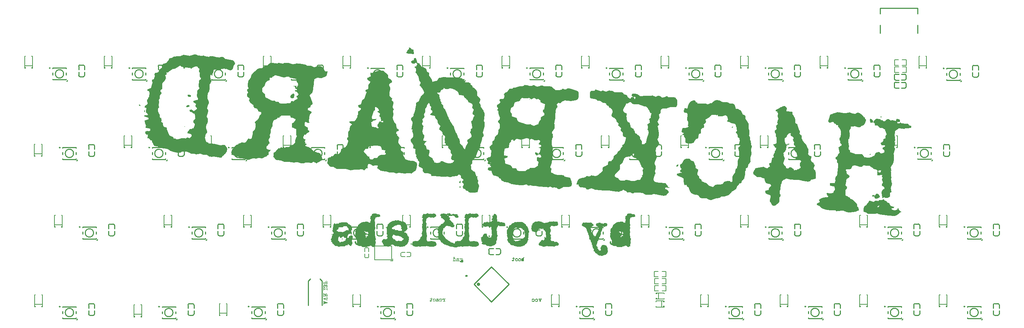
<source format=gbo>
G04 Layer: BottomSilkscreenLayer*
G04 EasyEDA v6.5.42, 2024-05-12 21:06:32*
G04 fdf4e44396eb4d6a93e1883587b5baf6,156c37ef0924441e834bf69462bb4c55,10*
G04 Gerber Generator version 0.2*
G04 Scale: 100 percent, Rotated: No, Reflected: No *
G04 Dimensions in millimeters *
G04 leading zeros omitted , absolute positions ,4 integer and 5 decimal *
%FSLAX45Y45*%
%MOMM*%

%ADD10C,0.1520*%
%ADD11C,0.1524*%
%ADD12C,0.2540*%
%ADD13C,0.4000*%
%ADD14C,0.3000*%
%ADD15C,0.0146*%

%LPD*%
G36*
X4400092Y8777376D02*
G01*
X4388307Y8777020D01*
X4376470Y8776258D01*
X4364431Y8775039D01*
X4352340Y8773363D01*
X4343349Y8768994D01*
X4333189Y8764625D01*
X4321860Y8760155D01*
X4309313Y8755634D01*
X4295597Y8751062D01*
X4280712Y8746439D01*
X4261561Y8750046D01*
X4239818Y8753703D01*
X4215333Y8757412D01*
X4188256Y8761222D01*
X4126026Y8769045D01*
X4107637Y8762695D01*
X4086555Y8755837D01*
X4062780Y8748471D01*
X4036364Y8740597D01*
X4019905Y8740444D01*
X4000703Y8739428D01*
X3978757Y8737396D01*
X3954068Y8734501D01*
X3926586Y8730640D01*
X3896410Y8725865D01*
X3873449Y8713520D01*
X3842816Y8697417D01*
X3833418Y8697468D01*
X3823258Y8696096D01*
X3812336Y8693302D01*
X3800551Y8689035D01*
X3788054Y8683396D01*
X3774744Y8676335D01*
X3774948Y8669172D01*
X3773881Y8659825D01*
X3771544Y8648344D01*
X3767886Y8634679D01*
X3755288Y8628329D01*
X3742486Y8618931D01*
X3736441Y8605926D01*
X3726484Y8590229D01*
X3719118Y8582406D01*
X3709060Y8575954D01*
X3696258Y8570823D01*
X3680764Y8567115D01*
X3665067Y8563965D01*
X3651656Y8560612D01*
X3640429Y8557107D01*
X3631488Y8553399D01*
X3629710Y8535365D01*
X3616655Y8523681D01*
X3603548Y8510473D01*
X3605682Y8503107D01*
X3607257Y8493556D01*
X3608324Y8481771D01*
X3608882Y8467801D01*
X3598976Y8461146D01*
X3588562Y8453526D01*
X3577488Y8444992D01*
X3565855Y8435492D01*
X3553612Y8425078D01*
X3540810Y8413699D01*
X3539490Y8403488D01*
X3537356Y8392871D01*
X3534308Y8381796D01*
X3530396Y8370366D01*
X3525621Y8358428D01*
X3519982Y8346135D01*
X3509365Y8345728D01*
X3497732Y8344763D01*
X3485032Y8343188D01*
X3471316Y8341055D01*
X3456533Y8338312D01*
X3440734Y8334959D01*
X3440887Y8331606D01*
X3439210Y8327644D01*
X3435553Y8323072D01*
X3430066Y8317941D01*
X3440328Y8251444D01*
X3441496Y8241741D01*
X3432606Y8242503D01*
X3429457Y8232546D01*
X3424631Y8220506D01*
X3418128Y8206384D01*
X3410000Y8190179D01*
X3401872Y8186013D01*
X3393338Y8181086D01*
X3384346Y8175447D01*
X3374948Y8169097D01*
X3372205Y8160156D01*
X3371748Y8150606D01*
X3373475Y8140446D01*
X3377488Y8129727D01*
X3379927Y8124850D01*
X3381908Y8119618D01*
X3383483Y8114030D01*
X3384600Y8108137D01*
X3384753Y8106409D01*
X3384143Y8102600D01*
X3380536Y8088680D01*
X3373780Y8066379D01*
X3363874Y8035696D01*
X3350818Y7996631D01*
X3348786Y7972755D01*
X3258870Y7944307D01*
X3259886Y7929930D01*
X3264966Y7910779D01*
X3281070Y7905546D01*
X3306114Y7898079D01*
X3307384Y7881721D01*
X3308248Y7865973D01*
X3308654Y7850835D01*
X3308654Y7836306D01*
X3308146Y7822438D01*
X3307232Y7809179D01*
X3305860Y7796530D01*
X3304082Y7784490D01*
X3301796Y7773111D01*
X3299104Y7762341D01*
X3295954Y7752181D01*
X3292398Y7742631D01*
X3277412Y7744155D01*
X3281222Y7734706D01*
X3281476Y7719517D01*
X3268268Y7707884D01*
X3255060Y7694879D01*
X3253536Y7683906D01*
X3253841Y7671866D01*
X3255924Y7658760D01*
X3263696Y7630871D01*
X3265830Y7618984D01*
X3266236Y7608925D01*
X3264966Y7600645D01*
X3261258Y7593126D01*
X3254552Y7585354D01*
X3244748Y7577277D01*
X3231946Y7568895D01*
X3219246Y7561072D01*
X3209696Y7554671D01*
X3203244Y7549642D01*
X3199942Y7546035D01*
X3196894Y7510221D01*
X3237788Y7497521D01*
X3234537Y7475626D01*
X3230145Y7441082D01*
X3513937Y7441082D01*
X3513937Y7453426D01*
X3514851Y7464602D01*
X3516731Y7474610D01*
X3519474Y7483449D01*
X3523183Y7491120D01*
X3527806Y7497622D01*
X3533343Y7502956D01*
X3539794Y7507173D01*
X3537661Y7525461D01*
X3534460Y7549845D01*
X3533851Y7559903D01*
X3533089Y7585557D01*
X3532936Y7601153D01*
X3536696Y7613853D01*
X3539591Y7625486D01*
X3541623Y7636052D01*
X3542842Y7645603D01*
X3538677Y7664348D01*
X3536543Y7679537D01*
X3536391Y7691272D01*
X3538321Y7699451D01*
X3542233Y7704124D01*
X3548176Y7705293D01*
X3540963Y7706156D01*
X3537254Y7707223D01*
X3537102Y7708442D01*
X3540455Y7709916D01*
X3547364Y7711541D01*
X3557828Y7713421D01*
X3555644Y7779359D01*
X3555542Y7789113D01*
X3596690Y7845501D01*
X3590848Y7882331D01*
X3572814Y7883855D01*
X3574643Y7891983D01*
X3575862Y7901686D01*
X3576421Y7912963D01*
X3576370Y7925765D01*
X3624376Y7957515D01*
X3620820Y7970367D01*
X3617976Y7983016D01*
X3615791Y7995564D01*
X3614369Y8007959D01*
X3613607Y8020202D01*
X3613556Y8032292D01*
X3614216Y8044281D01*
X3615537Y8056067D01*
X3617569Y8067700D01*
X3620312Y8079231D01*
X3623767Y8090560D01*
X3627932Y8101787D01*
X3642715Y8118246D01*
X3657955Y8136331D01*
X3673551Y8156041D01*
X3689502Y8177377D01*
X3705910Y8200339D01*
X3706622Y8207502D01*
X3705707Y8217153D01*
X3703167Y8229295D01*
X3699001Y8243925D01*
X3693210Y8260994D01*
X3685844Y8280603D01*
X3694125Y8285327D01*
X3703370Y8291830D01*
X3713429Y8300161D01*
X3724452Y8310321D01*
X3720693Y8327186D01*
X3718610Y8346897D01*
X3733088Y8347151D01*
X3752138Y8349945D01*
X3759149Y8356142D01*
X3767074Y8362696D01*
X3775964Y8369604D01*
X3796588Y8384438D01*
X3820871Y8400592D01*
X3848963Y8418118D01*
X3864406Y8427415D01*
X3865168Y8436559D01*
X3872788Y8436051D01*
X3881780Y8436000D01*
X3892194Y8436305D01*
X3903979Y8437016D01*
X3917137Y8438083D01*
X3931716Y8439607D01*
X3952595Y8454796D01*
X3974236Y8470138D01*
X3996639Y8485632D01*
X4019804Y8501278D01*
X4043730Y8517077D01*
X4052468Y8508949D01*
X4062018Y8501176D01*
X4072280Y8493709D01*
X4083354Y8486597D01*
X4101185Y8481974D01*
X4120794Y8477707D01*
X4142130Y8473846D01*
X4165193Y8470290D01*
X4189984Y8467140D01*
X4216552Y8464346D01*
X4244848Y8461908D01*
X4274820Y8459825D01*
X4306620Y8458149D01*
X4314139Y8458098D01*
X4322927Y8459317D01*
X4332884Y8461756D01*
X4344060Y8465464D01*
X4356455Y8470442D01*
X4383786Y8482838D01*
X4396638Y8487714D01*
X4408627Y8491372D01*
X4419752Y8493709D01*
X4430014Y8494826D01*
X4439462Y8494725D01*
X4445152Y8493658D01*
X4450435Y8491474D01*
X4455210Y8488172D01*
X4459528Y8483803D01*
X4468164Y8471052D01*
X4477816Y8452053D01*
X4490161Y8447227D01*
X4503978Y8440877D01*
X4497120Y8363153D01*
X4505350Y8354822D01*
X4519472Y8343087D01*
X4517847Y8334451D01*
X4516475Y8324291D01*
X4515256Y8312607D01*
X4514240Y8299399D01*
X4513427Y8284667D01*
X4512868Y8268411D01*
X4526838Y8221929D01*
X4544872Y8220405D01*
X4542993Y8212277D01*
X4541723Y8202574D01*
X4541062Y8191296D01*
X4541062Y8178495D01*
X4527346Y8176006D01*
X4504486Y8172653D01*
X4499356Y8133435D01*
X4495342Y8099196D01*
X4492447Y8069834D01*
X4490669Y8045399D01*
X4490212Y8035036D01*
X4490110Y8018018D01*
X4490516Y8011363D01*
X4493056Y8006842D01*
X4498390Y7998815D01*
X4501184Y7995361D01*
X4505807Y7979867D01*
X4504486Y7964881D01*
X4496917Y7959140D01*
X4489297Y7952536D01*
X4481626Y7945120D01*
X4473854Y7936890D01*
X4466082Y7927797D01*
X4458258Y7917891D01*
X4456988Y7913166D01*
X4455769Y7904937D01*
X4454550Y7893253D01*
X4452213Y7859318D01*
X4451146Y7837119D01*
X4450334Y7814868D01*
X4450181Y7796072D01*
X4450689Y7780731D01*
X4451807Y7768793D01*
X4453534Y7760360D01*
X4455972Y7755331D01*
X4464862Y7745526D01*
X4475276Y7735519D01*
X4473397Y7727492D01*
X4472228Y7717840D01*
X4471619Y7706664D01*
X4471720Y7693863D01*
X4457344Y7691221D01*
X4429658Y7685278D01*
X4416399Y7681975D01*
X4403445Y7678470D01*
X4390898Y7674762D01*
X4378655Y7670800D01*
X4366818Y7666685D01*
X4365294Y7648905D01*
X4372254Y7640167D01*
X4380788Y7631175D01*
X4390745Y7621828D01*
X4402175Y7612227D01*
X4415129Y7602270D01*
X4429556Y7592009D01*
X4419904Y7583881D01*
X4417872Y7574025D01*
X4416450Y7562291D01*
X4415586Y7548625D01*
X4415332Y7533081D01*
X4422546Y7527290D01*
X4430115Y7520431D01*
X4437938Y7512456D01*
X4446066Y7503363D01*
X4443018Y7470343D01*
X4437024Y7466685D01*
X4422241Y7456728D01*
X4403750Y7443317D01*
X4369104Y7416749D01*
X4358894Y7433564D01*
X4349089Y7446264D01*
X4339691Y7454798D01*
X4330750Y7459167D01*
X4324654Y7458913D01*
X4312462Y7457744D01*
X4269790Y7452563D01*
X4272280Y7441539D01*
X4275429Y7430160D01*
X4279239Y7418324D01*
X4283760Y7406081D01*
X4293616Y7404658D01*
X4305249Y7401966D01*
X4318660Y7397953D01*
X4333798Y7392619D01*
X4344212Y7381240D01*
X4358690Y7366457D01*
X4399838Y7353757D01*
X4399686Y7348575D01*
X4400042Y7341006D01*
X4402074Y7318756D01*
X4405934Y7286955D01*
X4407966Y7267549D01*
X4408881Y7252004D01*
X4408627Y7240371D01*
X4407204Y7232599D01*
X4381804Y7216851D01*
X4374946Y7209942D01*
X4369714Y7201865D01*
X4366056Y7192670D01*
X4363923Y7182307D01*
X4363415Y7170826D01*
X4364532Y7158177D01*
X4396790Y7113219D01*
X4396689Y7103008D01*
X4394860Y7090714D01*
X4391355Y7076338D01*
X4386122Y7059879D01*
X4379061Y7040270D01*
X4373981Y7025436D01*
X4370832Y7015378D01*
X4369612Y7010095D01*
X4354779Y7012889D01*
X4333798Y7013143D01*
X4326178Y6995871D01*
X4316018Y6995769D01*
X4303471Y6994042D01*
X4288485Y6990588D01*
X4271060Y6985457D01*
X4264101Y6976059D01*
X4256786Y6966661D01*
X4241139Y6947966D01*
X4232757Y6938619D01*
X4224070Y6929323D01*
X4221022Y6893509D01*
X4232198Y6890816D01*
X4255719Y6884263D01*
X4268012Y6880352D01*
X4293565Y6871360D01*
X4320590Y6860743D01*
X4320489Y6844182D01*
X4317288Y6824929D01*
X4279950Y6776923D01*
X4247286Y6782663D01*
X4226610Y6786930D01*
X4220718Y6788556D01*
X4218178Y6789623D01*
X4221022Y6791147D01*
X4217924Y6790639D01*
X4217822Y6789775D01*
X4218178Y6789623D01*
X4200448Y6780174D01*
X4176826Y6768033D01*
X4166158Y6769811D01*
X4153966Y6771335D01*
X4140301Y6772706D01*
X4125112Y6773875D01*
X4108399Y6774891D01*
X4090212Y6775653D01*
X4083202Y6774840D01*
X4071061Y6771640D01*
X4053840Y6766052D01*
X4015638Y6752691D01*
X4001211Y6748525D01*
X3988257Y6745681D01*
X3976776Y6744106D01*
X3966718Y6743852D01*
X3958132Y6744919D01*
X3941622Y6764477D01*
X3931564Y6764172D01*
X3919778Y6764781D01*
X3906164Y6766306D01*
X3890822Y6768795D01*
X3892092Y6783781D01*
X3884472Y6790639D01*
X3875379Y6798005D01*
X3864762Y6805879D01*
X3852722Y6814261D01*
X3845153Y6815480D01*
X3836517Y6817766D01*
X3826865Y6821170D01*
X3816146Y6825640D01*
X3804310Y6831228D01*
X3791508Y6837883D01*
X3787292Y6850938D01*
X3779316Y6871919D01*
X3773424Y6881571D01*
X3767836Y6891426D01*
X3762552Y6901484D01*
X3757523Y6911746D01*
X3752799Y6922160D01*
X3748379Y6932726D01*
X3744264Y6943547D01*
X3740404Y6954520D01*
X3736848Y6965696D01*
X3733596Y6977024D01*
X3730599Y6988556D01*
X3727907Y7000290D01*
X3725519Y7012228D01*
X3723436Y7024319D01*
X3701084Y7031939D01*
X3683965Y7038390D01*
X3672027Y7043623D01*
X3665270Y7047687D01*
X3654653Y7055713D01*
X3645763Y7065924D01*
X3638550Y7078218D01*
X3633012Y7092645D01*
X3634435Y7102449D01*
X3634130Y7114286D01*
X3632149Y7128205D01*
X3628440Y7144207D01*
X3622090Y7147001D01*
X3614775Y7151420D01*
X3606444Y7157415D01*
X3597198Y7165035D01*
X3595522Y7171131D01*
X3595573Y7180122D01*
X3597401Y7191959D01*
X3601008Y7206691D01*
X3597605Y7226757D01*
X3595674Y7241082D01*
X3595065Y7249617D01*
X3595928Y7252411D01*
X3585565Y7255560D01*
X3572814Y7263587D01*
X3566464Y7270089D01*
X3561740Y7279538D01*
X3558590Y7291831D01*
X3557066Y7307021D01*
X3556152Y7322159D01*
X3555187Y7334250D01*
X3554222Y7343343D01*
X3553256Y7349439D01*
X3546906Y7357567D01*
X3540709Y7366660D01*
X3534562Y7376718D01*
X3528517Y7387793D01*
X3522522Y7399883D01*
X3516680Y7412939D01*
X3514851Y7427569D01*
X3513937Y7441082D01*
X3230145Y7441082D01*
X3228390Y7423810D01*
X3227425Y7411110D01*
X3227120Y7400798D01*
X3227324Y7392771D01*
X3228136Y7387031D01*
X3246170Y7385507D01*
X3274618Y7331659D01*
X3264712Y7329525D01*
X3253486Y7327493D01*
X3240938Y7325563D01*
X3227070Y7323734D01*
X3195370Y7320483D01*
X3183940Y7294575D01*
X3227120Y7280148D01*
X3286556Y7261301D01*
X3283254Y7225487D01*
X3267151Y7220407D01*
X3246932Y7214514D01*
X3222447Y7207808D01*
X3193846Y7200341D01*
X3195370Y7188657D01*
X3197250Y7176871D01*
X3199536Y7164933D01*
X3202127Y7152843D01*
X3205073Y7140600D01*
X3208375Y7128205D01*
X3215995Y7102957D01*
X3220364Y7090105D01*
X3225088Y7077151D01*
X3243884Y7084517D01*
X3244018Y7083755D01*
X3252774Y7083755D01*
X3257550Y7085939D01*
X3262223Y7087362D01*
X3266795Y7088073D01*
X3271316Y7088073D01*
X3252774Y7083755D01*
X3244018Y7083755D01*
X3244392Y7081621D01*
X3240227Y7076490D01*
X3231337Y7069175D01*
X3217722Y7059625D01*
X3219043Y7041388D01*
X3220008Y7017207D01*
X3232505Y7017105D01*
X3244748Y7016597D01*
X3256686Y7015734D01*
X3268370Y7014413D01*
X3279800Y7012736D01*
X3290925Y7010653D01*
X3301796Y7008215D01*
X3312414Y7005320D01*
X3322726Y7002068D01*
X3332784Y6998411D01*
X3328720Y6953453D01*
X3315411Y6947916D01*
X3300526Y6941007D01*
X3277717Y6946798D01*
X3250488Y6954469D01*
X3243224Y6948881D01*
X3234486Y6943039D01*
X3224174Y6936943D01*
X3212388Y6930593D01*
X3208578Y6888683D01*
X3223920Y6874560D01*
X3242106Y6858711D01*
X3256584Y6859016D01*
X3275126Y6855917D01*
X3272790Y6836714D01*
X3268573Y6810959D01*
X3262426Y6778701D01*
X3270503Y6777431D01*
X3280003Y6774891D01*
X3290925Y6771081D01*
X3303320Y6766001D01*
X3309620Y6756095D01*
X3318103Y6745224D01*
X3328771Y6733387D01*
X3341674Y6720535D01*
X3354425Y6720992D01*
X3368344Y6718249D01*
X3371138Y6707886D01*
X3374288Y6697370D01*
X3381705Y6675831D01*
X3385972Y6664858D01*
X3395573Y6642404D01*
X3406648Y6619392D01*
X3419195Y6595668D01*
X3426002Y6583629D01*
X3436620Y6583578D01*
X3448608Y6583019D01*
X3461867Y6582054D01*
X3476447Y6580581D01*
X3492347Y6578650D01*
X3509568Y6576263D01*
X3526078Y6556959D01*
X3535172Y6553911D01*
X3545078Y6550914D01*
X3567125Y6545021D01*
X3592220Y6539230D01*
X3620312Y6533591D01*
X3640074Y6531457D01*
X3663594Y6528257D01*
X3690924Y6524040D01*
X3722065Y6518808D01*
X3756964Y6512509D01*
X3763924Y6506718D01*
X3780891Y6493814D01*
X3801719Y6479286D01*
X3813606Y6471361D01*
X3842765Y6460998D01*
X3870706Y6451904D01*
X3897426Y6444183D01*
X3910329Y6440779D01*
X3922928Y6437731D01*
X3947261Y6432600D01*
X3970324Y6428790D01*
X3981450Y6427368D01*
X3992219Y6426301D01*
X4002684Y6425539D01*
X4012895Y6425082D01*
X4022750Y6424980D01*
X4032351Y6425234D01*
X4041597Y6425793D01*
X4050588Y6426657D01*
X4057599Y6432042D01*
X4065828Y6437376D01*
X4075125Y6442608D01*
X4085640Y6447739D01*
X4099204Y6449364D01*
X4112564Y6450634D01*
X4125671Y6451600D01*
X4138523Y6452158D01*
X4151172Y6452362D01*
X4163517Y6452260D01*
X4175658Y6451752D01*
X4187545Y6450888D01*
X4199178Y6449669D01*
X4210608Y6448094D01*
X4221784Y6446215D01*
X4232706Y6443929D01*
X4242714Y6437934D01*
X4265777Y6425184D01*
X4292701Y6411366D01*
X4307636Y6404051D01*
X4329734Y6404203D01*
X4355795Y6403949D01*
X4385868Y6403289D01*
X4426508Y6384747D01*
X4451705Y6390589D01*
X4478324Y6396278D01*
X4506264Y6401765D01*
X4514646Y6401816D01*
X4524552Y6400241D01*
X4535982Y6396990D01*
X4571187Y6383426D01*
X4582718Y6380175D01*
X4601413Y6379616D01*
X4624628Y6377940D01*
X4652213Y6375146D01*
X4684318Y6371285D01*
X4706264Y6356400D01*
X4732578Y6339789D01*
X4745075Y6336080D01*
X4757775Y6333134D01*
X4770628Y6330899D01*
X4783632Y6329375D01*
X4796790Y6328613D01*
X4810099Y6328562D01*
X4823561Y6329222D01*
X4837226Y6330645D01*
X4847945Y6330594D01*
X4859934Y6330035D01*
X4873294Y6329070D01*
X4887874Y6327597D01*
X4903825Y6325666D01*
X4921046Y6323279D01*
X4939233Y6319012D01*
X4956098Y6315456D01*
X4971643Y6312611D01*
X4985867Y6310477D01*
X4998770Y6309055D01*
X5010353Y6308344D01*
X5020614Y6308344D01*
X5029555Y6309055D01*
X5037175Y6310477D01*
X5043474Y6312611D01*
X5046218Y6320688D01*
X5050231Y6330137D01*
X5055514Y6341008D01*
X5062016Y6353251D01*
X5070144Y6355892D01*
X5079136Y6359194D01*
X5088940Y6363258D01*
X5099608Y6367983D01*
X5101132Y6386017D01*
X5113680Y6392367D01*
X5126532Y6401765D01*
X5134254Y6411925D01*
X5141315Y6422186D01*
X5147665Y6432499D01*
X5153253Y6442862D01*
X5158130Y6453276D01*
X5162296Y6463741D01*
X5165750Y6474256D01*
X5168442Y6484823D01*
X5170424Y6495440D01*
X5171744Y6506159D01*
X5172456Y6518909D01*
X5172049Y6530289D01*
X5170525Y6540246D01*
X5167934Y6548831D01*
X5164886Y6554724D01*
X5159908Y6562191D01*
X5152999Y6571132D01*
X5144109Y6581546D01*
X5133238Y6593535D01*
X5120436Y6606997D01*
X5109159Y6611416D01*
X5095443Y6613804D01*
X5079288Y6614109D01*
X5009184Y6607759D01*
X4970576Y6615633D01*
X4869230Y6635750D01*
X4854244Y6638391D01*
X4840325Y6640575D01*
X4827473Y6642303D01*
X4815738Y6643522D01*
X4805121Y6644284D01*
X4795570Y6644589D01*
X4757978Y6644182D01*
X4745685Y6643624D01*
X4737760Y6642912D01*
X4734306Y6641998D01*
X4728565Y6654088D01*
X4719370Y6669227D01*
X4711141Y6670497D01*
X4701590Y6673037D01*
X4690567Y6676847D01*
X4678222Y6681927D01*
X4672787Y6687210D01*
X4667808Y6694017D01*
X4663135Y6702450D01*
X4658918Y6712407D01*
X4655007Y6723938D01*
X4651552Y6737045D01*
X4647285Y6756298D01*
X4644491Y6772605D01*
X4643120Y6786016D01*
X4643170Y6796481D01*
X4644847Y6804914D01*
X4646930Y6814007D01*
X4652416Y6834022D01*
X4659630Y6856526D01*
X4668570Y6881571D01*
X4688128Y6897827D01*
X4690516Y6909714D01*
X4691583Y6921906D01*
X4691329Y6934403D01*
X4689805Y6947153D01*
X4686960Y6960209D01*
X4669840Y7015429D01*
X4663998Y7035495D01*
X4664659Y7049363D01*
X4667300Y7063790D01*
X4671771Y7078827D01*
X4678222Y7094423D01*
X4689246Y7116825D01*
X4700066Y7137857D01*
X4703216Y7151674D01*
X4705858Y7165136D01*
X4707839Y7178344D01*
X4709261Y7191197D01*
X4710074Y7203744D01*
X4710277Y7215936D01*
X4709922Y7227874D01*
X4708956Y7239457D01*
X4697628Y7256983D01*
X4685080Y7277557D01*
X4684674Y7286244D01*
X4684979Y7295489D01*
X4685995Y7305344D01*
X4687722Y7315758D01*
X4690160Y7326782D01*
X4693361Y7338415D01*
X4697222Y7350607D01*
X4707686Y7380325D01*
X4712309Y7396022D01*
X4715662Y7410450D01*
X4717745Y7423708D01*
X4718558Y7435697D01*
X4718100Y7446467D01*
X4706721Y7463231D01*
X4693970Y7481519D01*
X4694478Y7492238D01*
X4696307Y7504277D01*
X4699406Y7517587D01*
X4703775Y7532217D01*
X4709414Y7548118D01*
X4721606Y7578496D01*
X4726127Y7590993D01*
X4729784Y7602829D01*
X4732680Y7614056D01*
X4734763Y7624622D01*
X4736033Y7634528D01*
X4736490Y7643825D01*
X4736134Y7652461D01*
X4729276Y7663078D01*
X4722266Y7675575D01*
X4715052Y7690002D01*
X4707686Y7706309D01*
X4704892Y7717688D01*
X4702708Y7729220D01*
X4701032Y7740903D01*
X4699965Y7752791D01*
X4699457Y7764780D01*
X4699457Y7776972D01*
X4700066Y7789316D01*
X4701235Y7801813D01*
X4702962Y7814462D01*
X4705248Y7827264D01*
X4708093Y7840218D01*
X4711496Y7853375D01*
X4718405Y7863941D01*
X4725466Y7875574D01*
X4732629Y7888325D01*
X4739944Y7902143D01*
X4743196Y7915097D01*
X4745990Y7928000D01*
X4748276Y7940903D01*
X4750104Y7953806D01*
X4751476Y7966659D01*
X4752340Y7979511D01*
X4752746Y7992313D01*
X4752695Y8005114D01*
X4752136Y8017916D01*
X4751120Y8030667D01*
X4753711Y8043214D01*
X4753406Y8057591D01*
X4764024Y8074609D01*
X4773168Y8089950D01*
X4780889Y8103616D01*
X4787087Y8115604D01*
X4791862Y8125968D01*
X4795164Y8134654D01*
X4796993Y8141665D01*
X4797348Y8146999D01*
X4795672Y8155431D01*
X4792268Y8165541D01*
X4787036Y8177275D01*
X4780076Y8190687D01*
X4773422Y8204657D01*
X4768951Y8218068D01*
X4766665Y8230920D01*
X4766614Y8243265D01*
X4768900Y8261045D01*
X4772710Y8278825D01*
X4789424Y8293404D01*
X4809134Y8311794D01*
X4831892Y8333943D01*
X4834534Y8341106D01*
X4837633Y8351113D01*
X4841138Y8363915D01*
X4845100Y8379561D01*
X4854244Y8419287D01*
X4888484Y8416544D01*
X4919421Y8414562D01*
X4947107Y8413394D01*
X4971491Y8412937D01*
X4992624Y8413292D01*
X5010454Y8414461D01*
X5030012Y8430971D01*
X5044998Y8433155D01*
X5059375Y8434984D01*
X5073142Y8436356D01*
X5086299Y8437321D01*
X5098846Y8437880D01*
X5110784Y8438032D01*
X5122164Y8437727D01*
X5132882Y8437067D01*
X5145481Y8435035D01*
X5159451Y8431225D01*
X5174792Y8425637D01*
X5207660Y8410956D01*
X5221325Y8405571D01*
X5232450Y8402066D01*
X5241086Y8400491D01*
X5250230Y8400338D01*
X5259730Y8401761D01*
X5269534Y8404656D01*
X5279694Y8409127D01*
X5284825Y8412530D01*
X5290058Y8417661D01*
X5295392Y8424570D01*
X5300878Y8433206D01*
X5306466Y8443569D01*
X5312156Y8455660D01*
X5317947Y8469477D01*
X5331510Y8505240D01*
X5338521Y8522055D01*
X5344871Y8535466D01*
X5350611Y8545576D01*
X5355742Y8552281D01*
X5360212Y8555685D01*
X5362854Y8560866D01*
X5361533Y8571280D01*
X5356148Y8587028D01*
X5346750Y8608009D01*
X5341315Y8614816D01*
X5334812Y8621115D01*
X5327192Y8626906D01*
X5318404Y8632190D01*
X5308498Y8636965D01*
X5297474Y8641232D01*
X5285333Y8644991D01*
X5272024Y8648242D01*
X5257596Y8650986D01*
X5242102Y8653221D01*
X5222036Y8655710D01*
X5203545Y8658301D01*
X5186680Y8660993D01*
X5171338Y8663787D01*
X5157571Y8666683D01*
X5145379Y8669680D01*
X5134762Y8672779D01*
X5125669Y8675979D01*
X5118201Y8679281D01*
X5112308Y8682685D01*
X5105654Y8690965D01*
X5096459Y8699906D01*
X5084724Y8709406D01*
X5070398Y8719515D01*
X5060848Y8721090D01*
X5050129Y8721293D01*
X5038140Y8720074D01*
X5024932Y8717483D01*
X4993944Y8708085D01*
X4983784Y8707729D01*
X4973015Y8708034D01*
X4961686Y8708948D01*
X4949748Y8710472D01*
X4937150Y8712657D01*
X4923993Y8715400D01*
X4910226Y8718804D01*
X4895900Y8722817D01*
X4863592Y8729573D01*
X4837531Y8734704D01*
X4817719Y8738108D01*
X4804206Y8739835D01*
X4790846Y8740597D01*
X4777841Y8740597D01*
X4765090Y8739835D01*
X4752644Y8738311D01*
X4736134Y8721547D01*
X4728311Y8722512D01*
X4707585Y8726424D01*
X4680051Y8732875D01*
X4647641Y8741156D01*
X4622088Y8747404D01*
X4605324Y8750808D01*
X4600244Y8751519D01*
X4592421Y8750452D01*
X4583734Y8749690D01*
X4574032Y8749182D01*
X4563465Y8748928D01*
X4539437Y8749233D01*
X4511649Y8750604D01*
X4480102Y8753043D01*
X4472584Y8758275D01*
X4464405Y8763508D01*
X4455464Y8768791D01*
X4445812Y8774125D01*
X4434535Y8775598D01*
X4423206Y8776665D01*
X4411675Y8777224D01*
G37*
G36*
X6214414Y8577275D02*
G01*
X6203289Y8573922D01*
X6191656Y8567978D01*
X6179413Y8559444D01*
X6166662Y8548319D01*
X6135928Y8524646D01*
X6121450Y8513013D01*
X6101384Y8507069D01*
X6074460Y8498433D01*
X6040678Y8487105D01*
X6036310Y8479536D01*
X6030366Y8471408D01*
X6022848Y8462670D01*
X6013754Y8453323D01*
X6005779Y8453729D01*
X5996990Y8453628D01*
X5987237Y8453018D01*
X5976670Y8452002D01*
X5965139Y8450427D01*
X5952794Y8448395D01*
X5939485Y8445906D01*
X5925362Y8442909D01*
X5919978Y8440978D01*
X5913780Y8438032D01*
X5906719Y8433968D01*
X5898845Y8428837D01*
X5890107Y8422640D01*
X5880506Y8415375D01*
X5870041Y8407044D01*
X5858764Y8397646D01*
X5833668Y8375599D01*
X5809030Y8352891D01*
X5788609Y8333231D01*
X5779973Y8324545D01*
X5772404Y8316569D01*
X5765901Y8309356D01*
X5760415Y8302904D01*
X5755995Y8297214D01*
X5752642Y8292287D01*
X5747969Y8273338D01*
X5740755Y8247938D01*
X5731052Y8216087D01*
X5725160Y8210092D01*
X5719114Y8203184D01*
X5712917Y8195309D01*
X5706516Y8186572D01*
X5699963Y8176869D01*
X5693206Y8166201D01*
X5686298Y8154670D01*
X5679236Y8142173D01*
X5675934Y8129219D01*
X5673140Y8116316D01*
X5670854Y8103412D01*
X5669026Y8090509D01*
X5667654Y8077657D01*
X5666790Y8064804D01*
X5666384Y8052003D01*
X5666435Y8039201D01*
X5666994Y8026400D01*
X5668060Y8013649D01*
X5668467Y8011109D01*
X5670092Y8006638D01*
X5672785Y8000187D01*
X5676696Y7991805D01*
X5682284Y7974025D01*
X5681268Y7958277D01*
X5667908Y7951978D01*
X5652820Y7942783D01*
X5651754Y7930388D01*
X6009335Y7930388D01*
X6009538Y7941360D01*
X6010351Y7952384D01*
X6011824Y7963408D01*
X6014008Y7974533D01*
X6021984Y7981594D01*
X6030772Y7990128D01*
X6040323Y8000034D01*
X6050686Y8011464D01*
X6061811Y8024266D01*
X6073698Y8038541D01*
X6074054Y8045805D01*
X6075476Y8054035D01*
X6077864Y8063179D01*
X6081318Y8073288D01*
X6085738Y8084312D01*
X6091224Y8096300D01*
X6097676Y8109254D01*
X6105194Y8123123D01*
X6143701Y8141512D01*
X6196380Y8166303D01*
X6189268Y8179714D01*
X6189776Y8193989D01*
X6192723Y8211007D01*
X6192062Y8220913D01*
X6202222Y8220506D01*
X6214719Y8221014D01*
X6229502Y8222538D01*
X6246672Y8224977D01*
X6247942Y8239963D01*
X6257899Y8246160D01*
X6268770Y8252510D01*
X6280454Y8258962D01*
X6292951Y8265464D01*
X6320586Y8278825D01*
X6328206Y8279231D01*
X6337350Y8278723D01*
X6348018Y8277301D01*
X6360210Y8274964D01*
X6373926Y8271662D01*
X6389166Y8267446D01*
X6405930Y8262264D01*
X6439052Y8251240D01*
X6453225Y8246872D01*
X6466738Y8243062D01*
X6479590Y8239810D01*
X6491782Y8237169D01*
X6503263Y8235035D01*
X6514084Y8233511D01*
X6524244Y8232546D01*
X6533743Y8232140D01*
X6542582Y8232343D01*
X6593128Y8244535D01*
X6606489Y8247430D01*
X6618884Y8249462D01*
X6630263Y8250681D01*
X6640626Y8251088D01*
X6650024Y8250631D01*
X6658406Y8249361D01*
X6683044Y8220151D01*
X6701180Y8218271D01*
X6721754Y8215680D01*
X6744817Y8212378D01*
X6770268Y8208416D01*
X6828586Y8198307D01*
X6827469Y8185962D01*
X6827570Y8173923D01*
X6828790Y8162239D01*
X6831228Y8150859D01*
X6834784Y8139836D01*
X6839559Y8129066D01*
X6845452Y8118652D01*
X6852564Y8108543D01*
X6860794Y8098790D01*
X6870242Y8089341D01*
X6868159Y8085734D01*
X6868363Y8077403D01*
X6870852Y8064398D01*
X6875576Y8046669D01*
X6866686Y8047431D01*
X6862267Y8032038D01*
X6855256Y8009483D01*
X6845604Y7979867D01*
X6828586Y7990535D01*
X6831380Y8023301D01*
X6786422Y8027365D01*
X6772706Y8026653D01*
X6763867Y8025638D01*
X6759854Y8024368D01*
X6760667Y8022844D01*
X6766306Y8021066D01*
X6776770Y8018983D01*
X6788556Y8007502D01*
X6801662Y7992821D01*
X6799122Y7965897D01*
X6819036Y7960359D01*
X6843318Y7952943D01*
X6841185Y7946390D01*
X6841032Y7926273D01*
X6832549Y7926578D01*
X6822135Y7926324D01*
X6809790Y7925460D01*
X6795566Y7923987D01*
X6798106Y7909559D01*
X6802170Y7896301D01*
X6810349Y7895031D01*
X6819950Y7892542D01*
X6830923Y7888833D01*
X6843318Y7883855D01*
X6845960Y7881315D01*
X6850278Y7876184D01*
X6863740Y7857896D01*
X6883704Y7828991D01*
X6868972Y7808468D01*
X6852716Y7786573D01*
X6834936Y7788097D01*
X6834987Y7773060D01*
X6831634Y7752283D01*
X6858050Y7743901D01*
X6855409Y7731302D01*
X6855764Y7716977D01*
X6846620Y7712100D01*
X6831939Y7703667D01*
X6785660Y7675981D01*
X6754164Y7656779D01*
X6744309Y7658760D01*
X6732574Y7660131D01*
X6718909Y7660894D01*
X6703364Y7661097D01*
X6700215Y7651242D01*
X6695389Y7639303D01*
X6688886Y7625232D01*
X6680758Y7609027D01*
X6669989Y7609738D01*
X6658609Y7610144D01*
X6646672Y7610246D01*
X6634124Y7610043D01*
X6621018Y7609484D01*
X6607302Y7608620D01*
X6578142Y7605979D01*
X6549593Y7603134D01*
X6524904Y7601458D01*
X6514033Y7601051D01*
X6504127Y7600950D01*
X6495186Y7601153D01*
X6487210Y7601661D01*
X6472326Y7603388D01*
X6457543Y7605826D01*
X6442760Y7608976D01*
X6428028Y7612837D01*
X6422491Y7620660D01*
X6416598Y7628178D01*
X6410299Y7635392D01*
X6403644Y7642301D01*
X6343700Y7647381D01*
X6333693Y7655610D01*
X6323279Y7663484D01*
X6312458Y7671104D01*
X6301282Y7678369D01*
X6292088Y7676337D01*
X6280912Y7675016D01*
X6267805Y7674356D01*
X6252718Y7674406D01*
X6235700Y7675168D01*
X6216700Y7676591D01*
X6209334Y7695387D01*
X6200851Y7698130D01*
X6191859Y7701432D01*
X6182258Y7705293D01*
X6161430Y7714538D01*
X6138367Y7726019D01*
X6113068Y7739583D01*
X6099606Y7747203D01*
X6093256Y7754975D01*
X6088278Y7765034D01*
X6084620Y7777429D01*
X6082334Y7792161D01*
X6080353Y7806944D01*
X6077864Y7819339D01*
X6074765Y7829296D01*
X6071158Y7836865D01*
X6062370Y7842199D01*
X6053429Y7848752D01*
X6044234Y7856474D01*
X6034786Y7865414D01*
X6025134Y7875574D01*
X6015278Y7886903D01*
X6012789Y7897723D01*
X6010960Y7908544D01*
X6009843Y7919466D01*
X6009335Y7930388D01*
X5651754Y7930388D01*
X5650026Y7910017D01*
X5655665Y7903819D01*
X5661507Y7895336D01*
X5667502Y7884617D01*
X5673648Y7871663D01*
X5672124Y7853629D01*
X5665216Y7853172D01*
X5659475Y7850479D01*
X5654802Y7845501D01*
X5651296Y7838236D01*
X5648858Y7828737D01*
X5647537Y7816951D01*
X5647334Y7802880D01*
X5648248Y7786573D01*
X5650077Y7780324D01*
X5653684Y7773873D01*
X5659069Y7767116D01*
X5666181Y7760157D01*
X5675122Y7752892D01*
X5685790Y7745425D01*
X5698236Y7737652D01*
X5712510Y7729677D01*
X5705652Y7713573D01*
X5700217Y7700060D01*
X5696153Y7689037D01*
X5693511Y7680553D01*
X5692292Y7674660D01*
X5692444Y7671257D01*
X5706414Y7661097D01*
X5709564Y7651191D01*
X5714441Y7640015D01*
X5721096Y7627569D01*
X5729528Y7613853D01*
X5738317Y7610398D01*
X5747258Y7606233D01*
X5756351Y7601254D01*
X5765495Y7595565D01*
X5774791Y7589062D01*
X5784240Y7581849D01*
X5793740Y7573822D01*
X5803442Y7565085D01*
X5800394Y7529271D01*
X5817412Y7518857D01*
X5815888Y7500823D01*
X5826252Y7498638D01*
X5837580Y7495946D01*
X5849823Y7492644D01*
X5877204Y7484262D01*
X5892342Y7479233D01*
X5896965Y7469530D01*
X5902350Y7459268D01*
X5908497Y7448448D01*
X5915456Y7437018D01*
X5923178Y7424978D01*
X5931712Y7412431D01*
X5942126Y7410958D01*
X5955436Y7408113D01*
X5971590Y7403846D01*
X5990640Y7398207D01*
X5987084Y7356297D01*
X5978448Y7348626D01*
X5968949Y7339126D01*
X5958535Y7327798D01*
X5947206Y7314641D01*
X5945022Y7305090D01*
X5942076Y7294321D01*
X5938367Y7282332D01*
X5933846Y7269022D01*
X5928614Y7254494D01*
X5922568Y7238695D01*
X5914847Y7234123D01*
X5906922Y7228840D01*
X5898845Y7222744D01*
X5890615Y7215886D01*
X5882182Y7208266D01*
X5873546Y7199884D01*
X5864707Y7190740D01*
X5855716Y7180834D01*
X5846572Y7170115D01*
X5837224Y7158685D01*
X5838545Y7148068D01*
X5844082Y7134047D01*
X5849721Y7121448D01*
X5851042Y7117537D01*
X5851448Y7115251D01*
X5851956Y7100874D01*
X5852058Y7087006D01*
X5851702Y7073646D01*
X5850991Y7060793D01*
X5849874Y7048398D01*
X5848299Y7036511D01*
X5846368Y7025131D01*
X5843981Y7014209D01*
X5841187Y7003796D01*
X5837986Y6993890D01*
X5834380Y6984492D01*
X5830366Y6975551D01*
X5820359Y6969252D01*
X5809386Y6960819D01*
X5797499Y6950202D01*
X5784646Y6937451D01*
X5785053Y6928967D01*
X5785154Y6919975D01*
X5784392Y6900570D01*
X5783529Y6890105D01*
X5780836Y6867702D01*
X5779008Y6855815D01*
X5774385Y6830466D01*
X5768441Y6803136D01*
X5761278Y6773875D01*
X5756808Y6768693D01*
X5750509Y6764629D01*
X5742330Y6761683D01*
X5732221Y6759854D01*
X5720283Y6759092D01*
X5706414Y6759448D01*
X5690717Y6760870D01*
X5673140Y6763461D01*
X5665317Y6749135D01*
X5657646Y6735978D01*
X5650077Y6723888D01*
X5642559Y6712966D01*
X5635193Y6703161D01*
X5627928Y6694424D01*
X5620715Y6686854D01*
X5613603Y6680352D01*
X5606643Y6675018D01*
X5599734Y6670802D01*
X5592927Y6667652D01*
X5586272Y6665671D01*
X5576671Y6667347D01*
X5565749Y6668820D01*
X5553506Y6670040D01*
X5539841Y6671106D01*
X5524855Y6671919D01*
X5508548Y6672529D01*
X5498388Y6658305D01*
X5443016Y6645097D01*
X5435142Y6632956D01*
X5425744Y6619443D01*
X5410555Y6618630D01*
X5388914Y6613601D01*
X5382412Y6609892D01*
X5375402Y6604812D01*
X5367934Y6598412D01*
X5360009Y6590639D01*
X5351576Y6581546D01*
X5342636Y6571081D01*
X5333187Y6559296D01*
X5323281Y6546138D01*
X5312918Y6531660D01*
X5293664Y6503771D01*
X5286654Y6492138D01*
X5281015Y6480860D01*
X5276748Y6469989D01*
X5273852Y6459423D01*
X5272328Y6449263D01*
X5272074Y6436715D01*
X5273802Y6425031D01*
X5277459Y6414160D01*
X5283047Y6404102D01*
X5290566Y6394907D01*
X5300014Y6386525D01*
X5311190Y6377584D01*
X5322468Y6369304D01*
X5333847Y6361684D01*
X5345277Y6354724D01*
X5356758Y6348374D01*
X5368340Y6342735D01*
X5379974Y6337757D01*
X5391708Y6333439D01*
X5401614Y6333693D01*
X5413400Y6333032D01*
X5427014Y6331407D01*
X5442508Y6328867D01*
X5466384Y6293815D01*
X5485993Y6293002D01*
X5508650Y6291478D01*
X5534355Y6289192D01*
X5563108Y6286144D01*
X5594908Y6282385D01*
X5614517Y6274765D01*
X5648147Y6260947D01*
X5662625Y6257036D01*
X5676188Y6255461D01*
X5688888Y6256223D01*
X5697016Y6260388D01*
X5706160Y6264503D01*
X5716320Y6268567D01*
X5727496Y6272631D01*
X5739688Y6276644D01*
X5752896Y6280658D01*
X5767120Y6284620D01*
X5782360Y6288582D01*
X5798616Y6292494D01*
X5815888Y6296355D01*
X5824423Y6292748D01*
X5835599Y6289294D01*
X5849416Y6285992D01*
X5865926Y6282893D01*
X5874105Y6287109D01*
X5883757Y6291072D01*
X5894882Y6294678D01*
X5907430Y6298031D01*
X5921502Y6301028D01*
X5937046Y6303721D01*
X5945479Y6301028D01*
X5955284Y6298387D01*
X5966409Y6295847D01*
X5978906Y6293307D01*
X5992723Y6290868D01*
X6007912Y6288481D01*
X6027064Y6298285D01*
X6049213Y6309055D01*
X6074359Y6320739D01*
X6102502Y6333337D01*
X6133642Y6346901D01*
X6135166Y6364681D01*
X6148476Y6371132D01*
X6163614Y6380429D01*
X6163462Y6392062D01*
X6164275Y6405880D01*
X6166104Y6421882D01*
X6168948Y6440119D01*
X6181547Y6454343D01*
X6197041Y6471056D01*
X6215430Y6490157D01*
X6202680Y6490970D01*
X6190030Y6492748D01*
X6177483Y6495491D01*
X6164986Y6499098D01*
X6152591Y6503670D01*
X6140246Y6509156D01*
X6128004Y6515557D01*
X6115862Y6522923D01*
X6115913Y6535978D01*
X6116878Y6550812D01*
X6118707Y6567373D01*
X6121450Y6585661D01*
X6128816Y6591503D01*
X6136436Y6598310D01*
X6144361Y6605981D01*
X6152540Y6614617D01*
X6160973Y6624167D01*
X6169710Y6634632D01*
X6178702Y6646011D01*
X6187998Y6658305D01*
X6187795Y6666128D01*
X6186017Y6674662D01*
X6182614Y6683908D01*
X6168745Y6710730D01*
X6166154Y6720281D01*
X6166764Y6731000D01*
X6169609Y6741922D01*
X6174740Y6752996D01*
X6195110Y6783374D01*
X6199936Y6795719D01*
X6195364Y6820966D01*
X6191656Y6838645D01*
X6188760Y6848652D01*
X6186728Y6851091D01*
X6196482Y6867601D01*
X6207252Y6886752D01*
X6218986Y6908495D01*
X6217869Y6918553D01*
X6217107Y6930390D01*
X6216700Y6944055D01*
X6216599Y6959498D01*
X6216853Y6976770D01*
X6217462Y6995871D01*
X6229451Y7014616D01*
X6242405Y7036612D01*
X6256324Y7061911D01*
X6256121Y7071359D01*
X6256477Y7081570D01*
X6257290Y7092645D01*
X6258610Y7104481D01*
X6260439Y7117130D01*
X6262725Y7130592D01*
X6265519Y7144867D01*
X6272580Y7175804D01*
X6276898Y7192467D01*
X6285788Y7191705D01*
X6294221Y7201458D01*
X6305854Y7214057D01*
X6315506Y7216698D01*
X6326124Y7220305D01*
X6337655Y7224826D01*
X6350101Y7230313D01*
X6363462Y7236714D01*
X6377736Y7244029D01*
X6381038Y7256475D01*
X6388912Y7269937D01*
X6405270Y7267143D01*
X6424980Y7266889D01*
X6424218Y7271816D01*
X6424320Y7277404D01*
X6425234Y7283754D01*
X6427012Y7290765D01*
X6435902Y7290003D01*
X6440220Y7290358D01*
X6444335Y7292289D01*
X6448196Y7295692D01*
X6451904Y7300671D01*
X6458051Y7309916D01*
X6460388Y7312964D01*
X6462318Y7314895D01*
X6466738Y7316012D01*
X6473850Y7316927D01*
X6483654Y7317689D01*
X6511188Y7318654D01*
X6549440Y7318857D01*
X6595618Y7318400D01*
X6633768Y7317486D01*
X6648805Y7316927D01*
X6670802Y7315453D01*
X6677761Y7314590D01*
X6682028Y7313625D01*
X6683806Y7309510D01*
X6686753Y7300417D01*
X6690817Y7286396D01*
X6695998Y7267397D01*
X6711696Y7265670D01*
X6726478Y7263384D01*
X6740398Y7260488D01*
X6753402Y7257034D01*
X6765493Y7252970D01*
X6776720Y7248347D01*
X6787032Y7243114D01*
X6796430Y7237323D01*
X6804964Y7230922D01*
X6812584Y7223963D01*
X6809130Y7216292D01*
X6804609Y7207859D01*
X6798970Y7198715D01*
X6792264Y7188758D01*
X6784390Y7178141D01*
X6775399Y7166711D01*
X6765340Y7154570D01*
X6754164Y7141667D01*
X6725716Y7126173D01*
X6726478Y7029653D01*
X6744919Y7024065D01*
X6768134Y7016191D01*
X6795973Y7006031D01*
X6828586Y6993585D01*
X6825488Y6955485D01*
X6823405Y6922820D01*
X6822287Y6895592D01*
X6822135Y6873798D01*
X6822440Y6864959D01*
X6822948Y6857441D01*
X6823709Y6851294D01*
X6824776Y6846519D01*
X6839000Y6836105D01*
X6839102Y6821728D01*
X6836460Y6809181D01*
X6832396Y6804812D01*
X6828332Y6798462D01*
X6824319Y6790131D01*
X6820306Y6779818D01*
X6816293Y6767525D01*
X6812330Y6753250D01*
X6808368Y6736994D01*
X6804456Y6718757D01*
X6804609Y6707479D01*
X6803948Y6694728D01*
X6802323Y6680555D01*
X6799884Y6664909D01*
X6770166Y6634429D01*
X6749846Y6609029D01*
X6738112Y6609486D01*
X6724091Y6609029D01*
X6707784Y6607708D01*
X6689140Y6605473D01*
X6684416Y6596227D01*
X6677761Y6586016D01*
X6669074Y6574891D01*
X6658406Y6562801D01*
X6648754Y6563512D01*
X6625386Y6564325D01*
X6596583Y6564223D01*
X6580174Y6563817D01*
X6572199Y6558432D01*
X6563207Y6553149D01*
X6553250Y6548018D01*
X6542227Y6542938D01*
X6530187Y6537959D01*
X6517182Y6533083D01*
X6511747Y6537401D01*
X6504584Y6541516D01*
X6495745Y6545478D01*
X6485229Y6549237D01*
X6472936Y6552793D01*
X6459016Y6556197D01*
X6429806Y6531813D01*
X6418732Y6534150D01*
X6402882Y6534099D01*
X6397345Y6531508D01*
X6391198Y6526987D01*
X6384391Y6520586D01*
X6376873Y6512204D01*
X6368745Y6501892D01*
X6347155Y6471970D01*
X6336487Y6458864D01*
X6327952Y6450279D01*
X6321602Y6446215D01*
X6307785Y6440322D01*
X6288328Y6429705D01*
X6285179Y6422136D01*
X6282893Y6413042D01*
X6281521Y6402324D01*
X6280962Y6390081D01*
X6281267Y6376263D01*
X6282486Y6360871D01*
X6279438Y6328105D01*
X6296710Y6317437D01*
X6301790Y6306769D01*
X6306921Y6296660D01*
X6312052Y6287109D01*
X6317284Y6278067D01*
X6323838Y6269634D01*
X6333134Y6261912D01*
X6345174Y6254902D01*
X6359956Y6248603D01*
X6380022Y6248044D01*
X6404152Y6246317D01*
X6432346Y6243472D01*
X6464604Y6239459D01*
X6481775Y6231940D01*
X6501587Y6224219D01*
X6524040Y6216192D01*
X6549186Y6207963D01*
X6556806Y6206540D01*
X6565950Y6205474D01*
X6576669Y6204762D01*
X6588912Y6204458D01*
X6602679Y6204508D01*
X6639610Y6205728D01*
X6666788Y6206388D01*
X6672376Y6206185D01*
X6682079Y6203442D01*
X6693611Y6200749D01*
X6707022Y6198006D01*
X6722262Y6195212D01*
X6758228Y6189675D01*
X6763461Y6189776D01*
X6787083Y6192316D01*
X6805472Y6194755D01*
X6824370Y6196787D01*
X6839915Y6197650D01*
X6852158Y6197295D01*
X6863638Y6195212D01*
X6922820Y6178245D01*
X6937248Y6174435D01*
X6951065Y6171539D01*
X6964273Y6169456D01*
X6976872Y6168288D01*
X6988860Y6167983D01*
X7000290Y6168593D01*
X7010146Y6173774D01*
X7020763Y6178854D01*
X7032142Y6183934D01*
X7044232Y6188913D01*
X7062520Y6187541D01*
X7083501Y6186424D01*
X7107224Y6185611D01*
X7133640Y6185052D01*
X7162749Y6184798D01*
X7194600Y6184849D01*
X7202881Y6191402D01*
X7211466Y6197549D01*
X7220407Y6203340D01*
X7229652Y6208725D01*
X7239304Y6208268D01*
X7250125Y6205474D01*
X7262063Y6200292D01*
X7275118Y6192723D01*
X7287615Y6185001D01*
X7298283Y6179312D01*
X7307072Y6175705D01*
X7313980Y6174181D01*
X7333691Y6185763D01*
X7354824Y6197752D01*
X7377328Y6210096D01*
X7401204Y6222847D01*
X7426502Y6235903D01*
X7453172Y6249365D01*
X7450836Y6267145D01*
X7448245Y6284010D01*
X7445349Y6299911D01*
X7442149Y6314897D01*
X7438644Y6328918D01*
X7434884Y6342024D01*
X7430770Y6354165D01*
X7426401Y6365392D01*
X7421727Y6375654D01*
X7416800Y6385001D01*
X7411516Y6393383D01*
X7405928Y6400850D01*
X7400086Y6407353D01*
X7393940Y6412941D01*
X7387488Y6417614D01*
X7380782Y6421323D01*
X7362952Y6425285D01*
X7343038Y6430314D01*
X7321092Y6436360D01*
X7297013Y6443421D01*
X7270851Y6451549D01*
X7242606Y6460693D01*
X7236815Y6468211D01*
X7230109Y6476238D01*
X7222490Y6484874D01*
X7214006Y6494018D01*
X7204608Y6503720D01*
X7194296Y6513982D01*
X7170978Y6536131D01*
X7129932Y6551218D01*
X7045756Y6583121D01*
X7048042Y6610045D01*
X7059015Y6615938D01*
X7073188Y6622999D01*
X7074712Y6640779D01*
X7067651Y6642049D01*
X7058507Y6644589D01*
X7047230Y6648399D01*
X7033818Y6653479D01*
X7042048Y6671564D01*
X7044994Y6679641D01*
X7031786Y6690563D01*
X7020102Y6703009D01*
X7023658Y6701942D01*
X7028738Y6699199D01*
X7032193Y6706565D01*
X7035088Y6711340D01*
X7037273Y6713524D01*
X7038898Y6713169D01*
X7041997Y6731050D01*
X7042200Y6749237D01*
X7006132Y6752285D01*
X7002373Y6768490D01*
X6994194Y6786575D01*
X6995871Y6798513D01*
X6998919Y6810552D01*
X7003338Y6822643D01*
X7009079Y6834784D01*
X7016191Y6846976D01*
X7024674Y6859219D01*
X7039711Y6859270D01*
X7060996Y6862013D01*
X7064044Y6870700D01*
X7072172Y6885127D01*
X7135672Y6924751D01*
X7137196Y6929475D01*
X7138111Y6935012D01*
X7138365Y6941413D01*
X7137958Y6948627D01*
X7122566Y6962698D01*
X7104430Y6978599D01*
X7107428Y6987946D01*
X7109053Y6998512D01*
X7109307Y7010298D01*
X7108240Y7023303D01*
X7091375Y7034733D01*
X7072020Y7048296D01*
X7050227Y7063943D01*
X7025944Y7081723D01*
X7030516Y7132523D01*
X7041692Y7158685D01*
X7086650Y7154875D01*
X7094016Y7136079D01*
X7111796Y7136841D01*
X7129068Y7142175D01*
X7146340Y7149541D01*
X7130084Y7169099D01*
X7134656Y7211568D01*
X7138924Y7248499D01*
X7142835Y7279944D01*
X7146391Y7305903D01*
X7149592Y7326325D01*
X7152436Y7341260D01*
X7153757Y7346696D01*
X7154976Y7350709D01*
X7164527Y7356348D01*
X7174128Y7363206D01*
X7183831Y7371232D01*
X7193584Y7380427D01*
X7195362Y7398207D01*
X7185964Y7406335D01*
X7176008Y7414006D01*
X7165441Y7421321D01*
X7154265Y7428179D01*
X7142480Y7434630D01*
X7130135Y7440675D01*
X7117181Y7446314D01*
X7103668Y7451547D01*
X7107224Y7493203D01*
X7129119Y7501077D01*
X7145324Y7507986D01*
X7155789Y7513929D01*
X7160564Y7518857D01*
X7171994Y7545578D01*
X7183424Y7573975D01*
X7192568Y7573213D01*
X7196988Y7573568D01*
X7201357Y7575448D01*
X7205725Y7578801D01*
X7210094Y7583627D01*
X7217206Y7592822D01*
X7219797Y7595768D01*
X7221778Y7597597D01*
X7218425Y7614056D01*
X7213752Y7632242D01*
X7207758Y7652054D01*
X7200392Y7673594D01*
X7191705Y7696758D01*
X7181697Y7721650D01*
X7170318Y7748219D01*
X7157567Y7776464D01*
X7143546Y7806385D01*
X7153300Y7813040D01*
X7163511Y7820659D01*
X7174128Y7829245D01*
X7185202Y7838795D01*
X7196632Y7849260D01*
X7208570Y7860741D01*
X7210958Y7865364D01*
X7213396Y7871510D01*
X7215886Y7879232D01*
X7218375Y7888427D01*
X7220966Y7899196D01*
X7223607Y7911541D01*
X7228992Y7940751D01*
X7234529Y7976158D01*
X7240320Y8017713D01*
X7245400Y8056880D01*
X7249464Y8091170D01*
X7252360Y8120532D01*
X7254189Y8144916D01*
X7254697Y8155279D01*
X7254849Y8172348D01*
X7254544Y8179003D01*
X7261453Y8184489D01*
X7269378Y8189925D01*
X7278217Y8195462D01*
X7287971Y8200948D01*
X7298690Y8206486D01*
X7310374Y8212023D01*
X7323023Y8217611D01*
X7336586Y8223199D01*
X7346035Y8221675D01*
X7368082Y8218931D01*
X7394244Y8216646D01*
X7424521Y8214817D01*
X7441234Y8214055D01*
X7445502Y8215375D01*
X7452207Y8218017D01*
X7472578Y8227263D01*
X7502448Y8241741D01*
X7518349Y8249818D01*
X7531658Y8256930D01*
X7542225Y8263128D01*
X7550200Y8268360D01*
X7555433Y8272678D01*
X7558074Y8276031D01*
X7575600Y8370773D01*
X7567218Y8370417D01*
X7557465Y8370976D01*
X7546289Y8372348D01*
X7533690Y8374583D01*
X7529118Y8377326D01*
X7523175Y8382863D01*
X7515910Y8391144D01*
X7507274Y8402218D01*
X7497267Y8416086D01*
X7476947Y8445652D01*
X7467853Y8457133D01*
X7458709Y8467191D01*
X7449464Y8475878D01*
X7440168Y8483142D01*
X7430770Y8488984D01*
X7421321Y8493455D01*
X7411770Y8496503D01*
X7394854Y8500262D01*
X7379258Y8502345D01*
X7368946Y8502751D01*
X7358075Y8502091D01*
X7346594Y8500414D01*
X7334554Y8497722D01*
X7321854Y8493963D01*
X7295642Y8484311D01*
X7283551Y8480653D01*
X7272426Y8478215D01*
X7262215Y8476945D01*
X7252970Y8476843D01*
X7244638Y8477961D01*
X7236663Y8482736D01*
X7218781Y8492388D01*
X7198207Y8502192D01*
X7186980Y8507171D01*
X7179462Y8506358D01*
X7170623Y8505799D01*
X7149134Y8505240D01*
X7122363Y8505545D01*
X7090460Y8506663D01*
X7074204Y8526221D01*
X7058101Y8531606D01*
X7040270Y8536635D01*
X7020610Y8541359D01*
X6999224Y8545779D01*
X6976059Y8549843D01*
X6951116Y8553602D01*
X6924395Y8557006D01*
X6895947Y8560104D01*
X6865670Y8562898D01*
X6833666Y8565337D01*
X6823659Y8562086D01*
X6812330Y8558784D01*
X6799681Y8555431D01*
X6770319Y8548522D01*
X6753656Y8545017D01*
X6738823Y8549944D01*
X6720230Y8555228D01*
X6697827Y8560816D01*
X6671614Y8566708D01*
X6641642Y8572957D01*
X6618935Y8574430D01*
X6592773Y8575040D01*
X6563156Y8574786D01*
X6530136Y8573719D01*
X6510578Y8557463D01*
X6491884Y8561374D01*
X6471310Y8565235D01*
X6448755Y8568994D01*
X6424218Y8572652D01*
X6397802Y8576259D01*
X6372656Y8563305D01*
X6353352Y8565896D01*
X6331254Y8568334D01*
X6306261Y8570722D01*
X6278473Y8573008D01*
X6247841Y8575192D01*
G37*
G36*
X8806230Y8395665D02*
G01*
X8800490Y8394446D01*
X8795461Y8392820D01*
X8791194Y8390737D01*
X8787688Y8388299D01*
X8764574Y8382101D01*
X8741054Y8374938D01*
X8717026Y8366861D01*
X8692591Y8357819D01*
X8667648Y8347811D01*
X8642299Y8336889D01*
X8616492Y8325053D01*
X8611666Y8271205D01*
X8608415Y8263940D01*
X8603030Y8256828D01*
X8595512Y8249970D01*
X8585860Y8243265D01*
X8574074Y8236762D01*
X8560104Y8230412D01*
X8544001Y8224316D01*
X8525814Y8218373D01*
X8526729Y8203234D01*
X8531656Y8181797D01*
X8546896Y8169300D01*
X8564676Y8155482D01*
X8584996Y8140344D01*
X8607856Y8123885D01*
X8594344Y8107934D01*
X8582812Y8093659D01*
X8573312Y8081009D01*
X8565743Y8070037D01*
X8560155Y8060690D01*
X8556548Y8053019D01*
X8554770Y8046466D01*
X8553500Y8038439D01*
X8552840Y8028940D01*
X8552637Y8018018D01*
X8552992Y8005622D01*
X8553907Y7991805D01*
X8555329Y7976514D01*
X8557310Y7959801D01*
X8548370Y7955940D01*
X8538159Y7951063D01*
X8526678Y7945120D01*
X8513927Y7938109D01*
X8499906Y7930032D01*
X8484666Y7920939D01*
X8482634Y7897063D01*
X8494928Y7892186D01*
X8514638Y7885125D01*
X8509254Y7866684D01*
X8502954Y7846568D01*
X8495792Y7824825D01*
X8487765Y7801457D01*
X8468969Y7749844D01*
X8458250Y7721549D01*
X8431123Y7702448D01*
X8400592Y7681417D01*
X8399424Y7672070D01*
X8397697Y7662011D01*
X8395309Y7651242D01*
X8392312Y7639812D01*
X8388705Y7627670D01*
X8384489Y7614869D01*
X8379612Y7601356D01*
X8374176Y7587183D01*
X8311692Y7559497D01*
X8318601Y7535621D01*
X8325662Y7513269D01*
X8351062Y7501940D01*
X8374938Y7490917D01*
X8372398Y7463993D01*
X8367877Y7457033D01*
X8361527Y7449769D01*
X8353247Y7442200D01*
X8343138Y7434275D01*
X8331149Y7426045D01*
X8317280Y7417511D01*
X8308136Y7418273D01*
X8309457Y7371435D01*
X8310168Y7336993D01*
X8290864Y7323531D01*
X8290864Y7310577D01*
X8290001Y7295794D01*
X8288223Y7279182D01*
X8285530Y7260793D01*
X8258200Y7224775D01*
X8224062Y7178751D01*
X8212124Y7180681D01*
X8200136Y7182053D01*
X8187994Y7182815D01*
X8175752Y7182967D01*
X8163407Y7182561D01*
X8150910Y7181545D01*
X8138312Y7179970D01*
X8125612Y7177786D01*
X8112759Y7174992D01*
X8099856Y7171639D01*
X8098332Y7153605D01*
X8098733Y7153351D01*
X8619286Y7153351D01*
X8626500Y7159142D01*
X8635085Y7165644D01*
X8656523Y7180783D01*
X8683548Y7198817D01*
X8693861Y7200188D01*
X8706510Y7202881D01*
X8721547Y7206792D01*
X8738920Y7212025D01*
X8742273Y7224522D01*
X8750350Y7238187D01*
X8735466Y7234834D01*
X8721648Y7232243D01*
X8708948Y7230414D01*
X8697264Y7229398D01*
X8686698Y7229094D01*
X8677198Y7229551D01*
X8666683Y7231125D01*
X8657742Y7234021D01*
X8650376Y7238187D01*
X8644483Y7243622D01*
X8640114Y7250379D01*
X8637320Y7258405D01*
X8636050Y7267702D01*
X8636304Y7278319D01*
X8637320Y7285278D01*
X8639352Y7294372D01*
X8642451Y7305548D01*
X8646566Y7318857D01*
X8651697Y7334250D01*
X8663990Y7369200D01*
X8669070Y7384796D01*
X8673185Y7398461D01*
X8676284Y7410196D01*
X8678367Y7420000D01*
X8679484Y7427925D01*
X8694674Y7435646D01*
X8705494Y7440726D01*
X8711946Y7443266D01*
X8714028Y7443165D01*
X8711234Y7515555D01*
X8738920Y7522159D01*
X8745067Y7518653D01*
X8752078Y7513726D01*
X8759901Y7507224D01*
X8768486Y7499299D01*
X8777935Y7489850D01*
X8788146Y7478928D01*
X8799169Y7466482D01*
X8811056Y7452563D01*
X8805722Y7441742D01*
X8802928Y7426147D01*
X8795969Y7424572D01*
X8787434Y7421575D01*
X8777173Y7417206D01*
X8765336Y7411415D01*
X8775242Y7406894D01*
X8785504Y7401001D01*
X8796172Y7393736D01*
X8807196Y7385100D01*
X8818575Y7375093D01*
X8830360Y7363663D01*
X8832138Y7348423D01*
X8827820Y7333691D01*
X8819997Y7320788D01*
X8816898Y7310577D01*
X8818422Y7303820D01*
X8824417Y7295591D01*
X8834831Y7285786D01*
X8849664Y7274509D01*
X8849868Y7265873D01*
X8851188Y7246213D01*
X8853728Y7223404D01*
X8857488Y7197445D01*
X8859824Y7183323D01*
X8904427Y7186218D01*
X8911336Y7187031D01*
X8908592Y7155129D01*
X8848902Y7160209D01*
X8845245Y7170978D01*
X8832900Y7185609D01*
X8821623Y7171385D01*
X8811463Y7157872D01*
X8802420Y7144969D01*
X8794445Y7132777D01*
X8787638Y7121194D01*
X8781897Y7110272D01*
X8777274Y7100011D01*
X8773718Y7090460D01*
X8771280Y7081469D01*
X8769959Y7073188D01*
X8769756Y7065568D01*
X8770670Y7058609D01*
X8779103Y7052564D01*
X8793276Y7041591D01*
X8794953Y7027113D01*
X8790990Y7014667D01*
X8788349Y7010958D01*
X8784386Y7008520D01*
X8778951Y7007301D01*
X8772194Y7007301D01*
X8753957Y7021626D01*
X8732824Y7037781D01*
X8645956Y7045401D01*
X8639860Y7066127D01*
X8633409Y7091070D01*
X8626551Y7120128D01*
X8619286Y7153351D01*
X8098733Y7153351D01*
X8121091Y7138873D01*
X8132470Y7131050D01*
X8155127Y7114387D01*
X8166404Y7105599D01*
X8153501Y7096810D01*
X8142478Y7088174D01*
X8133283Y7079742D01*
X8125968Y7071512D01*
X8120481Y7063435D01*
X8116874Y7055561D01*
X8110626Y7026351D01*
X8105089Y6997750D01*
X8100364Y6969709D01*
X8080044Y6944309D01*
X8076438Y6933996D01*
X8073440Y6923430D01*
X8071053Y6912609D01*
X8069275Y6901535D01*
X8068106Y6890156D01*
X8067497Y6878523D01*
X8067548Y6866636D01*
X8068157Y6854444D01*
X8069376Y6841998D01*
X8071256Y6829298D01*
X8073694Y6816344D01*
X8076742Y6803085D01*
X8070240Y6799732D01*
X8063179Y6794550D01*
X8055609Y6787540D01*
X8047532Y6778701D01*
X8044738Y6745681D01*
X8056727Y6737146D01*
X8069884Y6725361D01*
X8069884Y6714540D01*
X8069275Y6703720D01*
X8068005Y6692849D01*
X8066125Y6681978D01*
X8063534Y6671005D01*
X8060334Y6660032D01*
X8056473Y6649008D01*
X8051952Y6637985D01*
X8046770Y6626910D01*
X8040979Y6615785D01*
X8034477Y6604609D01*
X8027365Y6593433D01*
X8019592Y6582206D01*
X8011210Y6570929D01*
X8005927Y6565442D01*
X7999222Y6560159D01*
X7990992Y6555028D01*
X7981289Y6550152D01*
X7970062Y6545427D01*
X7939227Y6534607D01*
X7925104Y6528460D01*
X7914843Y6522516D01*
X7908594Y6516827D01*
X7904632Y6510070D01*
X7901279Y6501180D01*
X7898434Y6490258D01*
X7893862Y6463741D01*
X7891920Y6454851D01*
X8443772Y6454851D01*
X8454694Y6475272D01*
X8465616Y6496507D01*
X8471865Y6506108D01*
X8479840Y6513068D01*
X8489391Y6517385D01*
X8500668Y6519113D01*
X8510016Y6517131D01*
X8520582Y6515862D01*
X8532368Y6515252D01*
X8545372Y6515303D01*
X8568740Y6576517D01*
X8572804Y6578600D01*
X8578596Y6580530D01*
X8586114Y6582359D01*
X8595410Y6584086D01*
X8606434Y6585661D01*
X8619185Y6587134D01*
X8649919Y6589674D01*
X8687612Y6591757D01*
X8726017Y6592925D01*
X8759088Y6593078D01*
X8773566Y6592773D01*
X8786723Y6592163D01*
X8798509Y6591300D01*
X8808923Y6590182D01*
X8818016Y6588810D01*
X8825788Y6587185D01*
X8834221Y6584492D01*
X8841994Y6580327D01*
X8849004Y6574739D01*
X8855303Y6567728D01*
X8860891Y6559245D01*
X8865717Y6549339D01*
X8869832Y6537959D01*
X8873236Y6525158D01*
X8875877Y6510934D01*
X8877858Y6495237D01*
X8955582Y6488379D01*
X8950502Y6428689D01*
X8963761Y6418376D01*
X8975648Y6408369D01*
X8969552Y6397650D01*
X8964472Y6382207D01*
X8954008Y6380327D01*
X8947099Y6378702D01*
X8943746Y6377228D01*
X8943898Y6376009D01*
X8946286Y6375349D01*
X8940546Y6376162D01*
X8926830Y6377635D01*
X8913571Y6378498D01*
X8900769Y6378752D01*
X8888526Y6378397D01*
X8876741Y6377482D01*
X8865412Y6375908D01*
X8854592Y6373774D01*
X8844280Y6370980D01*
X8834424Y6367627D01*
X8825077Y6363665D01*
X8816187Y6359093D01*
X8807856Y6353860D01*
X8799931Y6348120D01*
X8792565Y6341719D01*
X8785656Y6334709D01*
X8783066Y6326835D01*
X8776665Y6318148D01*
X8766454Y6308648D01*
X8752382Y6298387D01*
X8744762Y6299809D01*
X8735771Y6300825D01*
X8725458Y6301486D01*
X8713774Y6301790D01*
X8700719Y6301638D01*
X8686342Y6301181D01*
X8680551Y6293764D01*
X8673642Y6285687D01*
X8665565Y6277000D01*
X8656370Y6267653D01*
X8635796Y6265621D01*
X8610650Y6262573D01*
X8580170Y6292291D01*
X8579205Y6307480D01*
X8574328Y6329121D01*
X8556294Y6330645D01*
X8552281Y6333286D01*
X8546134Y6338722D01*
X8537803Y6346952D01*
X8527237Y6357975D01*
X8514537Y6371742D01*
X8484717Y6405118D01*
X8461654Y6431838D01*
X8453475Y6441795D01*
X8447481Y6449466D01*
X8443772Y6454851D01*
X7891920Y6454851D01*
X7891221Y6451650D01*
X7888173Y6440881D01*
X7884718Y6431483D01*
X7865922Y6424117D01*
X7854746Y6401003D01*
X7844078Y6396736D01*
X7830921Y6394399D01*
X7815224Y6393942D01*
X7797088Y6395415D01*
X7779003Y6397142D01*
X7763408Y6397294D01*
X7750302Y6395872D01*
X7739684Y6392875D01*
X7735671Y6385864D01*
X7730744Y6378295D01*
X7724952Y6370116D01*
X7718196Y6361379D01*
X7710576Y6352032D01*
X7702092Y6342075D01*
X7693609Y6342227D01*
X7683195Y6341414D01*
X7670850Y6339687D01*
X7656626Y6336995D01*
X7653426Y6326784D01*
X7645450Y6313881D01*
X7599984Y6308801D01*
X7598206Y6291021D01*
X7583474Y6292291D01*
X7578852Y6251143D01*
X7575499Y6218275D01*
X7573314Y6193739D01*
X7572298Y6177534D01*
X7572248Y6172504D01*
X7572552Y6169609D01*
X7578496Y6162344D01*
X7593330Y6143040D01*
X7602270Y6131001D01*
X7611973Y6119063D01*
X7621422Y6109157D01*
X7630566Y6101334D01*
X7639405Y6095542D01*
X7647889Y6091783D01*
X7656118Y6090107D01*
X7691374Y6088329D01*
X7703972Y6087364D01*
X7713218Y6086398D01*
X7719110Y6085332D01*
X7721650Y6084265D01*
X7729220Y6079032D01*
X7737652Y6073546D01*
X7757363Y6061710D01*
X7780731Y6048756D01*
X7807756Y6034735D01*
X7810195Y6034227D01*
X7818983Y6033465D01*
X7832902Y6033008D01*
X7851902Y6032855D01*
X7905191Y6033465D01*
X8000542Y6036005D01*
X8010855Y6035649D01*
X8021675Y6034430D01*
X8033054Y6032296D01*
X8044891Y6029350D01*
X8057235Y6025489D01*
X8082889Y6016040D01*
X8095183Y6012230D01*
X8107019Y6009284D01*
X8118297Y6007201D01*
X8129117Y6006033D01*
X8139480Y6005779D01*
X8157768Y6010300D01*
X8178749Y6015024D01*
X8202371Y6019952D01*
X8228634Y6025083D01*
X8237981Y6022949D01*
X8248396Y6021070D01*
X8259825Y6019495D01*
X8272373Y6018225D01*
X8285937Y6017209D01*
X8300567Y6016498D01*
X8316264Y6016091D01*
X8333028Y6015939D01*
X8344763Y6020816D01*
X8358022Y6025642D01*
X8372703Y6030366D01*
X8388908Y6034989D01*
X8394598Y6033719D01*
X8402523Y6030772D01*
X8412734Y6026099D01*
X8446566Y6008827D01*
X8455710Y6005017D01*
X8460790Y6011062D01*
X8467140Y6017818D01*
X8474760Y6025286D01*
X8483549Y6033465D01*
X8504986Y6052007D01*
X8541562Y6057849D01*
X8539378Y6070701D01*
X8538159Y6083350D01*
X8537854Y6095695D01*
X8538413Y6107734D01*
X8539937Y6119571D01*
X8542324Y6131102D01*
X8545677Y6142329D01*
X8549944Y6153353D01*
X8558530Y6153454D01*
X8568283Y6153150D01*
X8579205Y6152388D01*
X8591245Y6151219D01*
X8604402Y6149594D01*
X8618778Y6147511D01*
X8627668Y6140500D01*
X8648903Y6125006D01*
X8661196Y6116523D01*
X8670290Y6114948D01*
X8680094Y6114592D01*
X8690610Y6115456D01*
X8701836Y6117539D01*
X8723020Y6122873D01*
X8740444Y6127699D01*
X8746388Y6125464D01*
X8755735Y6122619D01*
X8768384Y6119114D01*
X8784386Y6114999D01*
X8770010Y6079236D01*
X8766352Y6069584D01*
X8765082Y6065469D01*
X8765946Y6060186D01*
X8769451Y6054344D01*
X8775598Y6047943D01*
X8784386Y6040983D01*
X8795766Y6033414D01*
X8809786Y6025337D01*
X8818676Y6018377D01*
X8828735Y6010910D01*
X8839911Y6002985D01*
X8852204Y5994603D01*
X8869476Y5992672D01*
X8890304Y5989726D01*
X8914638Y5985764D01*
X8942476Y5980785D01*
X8973870Y5974791D01*
X9038590Y5959449D01*
X9057487Y5954776D01*
X9068968Y5951524D01*
X9105392Y5950051D01*
X9156090Y5948375D01*
X9174632Y5948019D01*
X9181033Y5945835D01*
X9215983Y5931560D01*
X9225838Y5928817D01*
X9234779Y5931966D01*
X9244888Y5935065D01*
X9256115Y5938062D01*
X9268510Y5941009D01*
X9282023Y5943854D01*
X9296704Y5946597D01*
X9314434Y5942736D01*
X9334601Y5938926D01*
X9357156Y5935167D01*
X9382099Y5931458D01*
X9409480Y5927801D01*
X9431528Y5930290D01*
X9480194Y5934964D01*
X9506762Y5937199D01*
X9517075Y5935472D01*
X9528454Y5933948D01*
X9540900Y5932678D01*
X9554362Y5931662D01*
X9584486Y5930341D01*
X9598050Y5939332D01*
X9652000Y5973267D01*
X9666579Y5983020D01*
X9675977Y5990031D01*
X9680244Y5994349D01*
X9685680Y6001105D01*
X9691014Y6010402D01*
X9696246Y6022238D01*
X9701326Y6036564D01*
X9706305Y6053429D01*
X9711232Y6072835D01*
X9714534Y6089294D01*
X9717125Y6104737D01*
X9718852Y6119114D01*
X9719868Y6132372D01*
X9720021Y6144615D01*
X9719411Y6155791D01*
X9717989Y6165900D01*
X9715804Y6174943D01*
X9713010Y6181598D01*
X9708896Y6187948D01*
X9703460Y6193993D01*
X9696704Y6199733D01*
X9688626Y6205169D01*
X9679228Y6210300D01*
X9668510Y6215126D01*
X9656470Y6219647D01*
X9643110Y6223863D01*
X9628428Y6227775D01*
X9597999Y6231940D01*
X9518446Y6243523D01*
X9504781Y6246469D01*
X9491929Y6249771D01*
X9479838Y6253480D01*
X9468510Y6257594D01*
X9457994Y6262116D01*
X9448241Y6267043D01*
X9439249Y6272377D01*
X9431070Y6278067D01*
X9385096Y6372555D01*
X9388703Y6381597D01*
X9392056Y6391402D01*
X9395053Y6402019D01*
X9397796Y6413449D01*
X9395256Y6421374D01*
X9389414Y6430010D01*
X9380270Y6439306D01*
X9355074Y6459220D01*
X9345066Y6468567D01*
X9337802Y6477254D01*
X9333280Y6485331D01*
X9331096Y6493865D01*
X9330791Y6503720D01*
X9332264Y6514947D01*
X9335566Y6527495D01*
X9340138Y6539890D01*
X9342780Y6550914D01*
X9343440Y6560566D01*
X9342170Y6568897D01*
X9317329Y6605371D01*
X9298736Y6631482D01*
X9291726Y6640677D01*
X9286341Y6647281D01*
X9282480Y6651294D01*
X9280194Y6652717D01*
X9271304Y6653479D01*
X9270949Y6657136D01*
X9271000Y6663639D01*
X9271508Y6672884D01*
X9273895Y6699808D01*
X9277959Y6737908D01*
X9280702Y6761175D01*
X9282582Y6762445D01*
X9288068Y6764985D01*
X9295079Y6767626D01*
X9297619Y6769404D01*
X9299244Y6771690D01*
X9300006Y6774383D01*
X9297619Y6782409D01*
X9292386Y6791248D01*
X9284157Y6800951D01*
X9273082Y6811467D01*
X9261703Y6821627D01*
X9252864Y6830212D01*
X9246463Y6837222D01*
X9242602Y6842709D01*
X9245193Y6855256D01*
X9244888Y6869633D01*
X9232442Y6872935D01*
X9218980Y6880809D01*
X9218828Y6893356D01*
X9220250Y6904583D01*
X9223298Y6914438D01*
X9227870Y6923024D01*
X9234068Y6930237D01*
X9241840Y6936181D01*
X9251137Y6940042D01*
X9260484Y6944309D01*
X9269933Y6948931D01*
X9279432Y6953961D01*
X9279077Y6966762D01*
X9281718Y6980885D01*
X9271508Y6986778D01*
X9261043Y6993890D01*
X9250324Y7002170D01*
X9239300Y7011619D01*
X9235846Y7017766D01*
X9232646Y7025589D01*
X9229699Y7035038D01*
X9226956Y7046163D01*
X9224518Y7058914D01*
X9222282Y7073341D01*
X9218676Y7094169D01*
X9214561Y7110882D01*
X9209938Y7123480D01*
X9204756Y7132015D01*
X9198762Y7139025D01*
X9183624Y7155383D01*
X9174530Y7164781D01*
X9168079Y7177227D01*
X9162288Y7189368D01*
X9157106Y7201103D01*
X9152585Y7212533D01*
X9148673Y7223556D01*
X9145422Y7234275D01*
X9142780Y7244588D01*
X9140799Y7254595D01*
X9139428Y7264196D01*
X9138716Y7273493D01*
X9141460Y7280554D01*
X9144050Y7288733D01*
X9146387Y7298131D01*
X9148622Y7308646D01*
X9150604Y7320381D01*
X9152432Y7333183D01*
X9155480Y7362393D01*
X9146590Y7396175D01*
X9143847Y7408265D01*
X9142628Y7419848D01*
X9142831Y7430973D01*
X9144558Y7441641D01*
X9146387Y7442149D01*
X9149130Y7443876D01*
X9152737Y7446822D01*
X9157258Y7451039D01*
X9164269Y7462062D01*
X9165640Y7475931D01*
X9154312Y7484364D01*
X9143288Y7495997D01*
X9141866Y7499807D01*
X9140545Y7508138D01*
X9139224Y7520990D01*
X9137954Y7538415D01*
X9140748Y7547102D01*
X9143441Y7557008D01*
X9145930Y7568133D01*
X9148267Y7580528D01*
X9150451Y7594092D01*
X9154312Y7624978D01*
X9155988Y7642301D01*
X9149384Y7648295D01*
X9142730Y7655153D01*
X9135973Y7662875D01*
X9129115Y7671409D01*
X9122156Y7680807D01*
X9115094Y7691069D01*
X9121546Y7704023D01*
X9127286Y7726121D01*
X9120022Y7731658D01*
X9112453Y7737957D01*
X9104579Y7745069D01*
X9096400Y7752892D01*
X9087916Y7761579D01*
X9079179Y7770977D01*
X9070086Y7781188D01*
X9060738Y7792161D01*
X9058859Y7801762D01*
X9057741Y7812125D01*
X9057335Y7823301D01*
X9057690Y7835290D01*
X9058706Y7847990D01*
X9060535Y7861553D01*
X9063024Y7875879D01*
X9069781Y7907274D01*
X9072626Y7922259D01*
X9074912Y7935874D01*
X9076588Y7948117D01*
X9077706Y7958988D01*
X9078214Y7968488D01*
X9078163Y7976616D01*
X9077502Y7983423D01*
X9068765Y8004556D01*
X9057436Y8030413D01*
X9055760Y8028686D01*
X9054287Y8029448D01*
X9053068Y8032648D01*
X9052102Y8038287D01*
X9050883Y8050072D01*
X9050680Y8054543D01*
X9050832Y8058099D01*
X9054693Y8065770D01*
X9062008Y8074101D01*
X9072727Y8083042D01*
X9100972Y8102244D01*
X9111183Y8111185D01*
X9117584Y8119516D01*
X9120174Y8127187D01*
X9119920Y8134197D01*
X9117990Y8141665D01*
X9114485Y8149742D01*
X9109303Y8158276D01*
X9102496Y8167370D01*
X9094012Y8176971D01*
X9083903Y8187131D01*
X9072168Y8197799D01*
X9062567Y8198561D01*
X9052153Y8202472D01*
X9040876Y8209483D01*
X9028734Y8219643D01*
X9029192Y8227364D01*
X9029293Y8236610D01*
X9029039Y8247430D01*
X9028379Y8259825D01*
X9025940Y8289239D01*
X8910878Y8386521D01*
G37*
G36*
X10343692Y8239963D02*
G01*
X10332059Y8235035D01*
X10319359Y8230158D01*
X10305542Y8225383D01*
X10290606Y8220659D01*
X10254792Y8223707D01*
X10246664Y8218322D01*
X10238130Y8209737D01*
X10229138Y8198002D01*
X10219740Y8183067D01*
X10210292Y8168538D01*
X10201605Y8157667D01*
X10193680Y8150504D01*
X10186466Y8146999D01*
X10166807Y8143036D01*
X10135920Y8137855D01*
X10121036Y8134400D01*
X10107168Y8130387D01*
X10094264Y8125815D01*
X10082377Y8120684D01*
X10071455Y8115046D01*
X10061549Y8108797D01*
X10052659Y8101990D01*
X10044734Y8094675D01*
X10041331Y8086242D01*
X10037318Y8077352D01*
X10032746Y8067954D01*
X10027615Y8058048D01*
X10021874Y8047685D01*
X10015524Y8036814D01*
X10001046Y8013649D01*
X9984282Y7988503D01*
X9974478Y7984744D01*
X9963759Y7979867D01*
X9952126Y7973974D01*
X9939578Y7966913D01*
X9926066Y7958836D01*
X9911638Y7949641D01*
X9906457Y7934248D01*
X9905796Y7917129D01*
X9908082Y7901076D01*
X9906304Y7889951D01*
X9890810Y7882077D01*
X9889388Y7873441D01*
X9886645Y7862265D01*
X9882632Y7848549D01*
X9877348Y7832293D01*
X9868408Y7826298D01*
X9858705Y7819085D01*
X9848240Y7810652D01*
X9837013Y7800898D01*
X9825024Y7789925D01*
X9812324Y7777683D01*
X9804857Y7757718D01*
X9795510Y7735265D01*
X9784283Y7710322D01*
X9771176Y7682890D01*
X9756190Y7652969D01*
X9754311Y7651191D01*
X9748977Y7647635D01*
X9740188Y7642402D01*
X9711994Y7626807D01*
X9692690Y7616393D01*
X9693198Y7606588D01*
X9693452Y7596530D01*
X9693198Y7575702D01*
X9691928Y7553959D01*
X9689592Y7531303D01*
X9686188Y7507731D01*
X9681768Y7483195D01*
X9676282Y7457795D01*
X9669729Y7431379D01*
X9662160Y7404100D01*
X9653574Y7375855D01*
X9636556Y7353249D01*
X9636709Y7341616D01*
X9635896Y7327798D01*
X9634169Y7311745D01*
X9631476Y7293559D01*
X9615322Y7281976D01*
X9576612Y7253173D01*
X9576358Y7246061D01*
X9576663Y7236612D01*
X9577476Y7224826D01*
X9578898Y7210755D01*
X9587179Y7201763D01*
X9595307Y7191248D01*
X9603282Y7179259D01*
X9611156Y7165797D01*
X9611817Y7154925D01*
X9611766Y7142632D01*
X9610902Y7128916D01*
X9608653Y7109917D01*
X9838232Y7109917D01*
X9841026Y7124700D01*
X9847376Y7145223D01*
X9854793Y7162596D01*
X9861346Y7168083D01*
X9857943Y7181138D01*
X9854742Y7195718D01*
X9851593Y7211771D01*
X9848646Y7229297D01*
X9856368Y7236206D01*
X9864394Y7244283D01*
X9872624Y7253528D01*
X9881158Y7263942D01*
X9889896Y7275525D01*
X9898938Y7288225D01*
X9897922Y7302246D01*
X9892842Y7320483D01*
X9885476Y7340549D01*
X9886696Y7346289D01*
X9889591Y7353604D01*
X9894112Y7362393D01*
X9900259Y7372705D01*
X9908032Y7384592D01*
X9917480Y7397953D01*
X9915499Y7407148D01*
X9914229Y7418273D01*
X9913670Y7431430D01*
X9913721Y7446467D01*
X9914483Y7463536D01*
X9915956Y7482535D01*
X9924440Y7491323D01*
X9933381Y7501280D01*
X9942830Y7512303D01*
X9952786Y7524445D01*
X9954056Y7533182D01*
X9956749Y7544460D01*
X9960813Y7558227D01*
X9966248Y7574483D01*
X9969754Y7579207D01*
X9977069Y7587742D01*
X10003078Y7616393D01*
X10008057Y7623048D01*
X10012121Y7631938D01*
X10015169Y7643114D01*
X10017302Y7656575D01*
X10018420Y7672324D01*
X10018572Y7690307D01*
X10033355Y7693202D01*
X10047122Y7696657D01*
X10059873Y7700568D01*
X10071658Y7705039D01*
X10082428Y7709966D01*
X10092232Y7715453D01*
X10100970Y7721396D01*
X10108742Y7727899D01*
X10115499Y7734858D01*
X10121290Y7742377D01*
X10126065Y7750352D01*
X10129824Y7758887D01*
X10127945Y7765999D01*
X10127183Y7774889D01*
X10127640Y7785506D01*
X10129215Y7797850D01*
X10132009Y7811922D01*
X10135920Y7827721D01*
X10148468Y7834071D01*
X10161320Y7843469D01*
X10162590Y7858455D01*
X10172192Y7863078D01*
X10185095Y7866278D01*
X10201300Y7868005D01*
X10240162Y7868513D01*
X10256316Y7869732D01*
X10269118Y7872069D01*
X10278668Y7875473D01*
X10282783Y7887309D01*
X10292435Y7911947D01*
X10297972Y7924749D01*
X10307929Y7929067D01*
X10319156Y7934350D01*
X10331551Y7940598D01*
X10345216Y7947863D01*
X10354868Y7955991D01*
X10359542Y7975244D01*
X10364520Y7997393D01*
X10367568Y7988808D01*
X10370616Y7963611D01*
X10394289Y7957921D01*
X10414203Y7953400D01*
X10430408Y7950098D01*
X10442854Y7947914D01*
X10451541Y7946898D01*
X10456468Y7947101D01*
X10464647Y7949742D01*
X10483138Y7958277D01*
X10495280Y7963001D01*
X10508183Y7965592D01*
X10521848Y7965948D01*
X10544860Y7963001D01*
X10554258Y7961071D01*
X10564418Y7958277D01*
X10575391Y7954721D01*
X10587126Y7950301D01*
X10599572Y7945069D01*
X10612831Y7938973D01*
X10626902Y7932115D01*
X10640618Y7924952D01*
X10653115Y7918043D01*
X10664240Y7911287D01*
X10674146Y7904734D01*
X10682681Y7898384D01*
X10689945Y7892237D01*
X10695889Y7886293D01*
X10700562Y7880553D01*
X10703966Y7869936D01*
X10708030Y7858810D01*
X10712754Y7847075D01*
X10718038Y7834833D01*
X10723981Y7822031D01*
X10730534Y7808671D01*
X10745520Y7807401D01*
X10776813Y7803337D01*
X10789310Y7802067D01*
X10799673Y7801305D01*
X10807954Y7801051D01*
X10814100Y7801305D01*
X10832134Y7799781D01*
X10835132Y7789621D01*
X10839856Y7777378D01*
X10846308Y7763052D01*
X10854486Y7746695D01*
X10862513Y7743698D01*
X10871911Y7739125D01*
X10882680Y7732928D01*
X10894872Y7725105D01*
X10896193Y7714488D01*
X10901730Y7700467D01*
X10915700Y7696962D01*
X10933734Y7688529D01*
X10935258Y7680096D01*
X10938154Y7670038D01*
X10942370Y7658353D01*
X10947958Y7645095D01*
X10952022Y7641488D01*
X10958728Y7637170D01*
X10968024Y7632141D01*
X10979861Y7626350D01*
X10994339Y7619847D01*
X11011458Y7612583D01*
X11022228Y7607046D01*
X11031474Y7600696D01*
X11039144Y7593482D01*
X11045190Y7585354D01*
X11049660Y7576413D01*
X11052606Y7566609D01*
X11045748Y7489139D01*
X11080038Y7468057D01*
X11079988Y7460640D01*
X11077854Y7450785D01*
X11073638Y7438542D01*
X11067338Y7423861D01*
X11060684Y7409027D01*
X11055756Y7396276D01*
X11052556Y7385659D01*
X11051082Y7377125D01*
X11052860Y7358583D01*
X11061750Y7344613D01*
X11075466Y7332472D01*
X11091214Y7319467D01*
X11089030Y7310831D01*
X11086388Y7301534D01*
X11079632Y7280909D01*
X11070945Y7257542D01*
X11060328Y7231430D01*
X11047780Y7202627D01*
X11042294Y7199071D01*
X11032032Y7193483D01*
X11022177Y7184948D01*
X11018062Y7172147D01*
X11016538Y7154367D01*
X11022228Y7135215D01*
X11027257Y7117384D01*
X11031524Y7100874D01*
X11035080Y7085736D01*
X11037925Y7071868D01*
X11040008Y7059371D01*
X11041380Y7048144D01*
X11042040Y7038289D01*
X11041938Y7029754D01*
X11041176Y7022541D01*
X11039195Y7019594D01*
X11033607Y7013498D01*
X11024362Y7004354D01*
X11011458Y6992061D01*
X11007902Y6953199D01*
X11002467Y6934098D01*
X10996980Y6930085D01*
X10994948Y6906209D01*
X10997082Y6902602D01*
X11013998Y6868363D01*
X11018875Y6857085D01*
X11022380Y6846214D01*
X11024463Y6835851D01*
X11025174Y6825894D01*
X11024463Y6816445D01*
X11022380Y6807403D01*
X11020044Y6803593D01*
X11016183Y6799173D01*
X11010747Y6794093D01*
X11003788Y6788353D01*
X10995253Y6782003D01*
X10985144Y6774942D01*
X10973460Y6767271D01*
X10960252Y6758940D01*
X10945469Y6749948D01*
X10929162Y6740347D01*
X10927181Y6730847D01*
X10925860Y6720230D01*
X10925149Y6708394D01*
X10925098Y6695389D01*
X10933226Y6684213D01*
X10939068Y6672834D01*
X10940338Y6661099D01*
X10916615Y6623253D01*
X10887760Y6578295D01*
X10886490Y6568694D01*
X10884306Y6557822D01*
X10881207Y6545732D01*
X10877143Y6532321D01*
X10872114Y6517690D01*
X10866170Y6501841D01*
X10854994Y6497370D01*
X10843310Y6491020D01*
X10831118Y6482892D01*
X10818418Y6472885D01*
X10816894Y6455105D01*
X10801908Y6456375D01*
X10792358Y6446113D01*
X10783722Y6436106D01*
X10775950Y6426454D01*
X10769041Y6417056D01*
X10763046Y6407962D01*
X10757916Y6399174D01*
X10753699Y6390640D01*
X10750346Y6382461D01*
X10750499Y6372504D01*
X10749838Y6360718D01*
X10748213Y6347104D01*
X10745774Y6331661D01*
X10736884Y6332423D01*
X10730382Y6318707D01*
X10719104Y6300927D01*
X10701629Y6292951D01*
X10681868Y6282994D01*
X10659719Y6271107D01*
X10635183Y6257290D01*
X10608360Y6241491D01*
X10604957Y6232550D01*
X10600385Y6223406D01*
X10594644Y6214059D01*
X10587685Y6204458D01*
X10579557Y6194653D01*
X10570260Y6184595D01*
X10561066Y6181394D01*
X10551058Y6178804D01*
X10540187Y6176721D01*
X10528452Y6175197D01*
X10515904Y6174232D01*
X10502442Y6173825D01*
X10488168Y6173978D01*
X10473029Y6174689D01*
X10457027Y6175908D01*
X10440212Y6177737D01*
X10432237Y6179058D01*
X10422178Y6181750D01*
X10410088Y6185712D01*
X10395915Y6191046D01*
X10379710Y6197701D01*
X10361472Y6205677D01*
X10345775Y6213246D01*
X10331500Y6219037D01*
X10318546Y6223000D01*
X10306913Y6225184D01*
X10296702Y6225590D01*
X10287812Y6224219D01*
X10276636Y6201105D01*
X10269474Y6196939D01*
X10260838Y6193180D01*
X10250779Y6189929D01*
X10239248Y6187084D01*
X10226294Y6184747D01*
X10211866Y6182817D01*
X10194493Y6182817D01*
X10178745Y6183680D01*
X10164622Y6185408D01*
X10152024Y6187998D01*
X10141000Y6191453D01*
X10131602Y6195771D01*
X10133126Y6213805D01*
X10123678Y6221831D01*
X10115194Y6232296D01*
X10107676Y6245098D01*
X10101122Y6260287D01*
X10095280Y6275120D01*
X10089946Y6287160D01*
X10085120Y6296355D01*
X10080802Y6302705D01*
X10062311Y6313627D01*
X10037419Y6327851D01*
X10006126Y6345377D01*
X10005822Y6348730D01*
X10004501Y6352946D01*
X10002164Y6357975D01*
X9998760Y6363919D01*
X10003840Y6380480D01*
X10008209Y6395974D01*
X10011816Y6410401D01*
X10014661Y6423812D01*
X10016744Y6436106D01*
X10018064Y6447332D01*
X10018572Y6457543D01*
X10018369Y6466636D01*
X10017404Y6474663D01*
X10015677Y6481673D01*
X10013188Y6487566D01*
X10009936Y6492443D01*
X9997287Y6494475D01*
X9983368Y6498539D01*
X9968077Y6504635D01*
X9951516Y6512763D01*
X9950043Y6523380D01*
X9947808Y6535064D01*
X9944811Y6547866D01*
X9941102Y6561734D01*
X9936632Y6576720D01*
X9931450Y6592773D01*
X9923627Y6598462D01*
X9903968Y6613702D01*
X9892080Y6623253D01*
X9902037Y6642760D01*
X9910165Y6658152D01*
X9916414Y6669430D01*
X9920782Y6676593D01*
X9925710Y6681876D01*
X9933787Y6687820D01*
X9944912Y6694424D01*
X9959136Y6701739D01*
X9949738Y6702044D01*
X9939629Y6702907D01*
X9928860Y6704279D01*
X9917328Y6706158D01*
X9905085Y6708597D01*
X9892131Y6711543D01*
X9878517Y6714998D01*
X9864140Y6719011D01*
X9871456Y6738670D01*
X9877806Y6756755D01*
X9883190Y6773316D01*
X9887559Y6788353D01*
X9890963Y6801815D01*
X9893401Y6813753D01*
X9894874Y6824116D01*
X9895332Y6832955D01*
X9894824Y6840270D01*
X9893350Y6846011D01*
X9883546Y6854444D01*
X9870998Y6866077D01*
X9865969Y6873798D01*
X9861651Y6882485D01*
X9858146Y6892137D01*
X9855352Y6902754D01*
X9853320Y6914388D01*
X9851999Y6926935D01*
X9851491Y6940448D01*
X9851694Y6954977D01*
X9854641Y6964375D01*
X9857435Y6974992D01*
X9860026Y6986879D01*
X9862464Y6999986D01*
X9864750Y7014362D01*
X9866833Y7029958D01*
X9870490Y7064959D01*
X9862159Y7073950D01*
X9854031Y7084466D01*
X9846056Y7096455D01*
X9838232Y7109917D01*
X9608653Y7109917D01*
X9606737Y7097166D01*
X9603536Y7079183D01*
X9596628Y7045706D01*
X9591497Y7019239D01*
X9587077Y6992620D01*
X9586518Y6987235D01*
X9597440Y6982510D01*
X9618522Y6975551D01*
X9617252Y6972198D01*
X9614103Y6968286D01*
X9609023Y6963816D01*
X9602012Y6958787D01*
X9605467Y6944918D01*
X9609378Y6931050D01*
X9613595Y6917131D01*
X9618268Y6903161D01*
X9621570Y6888276D01*
X9624161Y6874306D01*
X9625939Y6861200D01*
X9626955Y6848957D01*
X9627158Y6837629D01*
X9626650Y6827215D01*
X9624669Y6812686D01*
X9621316Y6799021D01*
X9618522Y6793839D01*
X9613188Y6787184D01*
X9605162Y6778955D01*
X9594545Y6769201D01*
X9581286Y6757974D01*
X9565436Y6745173D01*
X9567113Y6737248D01*
X9572650Y6716725D01*
X9580981Y6689852D01*
X9586264Y6674053D01*
X9592513Y6667093D01*
X9598914Y6659270D01*
X9605416Y6650583D01*
X9612020Y6641033D01*
X9618726Y6630619D01*
X9625584Y6619392D01*
X9632543Y6607251D01*
X9637826Y6597548D01*
X9636963Y6595465D01*
X9635337Y6589318D01*
X9630968Y6567322D01*
X9625126Y6532321D01*
X9635337Y6529324D01*
X9648494Y6524955D01*
X9664547Y6519164D01*
X9683546Y6512001D01*
X9682835Y6503162D01*
X9682073Y6481826D01*
X9681972Y6455460D01*
X9682683Y6424117D01*
X9683292Y6406591D01*
X9686239Y6397396D01*
X9690150Y6381953D01*
X9705136Y6380683D01*
X9700361Y6360668D01*
X9695230Y6336233D01*
X9706254Y6324803D01*
X9717074Y6310325D01*
X9714585Y6299250D01*
X9714788Y6283401D01*
X9725710Y6280200D01*
X9740696Y6272225D01*
X9739223Y6267399D01*
X9738410Y6261811D01*
X9738207Y6255461D01*
X9738664Y6248349D01*
X9748113Y6236106D01*
X9760254Y6219139D01*
X9769144Y6218377D01*
X9770110Y6209792D01*
X9770313Y6200241D01*
X9769754Y6189726D01*
X9768433Y6178296D01*
X9766350Y6165900D01*
X9760305Y6137300D01*
X9759492Y6123635D01*
X9761067Y6111646D01*
X9765080Y6101283D01*
X9771938Y6092088D01*
X9782251Y6083300D01*
X9795967Y6074918D01*
X9813086Y6066993D01*
X9830104Y6059525D01*
X9843414Y6052362D01*
X9852964Y6045555D01*
X9858806Y6039053D01*
X9856927Y6029553D01*
X9855657Y6018936D01*
X9854996Y6007100D01*
X9854996Y5994095D01*
X9858806Y5985814D01*
X9870744Y5967171D01*
X9884105Y5948222D01*
X9892334Y5939739D01*
X9910572Y5939078D01*
X9931704Y5937656D01*
X9955631Y5935522D01*
X9982352Y5932678D01*
X10011968Y5929071D01*
X10032644Y5916828D01*
X10060736Y5900877D01*
X10058196Y5873953D01*
X10062464Y5871870D01*
X10069677Y5870244D01*
X10079685Y5868974D01*
X10092588Y5868212D01*
X10108387Y5867806D01*
X10127030Y5867857D01*
X10162692Y5863793D01*
X10205364Y5859627D01*
X10254996Y5855309D01*
X10311587Y5850839D01*
X10375188Y5846267D01*
X10421213Y5854293D01*
X10445292Y5858205D01*
X10454944Y5854547D01*
X10466476Y5851296D01*
X10479887Y5848350D01*
X10495178Y5845759D01*
X10512348Y5843574D01*
X10531398Y5841695D01*
X10541152Y5846826D01*
X10551769Y5851906D01*
X10563148Y5856884D01*
X10575340Y5861761D01*
X10584789Y5861202D01*
X10595406Y5861151D01*
X10607040Y5861558D01*
X10619790Y5862472D01*
X10633557Y5863793D01*
X10648492Y5865622D01*
X10664444Y5867908D01*
X10681512Y5870651D01*
X10689386Y5879490D01*
X10699648Y5889294D01*
X10712246Y5900064D01*
X10727232Y5911799D01*
X10736529Y5911342D01*
X10746638Y5911596D01*
X10757611Y5912510D01*
X10769396Y5914085D01*
X10775035Y5923686D01*
X10788142Y5944362D01*
X10803686Y5967120D01*
X10821670Y5991860D01*
X10831626Y6005017D01*
X10843209Y6016040D01*
X10853826Y6025184D01*
X10863427Y6032398D01*
X10872012Y6037630D01*
X10879632Y6040932D01*
X10886236Y6042355D01*
X10910112Y6040323D01*
X10910874Y6049213D01*
X10913262Y6050686D01*
X10923320Y6058662D01*
X10940389Y6073394D01*
X11044732Y6167069D01*
X11042853Y6178956D01*
X11041583Y6193028D01*
X11040922Y6209284D01*
X11040922Y6227775D01*
X11043513Y6234988D01*
X11048085Y6242964D01*
X11054689Y6251702D01*
X11063274Y6261201D01*
X11073790Y6271412D01*
X11098987Y6293256D01*
X11109756Y6303213D01*
X11118697Y6312306D01*
X11125758Y6320434D01*
X11130991Y6327648D01*
X11134394Y6333947D01*
X11138103Y6350660D01*
X11143691Y6371386D01*
X11151158Y6396126D01*
X11160556Y6424879D01*
X11167922Y6441694D01*
X11175034Y6457188D01*
X11181842Y6471412D01*
X11188344Y6484315D01*
X11194542Y6495897D01*
X11200434Y6506209D01*
X11206022Y6515201D01*
X11211356Y6522923D01*
X11229898Y6530289D01*
X11230000Y6539077D01*
X11231067Y6559346D01*
X11233150Y6583273D01*
X11236299Y6610858D01*
X11238280Y6626047D01*
X11246053Y6643217D01*
X11254384Y6662978D01*
X11263325Y6685381D01*
X11272824Y6710375D01*
X11272926Y6717741D01*
X11273586Y6726275D01*
X11274856Y6735978D01*
X11276685Y6746900D01*
X11279073Y6758940D01*
X11282070Y6772148D01*
X11289842Y6802069D01*
X11296446Y6809435D01*
X11303203Y6817512D01*
X11310061Y6826300D01*
X11317020Y6835851D01*
X11318138Y6843775D01*
X11317325Y6852818D01*
X11314480Y6862927D01*
X11301171Y6893356D01*
X11298732Y6903669D01*
X11299037Y6913270D01*
X11300358Y6923938D01*
X11302695Y6935724D01*
X11306048Y6948576D01*
X11310366Y6962546D01*
X11325758Y7005066D01*
X11329365Y7016191D01*
X11332108Y7025538D01*
X11333886Y7033158D01*
X11336985Y7053122D01*
X11338763Y7066838D01*
X11340033Y7080148D01*
X11340896Y7093051D01*
X11341303Y7105599D01*
X11341252Y7117740D01*
X11340744Y7129525D01*
X11339830Y7140905D01*
X11338407Y7151878D01*
X11336578Y7162495D01*
X11322862Y7178751D01*
X11337086Y7343089D01*
X11336782Y7355179D01*
X11335308Y7367473D01*
X11332565Y7380020D01*
X11328704Y7392720D01*
X11323574Y7405674D01*
X11317274Y7418781D01*
X11309705Y7432141D01*
X11269980Y7495031D01*
X11256772Y7516520D01*
X11249558Y7528814D01*
X11248186Y7531557D01*
X11246967Y7543292D01*
X11244478Y7557414D01*
X11240617Y7573873D01*
X11235486Y7592771D01*
X11224564Y7605166D01*
X11214150Y7621981D01*
X11214252Y7631379D01*
X11216182Y7641640D01*
X11219840Y7652715D01*
X11225326Y7664653D01*
X11234978Y7684465D01*
X11238534Y7695133D01*
X11237366Y7705140D01*
X11234369Y7715148D01*
X11229441Y7725156D01*
X11222583Y7735214D01*
X11213846Y7745272D01*
X11203228Y7755331D01*
X11187887Y7768742D01*
X11176965Y7778699D01*
X11170462Y7785252D01*
X11168430Y7788351D01*
X11163909Y7797292D01*
X11161115Y7808214D01*
X11159998Y7821066D01*
X11160556Y7835849D01*
X11161471Y7850784D01*
X11161471Y7864043D01*
X11160556Y7875676D01*
X11158778Y7885633D01*
X11157254Y7889697D01*
X11154003Y7895691D01*
X11149126Y7903514D01*
X11142522Y7913268D01*
X11124234Y7938465D01*
X11114024Y7951825D01*
X11104981Y7963052D01*
X11097107Y7972044D01*
X11090351Y7978851D01*
X11084712Y7983524D01*
X11080292Y7985963D01*
X11075365Y7985201D01*
X11069726Y7985302D01*
X11063427Y7986217D01*
X11056416Y7987995D01*
X11047069Y8010652D01*
X11033810Y8041081D01*
X11026648Y8046872D01*
X11019180Y8053781D01*
X11011408Y8061858D01*
X11003330Y8071053D01*
X11004854Y8088833D01*
X10988852Y8094014D01*
X10969802Y8101025D01*
X10970310Y8106867D01*
X10960912Y8111337D01*
X10949889Y8114030D01*
X10937189Y8114995D01*
X10922812Y8114233D01*
X10907522Y8113014D01*
X10894923Y8112759D01*
X10885017Y8113420D01*
X10877854Y8114995D01*
X10869269Y8120176D01*
X10861192Y8128152D01*
X10853521Y8138871D01*
X10846358Y8152333D01*
X10839704Y8165846D01*
X10833760Y8176463D01*
X10828528Y8184134D01*
X10824006Y8188909D01*
X10817809Y8193531D01*
X10810494Y8197951D01*
X10802112Y8202117D01*
X10792663Y8206130D01*
X10782096Y8209940D01*
X10770412Y8213496D01*
X10757611Y8216849D01*
X10743742Y8220049D01*
X10728807Y8222996D01*
X10710367Y8226145D01*
X10702798Y8226958D01*
X10691368Y8227720D01*
X10657027Y8229092D01*
X10607243Y8230209D01*
X10542168Y8231073D01*
X10439196Y8231835D01*
X10430560Y8233257D01*
X10410494Y8235696D01*
X10386618Y8237728D01*
X10358932Y8239353D01*
G37*
G36*
X12299238Y8047939D02*
G01*
X12283084Y8038592D01*
X12264085Y8028178D01*
X12242342Y8016697D01*
X12233402Y8017154D01*
X12223038Y8017205D01*
X12211202Y8016849D01*
X12197943Y8016036D01*
X12183211Y8014817D01*
X12149378Y8011058D01*
X12130328Y8008569D01*
X12122251Y8004149D01*
X12113056Y7999628D01*
X12102693Y7995107D01*
X12091111Y7990484D01*
X12078411Y7985861D01*
X12064542Y7981137D01*
X12022632Y7984693D01*
X12014149Y7972704D01*
X12002566Y7959547D01*
X11993829Y7960004D01*
X11983770Y7960156D01*
X11972340Y7959852D01*
X11959539Y7959191D01*
X11945416Y7958175D01*
X11929922Y7956753D01*
X11925858Y7949590D01*
X11920931Y7941513D01*
X11915038Y7932470D01*
X11900458Y7911642D01*
X11891822Y7899857D01*
X11887555Y7895234D01*
X11881561Y7889951D01*
X11873788Y7884007D01*
X11864289Y7877352D01*
X11853062Y7870037D01*
X11840006Y7862011D01*
X11825274Y7853324D01*
X11808764Y7843977D01*
X11805716Y7835138D01*
X11797588Y7820863D01*
X11804954Y7814513D01*
X11809882Y7806131D01*
X11812320Y7795717D01*
X11812320Y7783271D01*
X11810288Y7767726D01*
X11806986Y7754010D01*
X11802414Y7742072D01*
X11796623Y7731963D01*
X11789562Y7723631D01*
X11781180Y7717180D01*
X11771579Y7712456D01*
X11760758Y7709611D01*
X11709958Y7713929D01*
X11703456Y7700975D01*
X11697766Y7678877D01*
X11702796Y7665059D01*
X11708485Y7654544D01*
X11714835Y7647381D01*
X11721896Y7643571D01*
X11723776Y7639761D01*
X11712244Y7635443D01*
X11707672Y7626146D01*
X11701729Y7617155D01*
X11694363Y7608468D01*
X11685676Y7600137D01*
X11675567Y7592110D01*
X11664137Y7584389D01*
X11651284Y7576972D01*
X11637060Y7569911D01*
X11634266Y7536891D01*
X11637721Y7529372D01*
X11659717Y7496606D01*
X11663222Y7489139D01*
X11657228Y7482230D01*
X11652046Y7466025D01*
X11632742Y7449769D01*
X11640210Y7445705D01*
X11648389Y7440828D01*
X11667032Y7428687D01*
X11667083Y7419289D01*
X11959640Y7419289D01*
X11959640Y7431582D01*
X11960301Y7443673D01*
X11961723Y7455458D01*
X11963857Y7467041D01*
X11966702Y7478318D01*
X11970308Y7489393D01*
X11980976Y7506665D01*
X11988546Y7510525D01*
X11996724Y7515301D01*
X12005462Y7521092D01*
X12014809Y7527747D01*
X12024766Y7535418D01*
X12035332Y7544003D01*
X12036399Y7552486D01*
X12038076Y7561580D01*
X12040362Y7571333D01*
X12043257Y7581646D01*
X12046762Y7592568D01*
X12050877Y7604150D01*
X12055602Y7616291D01*
X12060986Y7629093D01*
X12066219Y7633512D01*
X12073229Y7637424D01*
X12081916Y7640828D01*
X12092330Y7643774D01*
X12104471Y7646212D01*
X12138609Y7651038D01*
X12155322Y7654594D01*
X12168581Y7658912D01*
X12178334Y7663891D01*
X12180773Y7672019D01*
X12184786Y7680706D01*
X12190374Y7689900D01*
X12197486Y7699654D01*
X12206173Y7709966D01*
X12216434Y7720787D01*
X12217196Y7729931D01*
X12235992Y7737297D01*
X12254179Y7734757D01*
X12275566Y7732420D01*
X12300051Y7730286D01*
X12327636Y7728356D01*
X12358420Y7726629D01*
X12360808Y7726984D01*
X12365024Y7728254D01*
X12378740Y7733741D01*
X12393879Y7739278D01*
X12404902Y7740599D01*
X12412827Y7736484D01*
X12430556Y7724597D01*
X12449911Y7712760D01*
X12462306Y7708341D01*
X12479223Y7717891D01*
X12494209Y7725664D01*
X12507163Y7731556D01*
X12518186Y7735671D01*
X12527178Y7737906D01*
X12534188Y7738313D01*
X12544602Y7731099D01*
X12556185Y7723428D01*
X12582702Y7706817D01*
X12592354Y7708849D01*
X12603175Y7710373D01*
X12615113Y7711389D01*
X12628168Y7711897D01*
X12638786Y7705953D01*
X12650419Y7698740D01*
X12663068Y7690307D01*
X12676682Y7680655D01*
X12673126Y7638745D01*
X12712801Y7619339D01*
X12782600Y7583881D01*
X12782245Y7569047D01*
X12781381Y7554722D01*
X12780010Y7540853D01*
X12778130Y7527442D01*
X12775793Y7514539D01*
X12772898Y7502042D01*
X12769545Y7490053D01*
X12765684Y7478522D01*
X12761315Y7467447D01*
X12756438Y7456881D01*
X12737896Y7449515D01*
X12733832Y7404557D01*
X12742621Y7397191D01*
X12752120Y7388656D01*
X12762179Y7378903D01*
X12772948Y7367981D01*
X12769951Y7351674D01*
X12769646Y7332167D01*
X12750088Y7319314D01*
X12729667Y7304735D01*
X12708331Y7288326D01*
X12686080Y7270191D01*
X12685979Y7257237D01*
X12685064Y7242454D01*
X12683185Y7225842D01*
X12680492Y7207453D01*
X12672009Y7201052D01*
X12662560Y7192467D01*
X12652197Y7181748D01*
X12640868Y7168845D01*
X12639497Y7158634D01*
X12637058Y7148017D01*
X12633604Y7137044D01*
X12629083Y7125614D01*
X12623546Y7113778D01*
X12616992Y7101535D01*
X12593116Y7103821D01*
X12584226Y7098538D01*
X12574473Y7093305D01*
X12563957Y7088174D01*
X12552578Y7083145D01*
X12540335Y7078218D01*
X12527330Y7073341D01*
X12515799Y7073849D01*
X12502692Y7076592D01*
X12487859Y7081570D01*
X12471450Y7088835D01*
X12428016Y7109155D01*
X12420244Y7108088D01*
X12411710Y7107326D01*
X12402362Y7106767D01*
X12381128Y7106462D01*
X12356642Y7107174D01*
X12328804Y7108901D01*
X12313716Y7110171D01*
X12279426Y7131253D01*
X12182398Y7157669D01*
X12171883Y7162647D01*
X12162129Y7168235D01*
X12153239Y7174433D01*
X12145162Y7181240D01*
X12137898Y7188606D01*
X12131395Y7196581D01*
X12125756Y7205116D01*
X12120930Y7214311D01*
X12119559Y7223759D01*
X12116714Y7234174D01*
X12112447Y7245502D01*
X12106706Y7257745D01*
X12065508Y7271410D01*
X12016790Y7286752D01*
X11989612Y7295083D01*
X11994692Y7354773D01*
X11986412Y7363409D01*
X11978233Y7372807D01*
X11970054Y7382967D01*
X11961926Y7393889D01*
X11960402Y7406690D01*
X11959640Y7419289D01*
X11667083Y7419289D01*
X11667490Y7409078D01*
X11669217Y7386320D01*
X11670538Y7373772D01*
X11674144Y7346289D01*
X11676430Y7331405D01*
X11681714Y7322616D01*
X11686946Y7313117D01*
X11692077Y7303008D01*
X11697157Y7292238D01*
X11702186Y7280757D01*
X11707164Y7268667D01*
X11706250Y7256170D01*
X11704015Y7244791D01*
X11700357Y7234580D01*
X11695277Y7225436D01*
X11688826Y7217409D01*
X11673332Y7203795D01*
X11667388Y7196328D01*
X11663273Y7187996D01*
X11660886Y7178903D01*
X11660276Y7168946D01*
X11661444Y7158177D01*
X11668760Y7152386D01*
X11676735Y7145477D01*
X11685371Y7137400D01*
X11694718Y7128205D01*
X11698274Y7120890D01*
X11701170Y7112863D01*
X11703354Y7104024D01*
X11704878Y7094423D01*
X11705640Y7084059D01*
X11705742Y7072884D01*
X11705132Y7060946D01*
X11703862Y7048296D01*
X11701830Y7034784D01*
X11699138Y7020559D01*
X11695734Y7005574D01*
X11691670Y6989775D01*
X11672366Y6973519D01*
X11672062Y6965340D01*
X11670436Y6946950D01*
X11669064Y6936689D01*
X11665254Y6914134D01*
X11659971Y6888835D01*
X11653316Y6860743D01*
X11643461Y6854088D01*
X11632996Y6846468D01*
X11621973Y6837883D01*
X11610390Y6828332D01*
X11598249Y6817817D01*
X11585498Y6806387D01*
X11584279Y6795922D01*
X11582450Y6784492D01*
X11580063Y6772148D01*
X11577116Y6758838D01*
X11573611Y6744614D01*
X11569496Y6729425D01*
X11558371Y6722567D01*
X11547195Y6714896D01*
X11535918Y6706412D01*
X11524538Y6697167D01*
X11526520Y6688378D01*
X11527891Y6678523D01*
X11528704Y6667500D01*
X11528907Y6655409D01*
X11528552Y6642150D01*
X11527586Y6627825D01*
X11519662Y6624218D01*
X11511584Y6619544D01*
X11503304Y6613906D01*
X11494871Y6607251D01*
X11486235Y6599580D01*
X11477396Y6590842D01*
X11468404Y6581140D01*
X11459260Y6570421D01*
X11460429Y6561226D01*
X11471198Y6500063D01*
X11483695Y6496761D01*
X11497360Y6488887D01*
X11486885Y6370066D01*
X11804802Y6370066D01*
X11805056Y6392468D01*
X11805970Y6417360D01*
X11807393Y6444640D01*
X11809425Y6474307D01*
X11812066Y6506413D01*
X11819432Y6513322D01*
X11823242Y6529527D01*
X11883948Y6536385D01*
X11897918Y6538925D01*
X11909399Y6543192D01*
X11918340Y6549186D01*
X11924842Y6556959D01*
X11924284Y6565747D01*
X11924182Y6575399D01*
X11924588Y6585966D01*
X11925401Y6597446D01*
X11926671Y6609842D01*
X11928398Y6623151D01*
X11930583Y6637375D01*
X11933224Y6652463D01*
X11941606Y6660235D01*
X11950547Y6669786D01*
X11959996Y6681165D01*
X11970054Y6694373D01*
X11969699Y6708698D01*
X11972848Y6727393D01*
X11976455Y6729831D01*
X11987072Y6734302D01*
X12004649Y6740855D01*
X12029236Y6749491D01*
X12028322Y6741210D01*
X12026696Y6722567D01*
X12036704Y6715658D01*
X12049048Y6702501D01*
X12089688Y6753301D01*
X12097410Y6756044D01*
X12106046Y6757568D01*
X12115596Y6757822D01*
X12126010Y6756806D01*
X12137339Y6754520D01*
X12163806Y6747154D01*
X12176861Y6744258D01*
X12188850Y6742328D01*
X12199721Y6741312D01*
X12209526Y6741210D01*
X12218212Y6742125D01*
X12223292Y6742226D01*
X12230709Y6743395D01*
X12240361Y6745681D01*
X12252299Y6748983D01*
X12299746Y6764223D01*
X12315139Y6768287D01*
X12329058Y6771081D01*
X12341555Y6772554D01*
X12352578Y6772706D01*
X12362230Y6771589D01*
X12406426Y6758635D01*
X12405156Y6743649D01*
X12415469Y6742734D01*
X12435382Y6747205D01*
X12455347Y6752234D01*
X12466116Y6753555D01*
X12473025Y6753352D01*
X12481661Y6750964D01*
X12491974Y6746341D01*
X12503962Y6739585D01*
X12524079Y6727698D01*
X12532664Y6723583D01*
X12546126Y6720382D01*
X12560147Y6719265D01*
X12574676Y6720128D01*
X12589814Y6723075D01*
X12603886Y6726478D01*
X12615265Y6728764D01*
X12623850Y6730034D01*
X12629692Y6730187D01*
X12642392Y6728206D01*
X12652654Y6724751D01*
X12660426Y6719874D01*
X12665659Y6713575D01*
X12668453Y6705853D01*
X12668808Y6696659D01*
X12667437Y6691782D01*
X12664135Y6685229D01*
X12658801Y6677050D01*
X12651536Y6667195D01*
X12642240Y6655714D01*
X12630962Y6642557D01*
X12637617Y6631482D01*
X12646964Y6617157D01*
X12682778Y6614109D01*
X12684607Y6609384D01*
X12696240Y6594805D01*
X12691973Y6578803D01*
X12688671Y6569100D01*
X12686284Y6565696D01*
X12684810Y6568643D01*
X12668097Y6561023D01*
X12622072Y6540957D01*
X12675920Y6536385D01*
X12675870Y6522974D01*
X12675108Y6509918D01*
X12673634Y6497218D01*
X12671450Y6484874D01*
X12668554Y6472885D01*
X12664897Y6461252D01*
X12660528Y6449974D01*
X12655448Y6439052D01*
X12649657Y6428486D01*
X12643104Y6418326D01*
X12635890Y6408470D01*
X12627914Y6398971D01*
X12597434Y6428689D01*
X12549428Y6433007D01*
X12546380Y6397193D01*
X12558826Y6388506D01*
X12573304Y6376619D01*
X12586258Y6366408D01*
X12594640Y6362649D01*
X12596571Y6363208D01*
X12599619Y6365240D01*
X12603784Y6368694D01*
X12609118Y6373571D01*
X12621564Y6382969D01*
X12636042Y6389319D01*
X12662966Y6386779D01*
X12667792Y6379768D01*
X12674396Y6371539D01*
X12682778Y6361988D01*
X12692938Y6351219D01*
X12689890Y6315151D01*
X12677241Y6314897D01*
X12663728Y6311595D01*
X12650317Y6309004D01*
X12638074Y6310833D01*
X12621818Y6325209D01*
X12617805Y6328410D01*
X12614808Y6330391D01*
X12612928Y6331153D01*
X12592608Y6305753D01*
X12589916Y6291478D01*
X12588494Y6278270D01*
X12588341Y6266129D01*
X12589408Y6255054D01*
X12591796Y6245047D01*
X12595402Y6236157D01*
X12602260Y6232601D01*
X12609118Y6227216D01*
X12615976Y6220002D01*
X12622834Y6210960D01*
X12629692Y6200089D01*
X12636550Y6187389D01*
X12627559Y6175146D01*
X12620904Y6163868D01*
X12616637Y6153556D01*
X12614706Y6144209D01*
X12615621Y6130544D01*
X12621564Y6119571D01*
X12599822Y6104686D01*
X12576657Y6089599D01*
X12551968Y6074206D01*
X12525806Y6058611D01*
X12516967Y6059220D01*
X12495936Y6059932D01*
X12470333Y6059932D01*
X12440208Y6059220D01*
X12423444Y6058611D01*
X12413284Y6046673D01*
X12403124Y6033211D01*
X12391948Y6031890D01*
X12379502Y6029198D01*
X12365786Y6025134D01*
X12350800Y6019749D01*
X12342266Y6012738D01*
X12322810Y5997905D01*
X12311938Y5990031D01*
X12305792Y5989015D01*
X12298070Y5988151D01*
X12288723Y5987440D01*
X12265304Y5986526D01*
X12235484Y5986170D01*
X12200280Y5986475D01*
X12184227Y5987084D01*
X12170003Y5987999D01*
X12157557Y5989218D01*
X12146940Y5990742D01*
X12138152Y5992571D01*
X12131141Y5994704D01*
X12126010Y5997143D01*
X12122200Y6005626D01*
X12117425Y6014364D01*
X12111634Y6023356D01*
X12104878Y6032601D01*
X12097105Y6042050D01*
X12088418Y6051753D01*
X12077649Y6051804D01*
X12065457Y6052362D01*
X12051741Y6053378D01*
X12036602Y6054902D01*
X12019940Y6056884D01*
X12001804Y6059373D01*
X12000484Y6067298D01*
X11998096Y6076137D01*
X11994642Y6085840D01*
X11990120Y6096457D01*
X11981535Y6104890D01*
X11972391Y6112662D01*
X11962739Y6119876D01*
X11952528Y6126480D01*
X11941708Y6132474D01*
X11930430Y6137859D01*
X11914174Y6141516D01*
X11871502Y6152083D01*
X11856618Y6157061D01*
X11844477Y6163310D01*
X11835130Y6170879D01*
X11828576Y6179769D01*
X11831116Y6206693D01*
X11828780Y6219952D01*
X11825681Y6232398D01*
X11821820Y6243980D01*
X11817146Y6254699D01*
X11809577Y6270701D01*
X11807240Y6278067D01*
X11808612Y6280607D01*
X11812422Y6283807D01*
X11818620Y6287617D01*
X11827205Y6292088D01*
X11838228Y6297218D01*
X11851640Y6302959D01*
X11867489Y6309360D01*
X11885726Y6316421D01*
X11888774Y6349187D01*
X11816892Y6355537D01*
X11815267Y6345174D01*
X11805970Y6332423D01*
X11805056Y6350000D01*
X11804802Y6370066D01*
X11486885Y6370066D01*
X11482882Y6324549D01*
X11470995Y6323431D01*
X11459514Y6321602D01*
X11448440Y6319113D01*
X11437823Y6315913D01*
X11427612Y6312052D01*
X11417808Y6307429D01*
X11408410Y6302146D01*
X11399469Y6296152D01*
X11390934Y6289497D01*
X11382806Y6282131D01*
X11389004Y6272326D01*
X11395202Y6261963D01*
X11401348Y6251143D01*
X11407394Y6239814D01*
X11419382Y6215583D01*
X11416450Y6184087D01*
X11470690Y6184087D01*
X11491010Y6209233D01*
X11487251Y6192316D01*
X11481612Y6170980D01*
X11476177Y6152337D01*
X11472722Y6163564D01*
X11470690Y6184087D01*
X11416450Y6184087D01*
X11414048Y6155893D01*
X11475567Y6150406D01*
X11464594Y6115253D01*
X11477091Y6111951D01*
X11490756Y6104077D01*
X11489182Y6099251D01*
X11488318Y6093612D01*
X11488166Y6087160D01*
X11488724Y6079947D01*
X11480190Y6079388D01*
X11470843Y6078220D01*
X11460581Y6076442D01*
X11449405Y6074054D01*
X11437366Y6071108D01*
X11424462Y6067501D01*
X11423091Y6058611D01*
X11420652Y6049822D01*
X11416995Y6041085D01*
X11412270Y6032449D01*
X11426545Y6020511D01*
X11443411Y6007049D01*
X11462816Y5992063D01*
X11472265Y5992317D01*
X11482425Y5991758D01*
X11493246Y5990386D01*
X11504726Y5988253D01*
X11506098Y5979515D01*
X11508232Y5970320D01*
X11510975Y5960770D01*
X11514480Y5950762D01*
X11518595Y5940348D01*
X11523472Y5929528D01*
X11528958Y5918301D01*
X11535206Y5906617D01*
X11542064Y5894578D01*
X11549684Y5882081D01*
X11558930Y5880404D01*
X11568938Y5878271D01*
X11579707Y5875629D01*
X11591188Y5872530D01*
X11616436Y5864860D01*
X11644680Y5855258D01*
X11675922Y5843727D01*
X11680240Y5835548D01*
X11685625Y5826455D01*
X11692026Y5816498D01*
X11699544Y5805627D01*
X11712346Y5806084D01*
X11726468Y5803341D01*
X11729313Y5792470D01*
X11733326Y5778703D01*
X11738711Y5772200D01*
X11745518Y5765698D01*
X11753748Y5759145D01*
X11763400Y5752592D01*
X11774474Y5745988D01*
X11786920Y5739384D01*
X11800789Y5732780D01*
X11816130Y5726125D01*
X11824766Y5725261D01*
X11844782Y5722366D01*
X11868454Y5718048D01*
X11895836Y5712307D01*
X11910872Y5708853D01*
X11932107Y5698642D01*
X11957253Y5687415D01*
X11986310Y5675071D01*
X12013082Y5669737D01*
X12039752Y5665012D01*
X12066270Y5660898D01*
X12092635Y5657392D01*
X12118898Y5654497D01*
X12145010Y5652211D01*
X12170918Y5650534D01*
X12196724Y5649468D01*
X12222429Y5649010D01*
X12247930Y5649163D01*
X12273330Y5649925D01*
X12282881Y5653684D01*
X12305588Y5659323D01*
X12319457Y5661812D01*
X12331903Y5662930D01*
X12342926Y5662676D01*
X12352578Y5661101D01*
X12368834Y5641797D01*
X12383668Y5639714D01*
X12404902Y5641543D01*
X12429286Y5645353D01*
X12465659Y5639358D01*
X12509550Y5633110D01*
X12560909Y5626557D01*
X12619786Y5619699D01*
X12637262Y5617108D01*
X12656464Y5614568D01*
X12699949Y5609844D01*
X12750190Y5605475D01*
X12807188Y5601462D01*
X12870992Y5597855D01*
X12873482Y5599328D01*
X12877698Y5601258D01*
X12891312Y5606491D01*
X12906298Y5610860D01*
X12917220Y5611825D01*
X12966496Y5589473D01*
X12974777Y5590844D01*
X12984226Y5591860D01*
X12994894Y5592470D01*
X13006730Y5592724D01*
X13019786Y5592521D01*
X13034010Y5592013D01*
X13049453Y5591048D01*
X13066064Y5589727D01*
X13071652Y5577230D01*
X13078764Y5564581D01*
X13087096Y5561279D01*
X13096646Y5558942D01*
X13107517Y5557469D01*
X13119607Y5556910D01*
X13132968Y5557215D01*
X13147598Y5558485D01*
X13185343Y5578500D01*
X13229640Y5602427D01*
X13238784Y5604408D01*
X13249808Y5605830D01*
X13262711Y5606694D01*
X13277494Y5606948D01*
X13294156Y5606592D01*
X13326821Y5605221D01*
X13340080Y5605526D01*
X13352373Y5606592D01*
X13363803Y5608472D01*
X13374268Y5611114D01*
X13383869Y5614517D01*
X13392556Y5618734D01*
X13400328Y5623763D01*
X13404850Y5625338D01*
X13409269Y5627878D01*
X13413587Y5631332D01*
X13417854Y5635701D01*
X13424560Y5648350D01*
X13428014Y5666435D01*
X13428472Y5675630D01*
X13428319Y5685383D01*
X13427557Y5695696D01*
X13426236Y5706516D01*
X13424255Y5717844D01*
X13421715Y5729732D01*
X13418566Y5742127D01*
X13414806Y5755081D01*
X13390676Y5823407D01*
X13380364Y5827064D01*
X13367105Y5830620D01*
X13350798Y5834176D01*
X13331494Y5837631D01*
X13324586Y5838494D01*
X13315696Y5840018D01*
X13304875Y5842203D01*
X13277342Y5848654D01*
X13260628Y5852871D01*
X13256107Y5859475D01*
X13250519Y5866536D01*
X13243813Y5874054D01*
X13235990Y5882081D01*
X13228116Y5884113D01*
X13219226Y5885992D01*
X13209320Y5887669D01*
X13198297Y5889142D01*
X13186257Y5890412D01*
X13173151Y5891479D01*
X13158978Y5892342D01*
X13143788Y5893003D01*
X13111784Y5893460D01*
X13085114Y5894527D01*
X13073735Y5895289D01*
X13055092Y5897321D01*
X13044982Y5899251D01*
X13040156Y5901029D01*
X13024510Y5907786D01*
X13000786Y5918860D01*
X12968986Y5934252D01*
X12929158Y5953963D01*
X12931952Y5973267D01*
X12934289Y5995670D01*
X12936118Y6021171D01*
X12937540Y6049721D01*
X12925399Y6057442D01*
X12911886Y6066993D01*
X12912293Y6077966D01*
X12913512Y6088888D01*
X12915544Y6099759D01*
X12918389Y6110579D01*
X12922097Y6121298D01*
X12926618Y6132017D01*
X12948716Y6178245D01*
X12948513Y6185154D01*
X12948818Y6193891D01*
X12949580Y6204407D01*
X12950850Y6216751D01*
X12952577Y6230874D01*
X12954812Y6246825D01*
X12968630Y6263132D01*
X12976910Y6275832D01*
X12979552Y6284874D01*
X12976656Y6290259D01*
X12972948Y6293866D01*
X12969748Y6299250D01*
X12967055Y6306413D01*
X12964871Y6315303D01*
X12963245Y6326022D01*
X12962077Y6338417D01*
X12961467Y6352641D01*
X12961366Y6368592D01*
X12961772Y6386322D01*
X12962686Y6405829D01*
X12967055Y6460896D01*
X12970459Y6515963D01*
X12971830Y6543497D01*
X12950748Y6614617D01*
X12950139Y6638950D01*
X12950088Y6663588D01*
X12950545Y6688531D01*
X12951510Y6713728D01*
X12953034Y6739229D01*
X12955066Y6764985D01*
X12964261Y6779768D01*
X12971068Y6792874D01*
X12975437Y6804253D01*
X12977418Y6814007D01*
X12968681Y6826961D01*
X12970560Y6838899D01*
X12973608Y6848957D01*
X12975183Y6858762D01*
X12975234Y6868363D01*
X12973862Y6877761D01*
X12962483Y6885431D01*
X12951256Y6894779D01*
X12952018Y6905802D01*
X12954406Y6916877D01*
X12958368Y6928002D01*
X12963855Y6939127D01*
X12970967Y6950354D01*
X12979704Y6961581D01*
X12992354Y6976770D01*
X13001955Y6988860D01*
X13008508Y6997852D01*
X13011962Y7003745D01*
X13014452Y7013905D01*
X13016128Y7024827D01*
X13017093Y7036511D01*
X13017246Y7048906D01*
X13016636Y7062012D01*
X13015264Y7075881D01*
X13013385Y7091019D01*
X13011200Y7106208D01*
X13008559Y7121499D01*
X13005968Y7134859D01*
X13006730Y7134910D01*
X13007797Y7137095D01*
X13009270Y7141260D01*
X13013232Y7155840D01*
X13018566Y7178598D01*
X13025323Y7209586D01*
X13033552Y7248855D01*
X13032994Y7267143D01*
X13032892Y7287310D01*
X13033248Y7309307D01*
X13034060Y7333183D01*
X13035280Y7358837D01*
X13036956Y7386370D01*
X13039090Y7415733D01*
X13041680Y7446975D01*
X13045643Y7462012D01*
X13050875Y7475575D01*
X13057276Y7487716D01*
X13064896Y7498435D01*
X13073735Y7507731D01*
X13083844Y7515555D01*
X13085978Y7519517D01*
X13085826Y7526070D01*
X13083387Y7535113D01*
X13078612Y7546695D01*
X13071602Y7560868D01*
X13062254Y7577531D01*
X13066674Y7585252D01*
X13072719Y7593990D01*
X13080288Y7603693D01*
X13089432Y7614361D01*
X13101980Y7619238D01*
X13119912Y7617663D01*
X13139826Y7613040D01*
X13152932Y7614869D01*
X13165277Y7628077D01*
X13182650Y7645349D01*
X13257326Y7675067D01*
X13258342Y7683957D01*
X13267486Y7681417D01*
X13277494Y7678978D01*
X13299795Y7674457D01*
X13325297Y7670393D01*
X13353999Y7666786D01*
X13385850Y7663637D01*
X13402818Y7664500D01*
X13419074Y7665669D01*
X13434517Y7667040D01*
X13449198Y7668717D01*
X13463066Y7670596D01*
X13476173Y7672781D01*
X13488517Y7675168D01*
X13500049Y7677861D01*
X13510818Y7680756D01*
X13520826Y7683957D01*
X13530021Y7687360D01*
X13538454Y7691069D01*
X13546124Y7694980D01*
X13552982Y7699197D01*
X13559078Y7703616D01*
X13564412Y7708341D01*
X13569950Y7715199D01*
X13574979Y7723276D01*
X13579398Y7732471D01*
X13583310Y7742885D01*
X13586663Y7754467D01*
X13589457Y7767218D01*
X13591692Y7781137D01*
X13593368Y7796225D01*
X13594334Y7811414D01*
X13594537Y7825638D01*
X13594029Y7838897D01*
X13592759Y7851190D01*
X13590778Y7862519D01*
X13588034Y7872882D01*
X13584580Y7882280D01*
X13580414Y7890713D01*
X13577976Y7893303D01*
X13573201Y7896352D01*
X13566140Y7899908D01*
X13556792Y7903972D01*
X13545057Y7908493D01*
X13531037Y7913522D01*
X13393623Y7958836D01*
X13361111Y7969046D01*
X13355624Y7970469D01*
X13345413Y7970774D01*
X13335914Y7969910D01*
X13327126Y7967827D01*
X13319048Y7964627D01*
X13311124Y7960461D01*
X13303148Y7955534D01*
X13295122Y7949895D01*
X13287044Y7943545D01*
X13276021Y7942275D01*
X13264692Y7942732D01*
X13252907Y7944916D01*
X13240816Y7948879D01*
X13220649Y7956448D01*
X13210082Y7959293D01*
X13192455Y7947964D01*
X13171728Y7935417D01*
X13158469Y7931861D01*
X13145566Y7928813D01*
X13132917Y7926374D01*
X13120573Y7924495D01*
X13108584Y7923174D01*
X13096849Y7922412D01*
X13085419Y7922209D01*
X13074294Y7922564D01*
X13063474Y7923479D01*
X13052907Y7924952D01*
X13042696Y7926984D01*
X13032790Y7929575D01*
X12999821Y7959902D01*
X12963093Y7992465D01*
X12943382Y8009585D01*
X12935407Y8011566D01*
X12926110Y8013192D01*
X12915544Y8014462D01*
X12903657Y8015376D01*
X12890500Y8015884D01*
X12875971Y8016087D01*
X12860172Y8015935D01*
X12820954Y8014665D01*
X12802209Y8014309D01*
X12786766Y8014360D01*
X12774625Y8014766D01*
X12765786Y8015528D01*
X12760248Y8016697D01*
X12729159Y8030667D01*
X12720624Y8034223D01*
X12716814Y8035493D01*
X12707670Y8036712D01*
X12698171Y8036763D01*
X12688214Y8035747D01*
X12677851Y8033562D01*
X12667030Y8030260D01*
X12639954Y8019237D01*
X12626949Y8014665D01*
X12616738Y8012125D01*
X12609372Y8011617D01*
X12595758Y8012480D01*
X12582194Y8015630D01*
X12568580Y8021015D01*
X12555016Y8028635D01*
X12542062Y8036255D01*
X12530277Y8041944D01*
X12519609Y8045653D01*
X12510058Y8047431D01*
X12497104Y8041284D01*
X12483439Y8035544D01*
X12469012Y8030209D01*
X12453924Y8025333D01*
X12443256Y8024672D01*
X12431572Y8024977D01*
X12418923Y8026146D01*
X12405258Y8028279D01*
X12390577Y8031276D01*
X12359335Y8039252D01*
X12344958Y8042503D01*
X12331750Y8044992D01*
X12319711Y8046770D01*
X12308890Y8047736D01*
G37*
G36*
X13991132Y7938973D02*
G01*
X13990370Y7930083D01*
X13978839Y7918246D01*
X13964208Y7905191D01*
X13910360Y7910017D01*
X13897965Y7910728D01*
X13887551Y7907477D01*
X13879068Y7900314D01*
X13872514Y7889189D01*
X13868857Y7878927D01*
X13865758Y7868056D01*
X13863218Y7856524D01*
X13861237Y7844332D01*
X13859814Y7831531D01*
X13858900Y7818018D01*
X13858544Y7803896D01*
X13858748Y7789113D01*
X13859510Y7773670D01*
X13860830Y7757617D01*
X13862100Y7752435D01*
X13863929Y7749082D01*
X13866266Y7747609D01*
X13869212Y7747965D01*
X13867434Y7729931D01*
X13917117Y7723327D01*
X13966748Y7716062D01*
X14016278Y7708087D01*
X14022324Y7699654D01*
X14029791Y7690307D01*
X14038681Y7680096D01*
X14049044Y7668971D01*
X14057630Y7669072D01*
X14067383Y7668717D01*
X14078254Y7667955D01*
X14090243Y7666685D01*
X14103350Y7665008D01*
X14117624Y7662875D01*
X14131950Y7651242D01*
X14148968Y7638694D01*
X14168678Y7625283D01*
X14178280Y7624216D01*
X14189151Y7622489D01*
X14201292Y7620203D01*
X14214703Y7617256D01*
X14229384Y7613700D01*
X14245386Y7609535D01*
X14248536Y7599730D01*
X14253413Y7588656D01*
X14260068Y7576261D01*
X14268500Y7562545D01*
X14276527Y7559548D01*
X14285874Y7554975D01*
X14296593Y7548778D01*
X14308632Y7540955D01*
X14310766Y7532624D01*
X14315389Y7522972D01*
X14322551Y7511948D01*
X14332254Y7499553D01*
X14342059Y7499502D01*
X14358924Y7494219D01*
X14391052Y7446568D01*
X14659457Y7446568D01*
X14659660Y7455865D01*
X14660778Y7463434D01*
X14662962Y7471816D01*
X14666163Y7481011D01*
X14670430Y7491069D01*
X14675713Y7501890D01*
X14682063Y7513574D01*
X14689429Y7526020D01*
X14697862Y7539329D01*
X14707311Y7553452D01*
X14717826Y7568387D01*
X14719452Y7576413D01*
X14723059Y7585862D01*
X14728698Y7596631D01*
X14736368Y7608773D01*
X14763292Y7606487D01*
X14798852Y7631430D01*
X14820950Y7646619D01*
X14836038Y7635951D01*
X14877592Y7605471D01*
X14876830Y7596581D01*
X14883180Y7594600D01*
X14890699Y7592822D01*
X14899284Y7591196D01*
X14908987Y7589672D01*
X14919756Y7588351D01*
X14944648Y7586167D01*
X14973960Y7584592D01*
X15007640Y7583627D01*
X15026182Y7583373D01*
X15064943Y7568996D01*
X15145816Y7539939D01*
X15154300Y7538872D01*
X15163952Y7537246D01*
X15174772Y7535062D01*
X15186660Y7532268D01*
X15213888Y7524953D01*
X15220746Y7520025D01*
X15227554Y7514183D01*
X15234361Y7507478D01*
X15241066Y7499858D01*
X15247772Y7491425D01*
X15254427Y7482027D01*
X15261031Y7471816D01*
X15267635Y7460691D01*
X15274137Y7448651D01*
X15280589Y7435748D01*
X15287040Y7421981D01*
X15293441Y7407300D01*
X15299791Y7391755D01*
X15306090Y7375347D01*
X15326410Y7374940D01*
X15333014Y7372807D01*
X15325394Y7319467D01*
X15321838Y7296810D01*
X15318790Y7279335D01*
X15316250Y7267092D01*
X15314218Y7260031D01*
X15305735Y7254087D01*
X15296438Y7246670D01*
X15286177Y7237831D01*
X15275102Y7227519D01*
X15283484Y7209485D01*
X15289834Y7193330D01*
X15294203Y7179005D01*
X15296540Y7166559D01*
X15296845Y7155992D01*
X15295168Y7147255D01*
X15286482Y7141616D01*
X15277388Y7135164D01*
X15267889Y7127900D01*
X15257983Y7119823D01*
X15247721Y7110933D01*
X15237002Y7101281D01*
X15251734Y7063943D01*
X15251988Y7056932D01*
X15251734Y7048144D01*
X15250972Y7037578D01*
X15249702Y7025233D01*
X15247924Y7011060D01*
X15245638Y6995109D01*
X15243352Y6968185D01*
X15261386Y6966661D01*
X15258084Y6930847D01*
X15267228Y6930085D01*
X15267432Y6922262D01*
X15267025Y6913473D01*
X15265907Y6903669D01*
X15264180Y6892899D01*
X15261742Y6881114D01*
X15258694Y6868363D01*
X15254935Y6854596D01*
X15250566Y6839864D01*
X15245486Y6824116D01*
X15234056Y6790537D01*
X15228925Y6774484D01*
X15224353Y6759143D01*
X15220391Y6744563D01*
X15216987Y6730746D01*
X15214142Y6717690D01*
X15211856Y6705396D01*
X15210180Y6693865D01*
X15209062Y6683044D01*
X15208554Y6673037D01*
X15197480Y6666534D01*
X15183154Y6657289D01*
X15171166Y6643827D01*
X15162174Y6634276D01*
X15156180Y6628587D01*
X15153182Y6626809D01*
X15141295Y6626453D01*
X15129865Y6626504D01*
X15118842Y6626859D01*
X15108224Y6627571D01*
X15109596Y6637172D01*
X15110307Y6648145D01*
X15110307Y6660540D01*
X15109545Y6674307D01*
X15108072Y6689496D01*
X15105938Y6706057D01*
X15099182Y6711391D01*
X15092273Y6718046D01*
X15085161Y6726072D01*
X15077795Y6735419D01*
X15070226Y6746087D01*
X15062504Y6758127D01*
X15063927Y6765137D01*
X15064536Y6774484D01*
X15064181Y6786219D01*
X15063012Y6800291D01*
X15057678Y6810197D01*
X15049042Y6821119D01*
X15037104Y6833057D01*
X15021864Y6846011D01*
X14994940Y6848297D01*
X14995702Y6857441D01*
X14986406Y6871004D01*
X14974366Y6886397D01*
X14961412Y6885940D01*
X14947442Y6888683D01*
X14934996Y6931253D01*
X14926360Y6959803D01*
X14908580Y6961327D01*
X14911476Y6977634D01*
X14911628Y6997141D01*
X14837206Y7039813D01*
X14836089Y7049465D01*
X14834362Y7060234D01*
X14831974Y7072071D01*
X14828926Y7085025D01*
X14825218Y7098995D01*
X14820900Y7114082D01*
X14815921Y7130237D01*
X14810282Y7147509D01*
X14799614Y7152233D01*
X14787981Y7158532D01*
X14775332Y7166457D01*
X14761768Y7175957D01*
X14757704Y7184085D01*
X14754047Y7192721D01*
X14750745Y7201865D01*
X14747849Y7211466D01*
X14745309Y7221524D01*
X14743125Y7232091D01*
X14741347Y7243165D01*
X14739924Y7254697D01*
X14738857Y7266686D01*
X14738146Y7279233D01*
X14737842Y7292187D01*
X14737943Y7305700D01*
X14738350Y7319619D01*
X14739162Y7334097D01*
X14740382Y7348981D01*
X14741956Y7364425D01*
X14728037Y7370368D01*
X14715439Y7376617D01*
X14704110Y7383170D01*
X14694052Y7390028D01*
X14685314Y7397191D01*
X14677796Y7404658D01*
X14671598Y7412431D01*
X14666620Y7420508D01*
X14662962Y7428890D01*
X14660575Y7437577D01*
X14659457Y7446568D01*
X14391052Y7446568D01*
X14404136Y7427163D01*
X14405152Y7415733D01*
X14403984Y7402982D01*
X14400580Y7388910D01*
X14394992Y7373569D01*
X14389100Y7358938D01*
X14384731Y7346746D01*
X14381886Y7337094D01*
X14380514Y7329881D01*
X14380616Y7313218D01*
X14384070Y7299401D01*
X14392198Y7289495D01*
X14406930Y7282535D01*
X14420545Y7275575D01*
X14432991Y7268565D01*
X14444319Y7261555D01*
X14454479Y7254544D01*
X14463522Y7247483D01*
X14471446Y7240422D01*
X14478203Y7233310D01*
X14483791Y7226147D01*
X14488261Y7219035D01*
X14491614Y7211822D01*
X14493798Y7204659D01*
X14494865Y7197394D01*
X14494611Y7185914D01*
X14494865Y7182002D01*
X14495526Y7178395D01*
X14496592Y7175195D01*
X14504212Y7168997D01*
X14512137Y7161987D01*
X14520316Y7154113D01*
X14528749Y7145375D01*
X14537436Y7135825D01*
X14546376Y7125411D01*
X14543328Y7115556D01*
X14541550Y7103364D01*
X14541042Y7088784D01*
X14541804Y7071817D01*
X14551558Y7066127D01*
X14561667Y7058964D01*
X14572183Y7050227D01*
X14583105Y7039965D01*
X14594382Y7028230D01*
X14606066Y7014921D01*
X14603882Y7003491D01*
X14602307Y6989724D01*
X14601240Y6973620D01*
X14600732Y6955231D01*
X14608403Y6949135D01*
X14616328Y6942175D01*
X14624507Y6934352D01*
X14632990Y6925665D01*
X14641728Y6916115D01*
X14650770Y6905701D01*
X14648586Y6893966D01*
X14646960Y6879590D01*
X14645792Y6862572D01*
X14645182Y6842963D01*
X14656511Y6835140D01*
X14667788Y6825945D01*
X14666264Y6807911D01*
X14684959Y6803948D01*
X14705634Y6799122D01*
X14728240Y6793433D01*
X14724329Y6774078D01*
X14719300Y6753352D01*
X14713204Y6731253D01*
X14705990Y6707784D01*
X14697659Y6682943D01*
X14688210Y6656679D01*
X14677694Y6629095D01*
X14667992Y6626199D01*
X14657425Y6621932D01*
X14645995Y6616192D01*
X14633752Y6609029D01*
X14635683Y6601510D01*
X14636648Y6591452D01*
X14636699Y6578803D01*
X14635784Y6563563D01*
X14627656Y6559194D01*
X14619071Y6553758D01*
X14609978Y6547256D01*
X14600478Y6539687D01*
X14599310Y6532626D01*
X14596821Y6523431D01*
X14593062Y6512052D01*
X14588032Y6498539D01*
X14580107Y6492748D01*
X14571421Y6485991D01*
X14551863Y6469634D01*
X14529358Y6449517D01*
X14526209Y6439763D01*
X14521484Y6428282D01*
X14515033Y6415125D01*
X14507006Y6400241D01*
X14496135Y6393840D01*
X14472767Y6379159D01*
X14447164Y6361988D01*
X14433600Y6352489D01*
X14432584Y6343954D01*
X14431010Y6334302D01*
X14428825Y6323533D01*
X14426031Y6311595D01*
X14422628Y6298590D01*
X14418614Y6284417D01*
X14410080Y6275578D01*
X14401139Y6265672D01*
X14391690Y6254648D01*
X14381784Y6242507D01*
X14380260Y6224473D01*
X14361769Y6223152D01*
X14334388Y6220510D01*
X14298218Y6216599D01*
X14298218Y6207099D01*
X14297863Y6196685D01*
X14297050Y6185204D01*
X14295831Y6172809D01*
X14292122Y6144971D01*
X14290598Y6142228D01*
X14287550Y6138976D01*
X14282978Y6135217D01*
X14276781Y6130899D01*
X14269110Y6126022D01*
X14259864Y6120638D01*
X14236649Y6108293D01*
X14222780Y6101283D01*
X14190268Y6085738D01*
X14171726Y6077153D01*
X14170304Y6067755D01*
X14167713Y6057290D01*
X14163852Y6045758D01*
X14158772Y6033211D01*
X14162582Y6017006D01*
X14164868Y5999429D01*
X14162887Y5994552D01*
X14159382Y5988761D01*
X14154251Y5982004D01*
X14147596Y5974283D01*
X14139265Y5965596D01*
X14129410Y5955995D01*
X14117929Y5945428D01*
X14104924Y5933897D01*
X14091564Y5922518D01*
X14079219Y5912358D01*
X14067891Y5903417D01*
X14057528Y5895594D01*
X14048181Y5888990D01*
X14039850Y5883554D01*
X14032484Y5879287D01*
X14029334Y5877763D01*
X14455444Y5877763D01*
X14456968Y5885688D01*
X14460270Y5894578D01*
X14465350Y5904382D01*
X14472208Y5915101D01*
X14480844Y5926734D01*
X14491258Y5939282D01*
X14503450Y5952744D01*
X14531441Y5981344D01*
X14554606Y6005423D01*
X14563750Y6015380D01*
X14571268Y6023914D01*
X14577110Y6031026D01*
X14581327Y6036767D01*
X14583968Y6041085D01*
X14585543Y6051804D01*
X14585543Y6063234D01*
X14583918Y6075324D01*
X14580666Y6088075D01*
X14577771Y6101080D01*
X14577263Y6113678D01*
X14579142Y6125819D01*
X14583460Y6137605D01*
X14597278Y6149746D01*
X14612823Y6164376D01*
X14630146Y6181496D01*
X14649246Y6201105D01*
X14651990Y6211062D01*
X14655546Y6221831D01*
X14659965Y6233312D01*
X14665147Y6245606D01*
X14671192Y6258661D01*
X14678050Y6272479D01*
X14685721Y6287058D01*
X14694204Y6302451D01*
X14700402Y6308496D01*
X14707869Y6313627D01*
X14716607Y6317792D01*
X14726564Y6321094D01*
X14737842Y6323380D01*
X14750338Y6324803D01*
X14781276Y6329375D01*
X14804745Y6333388D01*
X14813635Y6335115D01*
X14820696Y6336741D01*
X14838832Y6347714D01*
X14852192Y6357264D01*
X14860676Y6365341D01*
X14864384Y6372047D01*
X14868956Y6385102D01*
X14877592Y6401003D01*
X14886940Y6399022D01*
X14897506Y6397701D01*
X14909292Y6396990D01*
X14922296Y6396939D01*
X14915946Y6383223D01*
X14910612Y6364935D01*
X14911273Y6356604D01*
X14913406Y6348222D01*
X14916962Y6339840D01*
X14921890Y6331458D01*
X14928240Y6323025D01*
X14936012Y6314592D01*
X14945207Y6306108D01*
X14955824Y6297625D01*
X14978176Y6281521D01*
X14999817Y6265113D01*
X15020848Y6248349D01*
X15026944Y6242659D01*
X15032888Y6235852D01*
X15038679Y6227876D01*
X15044267Y6218732D01*
X15049703Y6208471D01*
X15054986Y6196990D01*
X15060117Y6184392D01*
X15065044Y6170625D01*
X15069819Y6155690D01*
X15074442Y6139637D01*
X15091714Y6129223D01*
X15089073Y6116624D01*
X15089428Y6102299D01*
X15096998Y6096203D01*
X15104668Y6089243D01*
X15112390Y6081471D01*
X15120213Y6072835D01*
X15128138Y6063335D01*
X15136164Y6053023D01*
X15136469Y6038748D01*
X15127274Y6020765D01*
X15124379Y6008776D01*
X15123718Y5996228D01*
X15125141Y5983122D01*
X15128798Y5969457D01*
X15133116Y5941110D01*
X15134132Y5933338D01*
X15134386Y5929833D01*
X15133015Y5922721D01*
X15129560Y5907481D01*
X15125039Y5891022D01*
X15121178Y5879795D01*
X15106192Y5881065D01*
X15118638Y5852871D01*
X15107564Y5846216D01*
X15093238Y5836869D01*
X15088819Y5827014D01*
X15083383Y5816701D01*
X15076881Y5805982D01*
X15069413Y5794857D01*
X15060879Y5783326D01*
X15051328Y5771337D01*
X14997480Y5776163D01*
X14979294Y5766968D01*
X14934742Y5745429D01*
X14923871Y5745124D01*
X14912746Y5745175D01*
X14901265Y5745632D01*
X14889530Y5746445D01*
X14874798Y5748274D01*
X14854580Y5751728D01*
X14828824Y5756757D01*
X14797582Y5763463D01*
X14784628Y5766612D01*
X14772182Y5769305D01*
X14760244Y5771438D01*
X14748865Y5773064D01*
X14737994Y5774131D01*
X14727580Y5774740D01*
X14717725Y5774842D01*
X14708428Y5774385D01*
X14688870Y5757875D01*
X14676170Y5756300D01*
X14663826Y5755233D01*
X14651736Y5754827D01*
X14639950Y5754928D01*
X14628469Y5755640D01*
X14617242Y5756910D01*
X14606320Y5758789D01*
X14595703Y5761177D01*
X14585340Y5764174D01*
X14575332Y5767781D01*
X14567966Y5779211D01*
X14559178Y5791098D01*
X14548916Y5803442D01*
X14537232Y5816295D01*
X14529816Y5818276D01*
X14521281Y5821019D01*
X14511629Y5824524D01*
X14488972Y5833872D01*
X14476018Y5839663D01*
X14466112Y5847384D01*
X14459407Y5856274D01*
X14455851Y5866434D01*
X14455444Y5877763D01*
X14029334Y5877763D01*
X14026184Y5876239D01*
X14017701Y5873292D01*
X14008100Y5871362D01*
X13997330Y5870346D01*
X13985392Y5870244D01*
X13972336Y5871108D01*
X13958112Y5872937D01*
X13940383Y5876290D01*
X13924737Y5878982D01*
X13911275Y5880912D01*
X13899946Y5882182D01*
X13890751Y5882741D01*
X13883690Y5882589D01*
X13866063Y5871260D01*
X13845336Y5858713D01*
X13836853Y5860288D01*
X13827201Y5861659D01*
X13816380Y5862777D01*
X13804341Y5863691D01*
X13776756Y5864809D01*
X13769238Y5857494D01*
X13760246Y5849620D01*
X13749680Y5841136D01*
X13737640Y5832043D01*
X13728293Y5831586D01*
X13718489Y5830620D01*
X13708176Y5829147D01*
X13697356Y5827217D01*
X13686078Y5824778D01*
X13674242Y5821832D01*
X13661948Y5818378D01*
X13649096Y5814415D01*
X13635786Y5809996D01*
X13621969Y5805068D01*
X13607643Y5799632D01*
X13592860Y5793689D01*
X13564920Y5750763D01*
X13551458Y5700725D01*
X13548410Y5697829D01*
X13545718Y5694578D01*
X13543330Y5690870D01*
X13541298Y5686755D01*
X13542213Y5678525D01*
X13543686Y5672124D01*
X13545769Y5667603D01*
X13548410Y5664911D01*
X13557757Y5665266D01*
X13567867Y5664758D01*
X13578738Y5663488D01*
X13590320Y5661355D01*
X13587780Y5634431D01*
X13629690Y5597601D01*
X13648080Y5596940D01*
X13669518Y5595518D01*
X13694054Y5593384D01*
X13721689Y5590540D01*
X13752372Y5586933D01*
X13759230Y5577281D01*
X13774115Y5557824D01*
X13782090Y5548071D01*
X13791285Y5546090D01*
X13801242Y5545480D01*
X13812062Y5546344D01*
X13823594Y5548630D01*
X13835989Y5552338D01*
X13868044Y5565038D01*
X13884097Y5570169D01*
X13897356Y5572912D01*
X13907820Y5573217D01*
X13928242Y5563108D01*
X13951356Y5552084D01*
X13977162Y5540197D01*
X13982801Y5539028D01*
X14001699Y5536488D01*
X14030604Y5533796D01*
X14069568Y5530850D01*
X14118590Y5527649D01*
X14177670Y5524246D01*
X14325955Y5516778D01*
X14369338Y5514797D01*
X14385798Y5510530D01*
X14404390Y5506618D01*
X14425015Y5502960D01*
X14447824Y5499608D01*
X14472666Y5496560D01*
X14499640Y5493766D01*
X14528647Y5491327D01*
X14559838Y5489143D01*
X14570506Y5506415D01*
X14580565Y5506008D01*
X14593011Y5506516D01*
X14607844Y5508040D01*
X14625116Y5510479D01*
X14660676Y5540451D01*
X14671497Y5533593D01*
X14693696Y5520436D01*
X14716709Y5507939D01*
X14740432Y5496052D01*
X14752624Y5490413D01*
X14760244Y5471617D01*
X14767915Y5472836D01*
X14776754Y5473801D01*
X14786762Y5474512D01*
X14797938Y5475020D01*
X14810232Y5475224D01*
X14823744Y5475173D01*
X14858542Y5459933D01*
X14871496Y5455107D01*
X14884196Y5451754D01*
X14896642Y5449874D01*
X14908834Y5449519D01*
X14919248Y5466791D01*
X14923820Y5468264D01*
X14931237Y5469331D01*
X14941448Y5470042D01*
X14954453Y5470296D01*
X14970251Y5470144D01*
X15007742Y5468874D01*
X15042083Y5467248D01*
X15071648Y5465368D01*
X15096540Y5463184D01*
X15116759Y5460746D01*
X15125039Y5459476D01*
X15138196Y5456631D01*
X15147188Y5449671D01*
X15168422Y5434279D01*
X15180614Y5425897D01*
X15190419Y5423458D01*
X15200579Y5421376D01*
X15211044Y5419547D01*
X15221762Y5418074D01*
X15232837Y5416905D01*
X15244165Y5416042D01*
X15255849Y5415483D01*
X15267787Y5415229D01*
X15280081Y5415280D01*
X15305532Y5416346D01*
X15318689Y5417362D01*
X15332151Y5418683D01*
X15345968Y5420309D01*
X15374416Y5436057D01*
X15382036Y5435854D01*
X15390469Y5435346D01*
X15409773Y5433364D01*
X15432379Y5430164D01*
X15458287Y5425744D01*
X15487446Y5420055D01*
X15519450Y5412892D01*
X15546984Y5407101D01*
X15570098Y5402681D01*
X15588792Y5399633D01*
X15603016Y5397957D01*
X15616072Y5397042D01*
X15628416Y5396788D01*
X15640100Y5397195D01*
X15651073Y5398211D01*
X15661335Y5399836D01*
X15670936Y5402122D01*
X15679877Y5405069D01*
X15688106Y5408625D01*
X15695269Y5421528D01*
X15708680Y5436819D01*
X15745002Y5472887D01*
X15747034Y5481980D01*
X15747492Y5490718D01*
X15746374Y5499049D01*
X15743631Y5507075D01*
X15739363Y5514695D01*
X15733471Y5521960D01*
X15726003Y5528868D01*
X15716961Y5535422D01*
X15706344Y5541619D01*
X15694151Y5547410D01*
X15680334Y5552897D01*
X15664992Y5557977D01*
X15667532Y5584901D01*
X15670784Y5584037D01*
X15674949Y5584952D01*
X15680029Y5587695D01*
X15686074Y5592267D01*
X15754146Y5577281D01*
X15764560Y5594553D01*
X15749320Y5599684D01*
X15732556Y5606491D01*
X15729813Y5615178D01*
X15726156Y5624271D01*
X15721634Y5633872D01*
X15716199Y5643930D01*
X15709900Y5654446D01*
X15702686Y5665419D01*
X15694558Y5676900D01*
X15685566Y5688787D01*
X15678099Y5692241D01*
X15669056Y5695289D01*
X15658490Y5697982D01*
X15646349Y5700318D01*
X15632684Y5702198D01*
X15563900Y5708599D01*
X15530017Y5709158D01*
X15517063Y5709666D01*
X15506750Y5710377D01*
X15491460Y5712002D01*
X15477185Y5714136D01*
X15463977Y5716727D01*
X15451785Y5719826D01*
X15440609Y5723432D01*
X15430449Y5727547D01*
X15421305Y5732170D01*
X15413228Y5737250D01*
X15406116Y5742838D01*
X15400070Y5748934D01*
X15395041Y5755487D01*
X15391028Y5762548D01*
X15388031Y5770118D01*
X15386100Y5778195D01*
X15385338Y5785612D01*
X15385948Y5795467D01*
X15387980Y5807862D01*
X15391384Y5822645D01*
X15396159Y5839968D01*
X15402356Y5859729D01*
X15408960Y5879134D01*
X15415158Y5895492D01*
X15420949Y5908802D01*
X15426283Y5919114D01*
X15431160Y5926378D01*
X15435630Y5930595D01*
X15420898Y5967933D01*
X15419984Y5980887D01*
X15421051Y5995365D01*
X15424150Y6011367D01*
X15434513Y6046419D01*
X15438170Y6062370D01*
X15440101Y6076746D01*
X15440456Y6089599D01*
X15435224Y6102146D01*
X15424200Y6127191D01*
X15420035Y6137554D01*
X15416834Y6147866D01*
X15414548Y6158128D01*
X15413126Y6168288D01*
X15412618Y6178346D01*
X15413024Y6188405D01*
X15414345Y6196380D01*
X15417190Y6206185D01*
X15421559Y6217869D01*
X15427451Y6231432D01*
X15434818Y6246825D01*
X15443758Y6264097D01*
X15448889Y6275527D01*
X15453258Y6286754D01*
X15456865Y6297777D01*
X15459659Y6308598D01*
X15461742Y6319215D01*
X15463012Y6329578D01*
X15463519Y6339738D01*
X15463316Y6349695D01*
X15457982Y6357467D01*
X15452699Y6365951D01*
X15447467Y6375095D01*
X15442285Y6384899D01*
X15437154Y6395415D01*
X15432074Y6406591D01*
X15430855Y6418326D01*
X15430195Y6430111D01*
X15430093Y6441998D01*
X15430550Y6453936D01*
X15431516Y6465976D01*
X15433090Y6478066D01*
X15435173Y6490258D01*
X15437815Y6502552D01*
X15441015Y6514896D01*
X15444774Y6527292D01*
X15449042Y6539788D01*
X15453918Y6552387D01*
X15483128Y6576771D01*
X15501619Y6609638D01*
X15514421Y6633514D01*
X15518688Y6642150D01*
X15521533Y6648500D01*
X15522956Y6652615D01*
X15523006Y6654495D01*
X15521127Y6657238D01*
X15514319Y6669176D01*
X15503296Y6689750D01*
X15479064Y6736791D01*
X15480690Y6750558D01*
X15489224Y6767525D01*
X15501416Y6786067D01*
X15503804Y6796582D01*
X15505887Y6807301D01*
X15507665Y6818223D01*
X15509087Y6829348D01*
X15510205Y6840626D01*
X15511018Y6852107D01*
X15511526Y6863791D01*
X15511678Y6875678D01*
X15511526Y6887718D01*
X15511068Y6899960D01*
X15510306Y6912406D01*
X15509189Y6925056D01*
X15507766Y6937908D01*
X15503956Y6964121D01*
X15498876Y6991096D01*
X15492476Y7018832D01*
X15484856Y7047382D01*
X15480588Y7061911D01*
X15487904Y7068413D01*
X15496895Y7076998D01*
X15519958Y7100519D01*
X15513557Y7108698D01*
X15507106Y7118096D01*
X15500553Y7128662D01*
X15493949Y7140346D01*
X15487294Y7153249D01*
X15480588Y7167321D01*
X15482265Y7173823D01*
X15486583Y7184440D01*
X15493542Y7199223D01*
X15512643Y7236917D01*
X15519552Y7251598D01*
X15523819Y7262164D01*
X15525546Y7268667D01*
X15521381Y7290155D01*
X15517520Y7313574D01*
X15513862Y7339025D01*
X15522397Y7346746D01*
X15531896Y7356297D01*
X15542209Y7367574D01*
X15553486Y7380681D01*
X15553436Y7389266D01*
X15553791Y7399070D01*
X15554604Y7409942D01*
X15555823Y7421981D01*
X15559582Y7449515D01*
X15565221Y7459218D01*
X15572435Y7467244D01*
X15581223Y7473492D01*
X15591485Y7478064D01*
X15603321Y7480909D01*
X15616732Y7482027D01*
X15644825Y7482484D01*
X15672917Y7482586D01*
X15701060Y7482281D01*
X15716961Y7490256D01*
X15736366Y7498740D01*
X15759125Y7507681D01*
X15785388Y7517079D01*
X15802711Y7515961D01*
X15823742Y7515199D01*
X15848380Y7514844D01*
X15876625Y7514894D01*
X15908578Y7515301D01*
X15916198Y7517688D01*
X15923209Y7521498D01*
X15929508Y7526680D01*
X15935198Y7533233D01*
X15940176Y7541209D01*
X15944545Y7550505D01*
X15948202Y7561224D01*
X15951250Y7573314D01*
X15953587Y7586776D01*
X15955314Y7601661D01*
X15956280Y7617053D01*
X15956483Y7631836D01*
X15955822Y7646060D01*
X15954400Y7659674D01*
X15952165Y7672730D01*
X15949117Y7685176D01*
X15945256Y7697063D01*
X15940582Y7708341D01*
X15934029Y7711744D01*
X15926104Y7715453D01*
X15919907Y7730286D01*
X15910610Y7743901D01*
X15901619Y7747457D01*
X15892170Y7750454D01*
X15882162Y7752943D01*
X15871647Y7754924D01*
X15860623Y7756398D01*
X15849092Y7757312D01*
X15837052Y7757718D01*
X15824504Y7757617D01*
X15805353Y7756601D01*
X15788487Y7756042D01*
X15773806Y7755940D01*
X15761360Y7756347D01*
X15751149Y7757261D01*
X15743224Y7758633D01*
X15724682Y7770825D01*
X15707715Y7779461D01*
X15693948Y7780985D01*
X15686328Y7776311D01*
X15677896Y7771638D01*
X15668599Y7766964D01*
X15658439Y7762240D01*
X15647416Y7757515D01*
X15635579Y7752740D01*
X15609366Y7743139D01*
X15599765Y7745171D01*
X15589148Y7749540D01*
X15577413Y7756245D01*
X15552115Y7774178D01*
X15541447Y7780731D01*
X15532658Y7784846D01*
X15525800Y7786573D01*
X15513507Y7788097D01*
X15500299Y7787690D01*
X15486176Y7785303D01*
X15471190Y7780985D01*
X15446959Y7772095D01*
X15436900Y7767269D01*
X15427299Y7769047D01*
X15416580Y7772552D01*
X15404693Y7777784D01*
X15379039Y7791856D01*
X15368320Y7797038D01*
X15359481Y7800340D01*
X15352572Y7801813D01*
X15324124Y7786319D01*
X15305633Y7787640D01*
X15284145Y7788757D01*
X15259659Y7789621D01*
X15232075Y7790281D01*
X15167914Y7790891D01*
X15163698Y7790484D01*
X15139162Y7786573D01*
X15118892Y7783017D01*
X15101620Y7781036D01*
X15086380Y7780731D01*
X15073172Y7782052D01*
X15061996Y7785049D01*
X15047518Y7796682D01*
X15030500Y7809179D01*
X15010942Y7822641D01*
X15001544Y7826654D01*
X14991791Y7830159D01*
X14981580Y7833106D01*
X14970912Y7835544D01*
X14959888Y7837373D01*
X14948357Y7838694D01*
X14936469Y7839456D01*
X14924125Y7839659D01*
X14911324Y7839354D01*
X14898116Y7838490D01*
X14884501Y7837068D01*
X14870480Y7835087D01*
X14870785Y7832394D01*
X14868804Y7824673D01*
X14864435Y7811820D01*
X14857780Y7793939D01*
X14872106Y7784846D01*
X14880640Y7778445D01*
X14885873Y7770012D01*
X14888952Y7760004D01*
X14907107Y7760004D01*
X14907361Y7764729D01*
X14909292Y7767370D01*
X14912898Y7768031D01*
X14915946Y7767370D01*
X14919401Y7765948D01*
X14923211Y7763713D01*
X14927376Y7760665D01*
X14928138Y7769809D01*
X14937028Y7769047D01*
X14945258Y7762798D01*
X14950033Y7755026D01*
X14951252Y7745679D01*
X14948966Y7734757D01*
X14945360Y7723581D01*
X14939873Y7716723D01*
X14932507Y7714183D01*
X14923312Y7715961D01*
X14924836Y7733741D01*
X14915032Y7742174D01*
X14908580Y7753299D01*
X14907107Y7760004D01*
X14888952Y7760004D01*
X14890546Y7754823D01*
X14875713Y7757668D01*
X14854732Y7758125D01*
X14850922Y7751673D01*
X14841880Y7734401D01*
X14836698Y7723581D01*
X14818664Y7725105D01*
X14759228Y7766507D01*
X14759838Y7773619D01*
X14758466Y7781239D01*
X14755164Y7789367D01*
X14749830Y7798003D01*
X14742566Y7807147D01*
X14733320Y7816799D01*
X14723008Y7816799D01*
X14710206Y7818170D01*
X14694814Y7820863D01*
X14676932Y7824927D01*
X14672665Y7834274D01*
X14667280Y7843723D01*
X14660727Y7853324D01*
X14653056Y7863027D01*
X14642592Y7867954D01*
X14631263Y7871764D01*
X14619071Y7874558D01*
X14606066Y7876235D01*
X14598446Y7876692D01*
X14579447Y7876997D01*
X14555266Y7876387D01*
X14527276Y7875168D01*
X14503095Y7874660D01*
X14484096Y7874965D01*
X14476526Y7875473D01*
X14464944Y7876641D01*
X14454174Y7878114D01*
X14444116Y7879943D01*
X14434870Y7882077D01*
X14425218Y7892034D01*
X14412518Y7902143D01*
X14399158Y7904937D01*
X14386255Y7907324D01*
X14373809Y7909306D01*
X14361769Y7910931D01*
X14350187Y7912100D01*
X14339062Y7912912D01*
X14328394Y7913268D01*
X14318132Y7913268D01*
X14308328Y7912862D01*
X14298980Y7912049D01*
X14288973Y7906715D01*
X14277797Y7901127D01*
X14251990Y7889189D01*
X14242643Y7890509D01*
X14232686Y7893050D01*
X14222069Y7896758D01*
X14210842Y7901635D01*
X14192707Y7910068D01*
X14184680Y7913065D01*
X14167408Y7912303D01*
X14151152Y7906969D01*
X14135557Y7901584D01*
X14120418Y7900619D01*
X14096542Y7908544D01*
X14071650Y7916367D01*
X14045793Y7924038D01*
X14018971Y7931556D01*
G37*
G36*
X6752640Y7846517D02*
G01*
X6735775Y7835442D01*
X6721348Y7825181D01*
X6709308Y7815732D01*
X6699656Y7806994D01*
X6692442Y7799070D01*
X6687616Y7791907D01*
X6688175Y7780680D01*
X6685330Y7765237D01*
X6692696Y7759090D01*
X6700672Y7751013D01*
X6709206Y7741056D01*
X6718350Y7729169D01*
X6742226Y7727137D01*
X6748780Y7731607D01*
X6755841Y7737144D01*
X6763410Y7743799D01*
X6771436Y7751521D01*
X6786422Y7819593D01*
X6780022Y7823860D01*
X6772249Y7829753D01*
X6763105Y7837322D01*
G37*
G36*
X4223562Y7817815D02*
G01*
X4228388Y7787335D01*
X4231741Y7778953D01*
X4238802Y7772146D01*
X4249521Y7766913D01*
X4263948Y7763205D01*
X4279696Y7760665D01*
X4291685Y7762240D01*
X4299864Y7767929D01*
X4304334Y7777683D01*
X4304334Y7782509D01*
X4303725Y7788198D01*
X4302455Y7794701D01*
X4300524Y7802067D01*
X4286453Y7805572D01*
X4268266Y7814005D01*
G37*
G36*
X12426492Y7711643D02*
G01*
X12417704Y7702245D01*
X12414554Y7696098D01*
X12416942Y7693202D01*
X12424968Y7693609D01*
X12428982Y7695133D01*
X12431979Y7697520D01*
X12433960Y7700721D01*
X12434874Y7704785D01*
X12431369Y7708138D01*
G37*
G36*
X16903852Y7684871D02*
G01*
X16890085Y7684566D01*
X16876623Y7683449D01*
X16863415Y7681417D01*
X16850512Y7678572D01*
X16837964Y7674813D01*
X16821251Y7655255D01*
X16802404Y7633817D01*
X16781322Y7610551D01*
X16773144Y7612380D01*
X16763441Y7613650D01*
X16752214Y7614310D01*
X16739412Y7614361D01*
X16732199Y7608824D01*
X16723664Y7603286D01*
X16713809Y7597648D01*
X16702582Y7592009D01*
X16690035Y7586319D01*
X16676166Y7580579D01*
X16668851Y7583576D01*
X16653560Y7597597D01*
X16638066Y7601203D01*
X16621048Y7603439D01*
X16613225Y7603947D01*
X16603776Y7604201D01*
X16592753Y7604150D01*
X16565981Y7603134D01*
X16534231Y7601305D01*
X16519702Y7600696D01*
X16495064Y7600340D01*
X16484955Y7600594D01*
X16476268Y7601153D01*
X16464686Y7602321D01*
X16453916Y7603794D01*
X16443858Y7605623D01*
X16434612Y7607757D01*
X16436136Y7625791D01*
X16428008Y7627061D01*
X16418509Y7629550D01*
X16407587Y7633258D01*
X16395242Y7638237D01*
X16391280Y7654442D01*
X16383050Y7672527D01*
X16373043Y7675778D01*
X16362883Y7677861D01*
X16352570Y7678775D01*
X16342106Y7678470D01*
X16331488Y7676946D01*
X16320668Y7674305D01*
X16309695Y7670444D01*
X16298570Y7665364D01*
X16287292Y7659116D01*
X16275862Y7651699D01*
X16268801Y7646365D01*
X16261994Y7640320D01*
X16255542Y7633665D01*
X16249345Y7626350D01*
X16243452Y7618374D01*
X16237864Y7609687D01*
X16232581Y7600391D01*
X16227602Y7590434D01*
X16222878Y7579766D01*
X16218458Y7568488D01*
X16214344Y7556550D01*
X16210483Y7543901D01*
X16206978Y7530642D01*
X16203726Y7516723D01*
X16200780Y7502093D01*
X16198138Y7486853D01*
X16132606Y7492695D01*
X16125901Y7477455D01*
X16120668Y7460691D01*
X16114572Y7448753D01*
X16110508Y7438948D01*
X16108476Y7431227D01*
X16108476Y7425639D01*
X16111270Y7409383D01*
X16116909Y7397292D01*
X16125342Y7389317D01*
X16136670Y7385507D01*
X16162172Y7381290D01*
X16188486Y7376363D01*
X16192855Y7365492D01*
X16201440Y7351217D01*
X16199002Y7333030D01*
X16196665Y7312101D01*
X16194430Y7288530D01*
X16192296Y7262266D01*
X16190213Y7233259D01*
X16188232Y7201611D01*
X16205504Y7191197D01*
X16210635Y7180884D01*
X16214598Y7170216D01*
X16217442Y7159294D01*
X16219068Y7148017D01*
X16219525Y7136434D01*
X16218814Y7124547D01*
X16216934Y7112355D01*
X16213836Y7099808D01*
X16209619Y7087006D01*
X16204234Y7073849D01*
X16214140Y7066940D01*
X16226586Y7053783D01*
X16219119Y7046975D01*
X16209975Y7040524D01*
X16199154Y7034377D01*
X16186708Y7028637D01*
X16173246Y7023912D01*
X16159378Y7020864D01*
X16145052Y7019594D01*
X16130320Y7020001D01*
X16097300Y7023049D01*
X16092576Y7022541D01*
X16088004Y7020204D01*
X16083584Y7016089D01*
X16079317Y7010095D01*
X16075202Y7002322D01*
X16071189Y6992721D01*
X16067328Y6981342D01*
X16063620Y6968083D01*
X16060064Y6953046D01*
X16056660Y6936181D01*
X16063061Y6922820D01*
X16072154Y6907733D01*
X16114064Y6904177D01*
X16102888Y6890664D01*
X16087293Y6872884D01*
X16067328Y6850837D01*
X16068801Y6851091D01*
X16109746Y6853377D01*
X16109696Y6846112D01*
X16110559Y6836613D01*
X16112337Y6824776D01*
X16115080Y6810705D01*
X16123615Y6803847D01*
X16132352Y6794042D01*
X16141141Y6781241D01*
X16150132Y6765493D01*
X16150742Y6762800D01*
X16150742Y6757060D01*
X16150183Y6748170D01*
X16147186Y6720992D01*
X16144798Y6702755D01*
X16144900Y6693103D01*
X16147084Y6684111D01*
X16151301Y6675780D01*
X16157651Y6668109D01*
X16166033Y6661099D01*
X16176548Y6654749D01*
X16185692Y6651294D01*
X16195649Y6648500D01*
X16206368Y6646468D01*
X16217950Y6645097D01*
X16230701Y6644233D01*
X16243096Y6643928D01*
X16255136Y6644233D01*
X16266820Y6645097D01*
X16278098Y6646570D01*
X16289070Y6648602D01*
X16299637Y6651193D01*
X16309797Y6654342D01*
X16319652Y6658102D01*
X16329101Y6662420D01*
X16338245Y6667296D01*
X16346982Y6672783D01*
X16351046Y6681012D01*
X16355923Y6689750D01*
X16361613Y6698945D01*
X16368115Y6708648D01*
X16375380Y6718808D01*
X16383507Y6729475D01*
X16392398Y6740652D01*
X16402100Y6752285D01*
X16411549Y6753758D01*
X16421912Y6756653D01*
X16433139Y6760972D01*
X16445280Y6766763D01*
X16451376Y6775196D01*
X16456202Y6786778D01*
X16459758Y6801459D01*
X16462044Y6819341D01*
X16463924Y6837222D01*
X16466362Y6852107D01*
X16469258Y6863892D01*
X16472712Y6872681D01*
X16516908Y6896049D01*
X16516959Y6905853D01*
X16517467Y6917283D01*
X16518483Y6930390D01*
X16521836Y6961530D01*
X16524274Y6979615D01*
X16551452Y7016445D01*
X16567505Y7018731D01*
X16585234Y7022541D01*
X16590873Y7031786D01*
X16594480Y7042708D01*
X16595953Y7055408D01*
X16595394Y7069785D01*
X16592956Y7085177D01*
X16591838Y7097826D01*
X16591940Y7107783D01*
X16593362Y7114997D01*
X16604488Y7122363D01*
X16615765Y7131202D01*
X16627195Y7141514D01*
X16638828Y7153351D01*
X16641978Y7165390D01*
X16643197Y7176058D01*
X16642435Y7185406D01*
X16639692Y7193432D01*
X16635018Y7200087D01*
X16628414Y7205421D01*
X16634409Y7224471D01*
X16636288Y7228789D01*
X16644721Y7232599D01*
X16653662Y7237018D01*
X16663162Y7242048D01*
X16683786Y7253986D01*
X16706443Y7268362D01*
X16731284Y7285228D01*
X16744492Y7294575D01*
X16749064Y7303617D01*
X16755211Y7313320D01*
X16762882Y7323581D01*
X16772178Y7334453D01*
X16865650Y7335215D01*
X16874642Y7331557D01*
X16884497Y7328204D01*
X16895114Y7325207D01*
X16906544Y7322515D01*
X16911777Y7331202D01*
X16926102Y7339025D01*
X16923308Y7306005D01*
X16925391Y7306411D01*
X16928439Y7304836D01*
X16932402Y7301331D01*
X16937278Y7295845D01*
X16947083Y7295235D01*
X16958614Y7294981D01*
X16971873Y7295083D01*
X16986808Y7295489D01*
X17003471Y7296251D01*
X17027499Y7297826D01*
X17035576Y7299959D01*
X17046041Y7303770D01*
X17058944Y7309307D01*
X17072559Y7314641D01*
X17085360Y7318197D01*
X17097197Y7319975D01*
X17108220Y7319975D01*
X17120412Y7317435D01*
X17133112Y7311847D01*
X17139564Y7306309D01*
X17146066Y7296810D01*
X17152518Y7283297D01*
X17159020Y7265873D01*
X17164507Y7247788D01*
X17167758Y7232345D01*
X17168825Y7219594D01*
X17167656Y7209485D01*
X17153534Y7194092D01*
X17137684Y7175957D01*
X17155972Y7171334D01*
X17219980Y7153605D01*
X17233442Y7134301D01*
X17244415Y7134504D01*
X17256201Y7133996D01*
X17268748Y7132777D01*
X17282058Y7130796D01*
X17296180Y7128103D01*
X17311065Y7124700D01*
X17326711Y7120585D01*
X17343170Y7115759D01*
X17345456Y7112762D01*
X17348403Y7106056D01*
X17352060Y7095744D01*
X17356378Y7081774D01*
X17361357Y7064146D01*
X17367046Y7042861D01*
X17371161Y7026300D01*
X17374616Y7011212D01*
X17377359Y6997700D01*
X17379340Y6985711D01*
X17380661Y6975246D01*
X17381220Y6966254D01*
X17381067Y6958838D01*
X17380254Y6952945D01*
X17368062Y6935927D01*
X17359579Y6920128D01*
X17358156Y6906717D01*
X17375174Y6896049D01*
X17388738Y6870090D01*
X17403622Y6842455D01*
X17400879Y6828434D01*
X17400828Y6809689D01*
X17410582Y6801002D01*
X17429988Y6782714D01*
X17439690Y6773113D01*
X17442942Y6763054D01*
X17445482Y6752691D01*
X17447158Y6741922D01*
X17448123Y6730847D01*
X17448225Y6719417D01*
X17447615Y6707631D01*
X17446193Y6695490D01*
X17443958Y6683044D01*
X17440960Y6670192D01*
X17437150Y6656984D01*
X17432578Y6643471D01*
X17427244Y6629603D01*
X17434458Y6624015D01*
X17442027Y6617665D01*
X17449850Y6610553D01*
X17457978Y6602679D01*
X17456454Y6584899D01*
X17446345Y6577482D01*
X17435423Y6568643D01*
X17423638Y6558432D01*
X17410988Y6546799D01*
X17414697Y6536131D01*
X17418151Y6525259D01*
X17421352Y6514236D01*
X17424247Y6503060D01*
X17426838Y6491681D01*
X17429124Y6480200D01*
X17431156Y6468465D01*
X17432934Y6456629D01*
X17434356Y6444589D01*
X17435525Y6432346D01*
X17436439Y6420002D01*
X17437049Y6407454D01*
X17437354Y6394704D01*
X17437100Y6368745D01*
X17436592Y6355537D01*
X17434610Y6328562D01*
X17433239Y6314846D01*
X17431562Y6300927D01*
X17421402Y6276390D01*
X17410988Y6249212D01*
X17400320Y6219393D01*
X17401336Y6210249D01*
X17401844Y6199174D01*
X17401895Y6186119D01*
X17401438Y6171082D01*
X17400473Y6154064D01*
X17399050Y6135065D01*
X17397272Y6120333D01*
X17394732Y6106058D01*
X17391430Y6092139D01*
X17387265Y6078626D01*
X17382388Y6065469D01*
X17376698Y6052769D01*
X17364151Y6047130D01*
X17351552Y6039815D01*
X17349419Y6021781D01*
X17347844Y6011570D01*
X17343577Y5988608D01*
X17337887Y5962446D01*
X17334534Y5948121D01*
X17328997Y5941060D01*
X17317720Y5925159D01*
X17305985Y5906922D01*
X17293844Y5886246D01*
X17281245Y5863234D01*
X17274844Y5850839D01*
X17275505Y5832551D01*
X17275708Y5811672D01*
X17275454Y5788202D01*
X17274743Y5762142D01*
X17273574Y5733491D01*
X17269053Y5733288D01*
X17264684Y5732018D01*
X17260417Y5729630D01*
X17256302Y5726125D01*
X17251883Y5722721D01*
X17247057Y5720842D01*
X17241824Y5720537D01*
X17236236Y5721807D01*
X17208550Y5748223D01*
X17202454Y5749239D01*
X17194072Y5749493D01*
X17183303Y5748934D01*
X17170247Y5747562D01*
X17154855Y5745378D01*
X17119650Y5739180D01*
X17104766Y5736285D01*
X17092472Y5733592D01*
X17082719Y5731205D01*
X17075607Y5729020D01*
X17071136Y5727141D01*
X17066209Y5716473D01*
X17059351Y5704840D01*
X17050562Y5692241D01*
X17039894Y5678627D01*
X17032986Y5675630D01*
X17024807Y5672937D01*
X17015409Y5670600D01*
X17004741Y5668568D01*
X16992854Y5666892D01*
X16979696Y5665571D01*
X16965320Y5664555D01*
X16934078Y5663336D01*
X16919702Y5662472D01*
X16906595Y5661406D01*
X16894708Y5660085D01*
X16884091Y5658510D01*
X16874744Y5656630D01*
X16866616Y5654548D01*
X16859808Y5652211D01*
X16852747Y5644692D01*
X16845076Y5637123D01*
X16836694Y5629402D01*
X16827601Y5621629D01*
X16817898Y5613704D01*
X16807484Y5605729D01*
X16803319Y5606643D01*
X16757700Y5619191D01*
X16747032Y5622544D01*
X16736872Y5626912D01*
X16727068Y5632246D01*
X16717721Y5638596D01*
X16708780Y5645912D01*
X16700296Y5654243D01*
X16669816Y5683250D01*
X16660825Y5692089D01*
X16656100Y5697169D01*
X16646296Y5699506D01*
X16635984Y5702503D01*
X16625163Y5706160D01*
X16613784Y5710478D01*
X16601846Y5715457D01*
X16589400Y5721045D01*
X16576395Y5727293D01*
X16562832Y5734202D01*
X16548760Y5741771D01*
X16534180Y5750001D01*
X16536212Y5773877D01*
X16518686Y5788152D01*
X16499941Y5803900D01*
X16480078Y5821121D01*
X16479824Y5835396D01*
X16477030Y5854395D01*
X16467124Y5863539D01*
X16456964Y5874207D01*
X16446550Y5886399D01*
X16435882Y5900115D01*
X16435069Y5910326D01*
X16434968Y5920638D01*
X16435527Y5931052D01*
X16436746Y5941517D01*
X16438626Y5952134D01*
X16441216Y5962853D01*
X16448786Y5991961D01*
X16453612Y6012637D01*
X16454983Y6019800D01*
X16455694Y6024829D01*
X16447414Y6028182D01*
X16438321Y6032754D01*
X16428313Y6038596D01*
X16417391Y6045708D01*
X16405606Y6054090D01*
X16392956Y6063691D01*
X16395242Y6090361D01*
X16394734Y6093917D01*
X16392906Y6100470D01*
X16389756Y6110122D01*
X16379494Y6138418D01*
X16365219Y6175705D01*
X16354247Y6202730D01*
X16350437Y6211214D01*
X16347795Y6216345D01*
X16346220Y6218123D01*
X16338702Y6220104D01*
X16329913Y6222898D01*
X16308476Y6230874D01*
X16281958Y6241999D01*
X16277793Y6250076D01*
X16272916Y6258560D01*
X16267379Y6267450D01*
X16261130Y6276797D01*
X16248024Y6282486D01*
X16231666Y6285433D01*
X16217950Y6286296D01*
X16204844Y6286449D01*
X16192296Y6285890D01*
X16180307Y6284569D01*
X16168878Y6282588D01*
X16158057Y6279845D01*
X16147745Y6276390D01*
X16138042Y6272225D01*
X16128898Y6267348D01*
X16120363Y6261709D01*
X16112337Y6255410D01*
X16104920Y6248349D01*
X16101974Y6239916D01*
X16097605Y6229350D01*
X16091712Y6216650D01*
X16084346Y6201867D01*
X16079774Y6193993D01*
X16074186Y6186068D01*
X16067684Y6178143D01*
X16060115Y6170218D01*
X16051580Y6162294D01*
X16042081Y6154318D01*
X16031565Y6146342D01*
X16020084Y6138367D01*
X16022116Y6114084D01*
X16023894Y6095796D01*
X16025418Y6083604D01*
X16026688Y6077407D01*
X16029279Y6072530D01*
X16034613Y6063996D01*
X16053358Y6036005D01*
X16047262Y6029756D01*
X16039236Y6022136D01*
X16017290Y6002985D01*
X16021862Y5986830D01*
X16027450Y5981141D01*
X16028873Y5981395D01*
X16030397Y5982360D01*
X16032022Y5984036D01*
X16033800Y5986475D01*
X16030549Y5966510D01*
X16031514Y5959551D01*
X16039592Y5959652D01*
X16048685Y5958128D01*
X16058794Y5955080D01*
X16069868Y5950407D01*
X16045586Y5946190D01*
X16021761Y5941466D01*
X15998393Y5936234D01*
X15975482Y5930493D01*
X15953028Y5924245D01*
X15948609Y5918911D01*
X15945408Y5913780D01*
X15943275Y5908852D01*
X15942360Y5904179D01*
X15943326Y5896254D01*
X15947694Y5888329D01*
X15955365Y5880506D01*
X15966389Y5872683D01*
X15980765Y5864910D01*
X16059353Y5831179D01*
X16102888Y5811977D01*
X16102076Y5800445D01*
X16101669Y5788863D01*
X16101771Y5777331D01*
X16102228Y5765749D01*
X16103142Y5754217D01*
X16104514Y5742635D01*
X16106292Y5731052D01*
X16108527Y5719470D01*
X16111169Y5707888D01*
X16114217Y5696305D01*
X16117722Y5684723D01*
X16121634Y5673140D01*
X16126002Y5661507D01*
X16130828Y5649925D01*
X16159022Y5654243D01*
X16166795Y5655259D01*
X16170452Y5655513D01*
X16193820Y5611317D01*
X16207790Y5607710D01*
X16225824Y5599379D01*
X16228720Y5588711D01*
X16232073Y5577738D01*
X16235934Y5566410D01*
X16240201Y5554726D01*
X16244925Y5542737D01*
X16250107Y5530342D01*
X16261791Y5504586D01*
X16268344Y5491175D01*
X16275354Y5477459D01*
X16283940Y5469178D01*
X16293287Y5461355D01*
X16303345Y5453989D01*
X16314115Y5447131D01*
X16325545Y5440730D01*
X16337737Y5434838D01*
X16350589Y5429402D01*
X16364153Y5424474D01*
X16378428Y5420004D01*
X16393464Y5415991D01*
X16406215Y5416042D01*
X16420439Y5415229D01*
X16436086Y5413502D01*
X16453154Y5410911D01*
X16459047Y5401208D01*
X16466210Y5391048D01*
X16474643Y5380431D01*
X16484396Y5369356D01*
X16495420Y5357825D01*
X16507764Y5345887D01*
X16517061Y5342432D01*
X16527627Y5339740D01*
X16539413Y5337759D01*
X16552468Y5336489D01*
X16566692Y5335981D01*
X16599966Y5336438D01*
X16615003Y5336387D01*
X16627398Y5336032D01*
X16637050Y5335422D01*
X16643959Y5334558D01*
X16648226Y5333441D01*
X16657269Y5331510D01*
X16669562Y5327091D01*
X16684955Y5320080D01*
X16716603Y5303977D01*
X16728897Y5298643D01*
X16740479Y5294579D01*
X16751350Y5291734D01*
X16761460Y5290108D01*
X16770908Y5289753D01*
X16788384Y5297017D01*
X16808297Y5304790D01*
X16830700Y5313070D01*
X16855592Y5321858D01*
X16882922Y5331155D01*
X16892574Y5331612D01*
X16903446Y5332628D01*
X16915536Y5334254D01*
X16928846Y5336438D01*
X16943374Y5339232D01*
X16959122Y5342585D01*
X16966031Y5348122D01*
X16973854Y5353964D01*
X16992041Y5366410D01*
X17013732Y5379923D01*
X17021403Y5377535D01*
X17031055Y5375706D01*
X17042536Y5374335D01*
X17055947Y5373471D01*
X17071187Y5373166D01*
X17088408Y5373319D01*
X17088916Y5379415D01*
X17107306Y5384850D01*
X17128540Y5392369D01*
X17152518Y5401868D01*
X17179340Y5413451D01*
X17260620Y5481777D01*
X17262144Y5499557D01*
X17270425Y5502859D01*
X17279264Y5506923D01*
X17288560Y5511698D01*
X17298314Y5517235D01*
X17308626Y5523484D01*
X17319345Y5530494D01*
X17330623Y5538216D01*
X17342358Y5546699D01*
X17354550Y5555894D01*
X17367300Y5565851D01*
X17369332Y5574284D01*
X17372177Y5583783D01*
X17375784Y5594400D01*
X17380153Y5606135D01*
X17385284Y5618988D01*
X17391176Y5632907D01*
X17401133Y5639206D01*
X17412055Y5647639D01*
X17423892Y5658256D01*
X17436642Y5671007D01*
X17437912Y5685993D01*
X17447971Y5688939D01*
X17459655Y5693206D01*
X17472964Y5698845D01*
X17487950Y5705805D01*
X17491100Y5716016D01*
X17495977Y5729122D01*
X17502632Y5745073D01*
X17511064Y5763971D01*
X17517770Y5770016D01*
X17524933Y5777433D01*
X17532553Y5786120D01*
X17540630Y5796127D01*
X17549114Y5807456D01*
X17558054Y5820105D01*
X17561915Y5831789D01*
X17565471Y5843524D01*
X17568672Y5855309D01*
X17571567Y5867095D01*
X17574107Y5878931D01*
X17576292Y5890768D01*
X17578171Y5902655D01*
X17579695Y5914542D01*
X17580864Y5926531D01*
X17581676Y5938469D01*
X17582184Y5950508D01*
X17582337Y5962548D01*
X17582184Y5974638D01*
X17581676Y5986729D01*
X17588026Y5998159D01*
X17591328Y5991809D01*
X17596408Y6051499D01*
X17603978Y6055360D01*
X17611953Y6060236D01*
X17620335Y6066028D01*
X17629124Y6072835D01*
X17638318Y6080607D01*
X17647970Y6089345D01*
X17652288Y6140145D01*
X17658943Y6146749D01*
X17665801Y6154318D01*
X17672812Y6162852D01*
X17680025Y6172250D01*
X17687391Y6182664D01*
X17694910Y6193942D01*
X17702580Y6206185D01*
X17710454Y6219393D01*
X17708880Y6226860D01*
X17707508Y6235446D01*
X17706340Y6245148D01*
X17704562Y6267907D01*
X17703546Y6295085D01*
X17703342Y6310325D01*
X17722900Y6359855D01*
X17724831Y6368338D01*
X17726355Y6377736D01*
X17727422Y6388049D01*
X17728082Y6399225D01*
X17728336Y6411264D01*
X17728133Y6424218D01*
X17727472Y6438087D01*
X17725339Y6467551D01*
X17724678Y6481368D01*
X17724424Y6494322D01*
X17724678Y6506413D01*
X17725339Y6517589D01*
X17726456Y6527850D01*
X17727980Y6537248D01*
X17730012Y6545783D01*
X17736210Y6559194D01*
X17740426Y6570522D01*
X17742560Y6579768D01*
X17742712Y6586931D01*
X17737277Y6593992D01*
X17731943Y6602171D01*
X17726710Y6611518D01*
X17721630Y6621983D01*
X17720767Y6637883D01*
X17718836Y6658356D01*
X17715687Y6683451D01*
X17711470Y6713169D01*
X17694452Y6723583D01*
X17696535Y6735114D01*
X17698110Y6748983D01*
X17699075Y6765086D01*
X17699532Y6783527D01*
X17692979Y6793992D01*
X17686578Y6806387D01*
X17680279Y6820662D01*
X17674132Y6836867D01*
X17676571Y6853885D01*
X17678806Y6874052D01*
X17680838Y6897370D01*
X17682667Y6923836D01*
X17684292Y6953453D01*
X17678958Y6963613D01*
X17673421Y6975348D01*
X17667630Y6988657D01*
X17661686Y7003491D01*
X17662906Y7012787D01*
X17663922Y7022846D01*
X17664734Y7033666D01*
X17665293Y7045198D01*
X17665700Y7070496D01*
X17665141Y7098741D01*
X17663718Y7129983D01*
X17649088Y7147814D01*
X17633696Y7167676D01*
X17617541Y7189520D01*
X17600625Y7213346D01*
X17582946Y7239203D01*
X17585029Y7250582D01*
X17586553Y7263841D01*
X17587468Y7279030D01*
X17587772Y7296099D01*
X17584166Y7306259D01*
X17577460Y7315403D01*
X17567656Y7323531D01*
X17554752Y7330643D01*
X17531943Y7341260D01*
X17521478Y7347153D01*
X17518430Y7351877D01*
X17513503Y7362850D01*
X17506645Y7379970D01*
X17497856Y7403287D01*
X17492776Y7415784D01*
X17487188Y7426299D01*
X17481092Y7434834D01*
X17474488Y7441438D01*
X17467376Y7446060D01*
X17459756Y7448753D01*
X17444872Y7450988D01*
X17424196Y7455103D01*
X17416830Y7473645D01*
X17406670Y7472324D01*
X17394834Y7472629D01*
X17381270Y7474610D01*
X17366030Y7478217D01*
X17362119Y7481824D01*
X17358156Y7488174D01*
X17354092Y7497216D01*
X17349876Y7508900D01*
X17345558Y7523327D01*
X17341138Y7540447D01*
X17335855Y7554975D01*
X17329454Y7567625D01*
X17321885Y7578344D01*
X17313097Y7587183D01*
X17303191Y7594092D01*
X17292116Y7599121D01*
X17283988Y7599172D01*
X17274692Y7599629D01*
X17252543Y7601712D01*
X17225568Y7605369D01*
X17193818Y7610551D01*
X17184928Y7617409D01*
X17175327Y7624318D01*
X17164964Y7631277D01*
X17153940Y7638237D01*
X17144238Y7637627D01*
X17121225Y7637018D01*
X17093438Y7637221D01*
X17060773Y7638186D01*
X17042688Y7638999D01*
X17032986Y7644282D01*
X17022673Y7649565D01*
X17011700Y7654798D01*
X17000067Y7660030D01*
X16974820Y7670292D01*
X16961205Y7675372D01*
X16946930Y7680401D01*
X16932249Y7682738D01*
X16917924Y7684211D01*
G37*
G36*
X3068066Y7582306D02*
G01*
X3063697Y7581950D01*
X3060344Y7580020D01*
X3057956Y7576515D01*
X3058058Y7573365D01*
X3058871Y7569708D01*
X3060446Y7565593D01*
X3062782Y7561021D01*
X3065526Y7556652D01*
X3068777Y7552994D01*
X3072536Y7550048D01*
X3076752Y7547813D01*
X3083102Y7546289D01*
X3087725Y7546086D01*
X3090570Y7547203D01*
X3091738Y7549591D01*
X3091434Y7560513D01*
X3088284Y7569403D01*
X3082290Y7576261D01*
X3073450Y7581087D01*
G37*
G36*
X4247438Y7574737D02*
G01*
X4239006Y7571943D01*
X4230166Y7568234D01*
X4220870Y7563561D01*
X4211167Y7557922D01*
X4201058Y7551318D01*
X4190542Y7543749D01*
X4191254Y7538821D01*
X4191152Y7533182D01*
X4190237Y7526883D01*
X4188510Y7519873D01*
X4233214Y7515809D01*
X4277918Y7545019D01*
X4276191Y7549134D01*
X4270552Y7555484D01*
X4260951Y7564018D01*
G37*
G36*
X18514009Y7543495D02*
G01*
X18505525Y7542530D01*
X18495924Y7540548D01*
X18485307Y7537500D01*
X18473623Y7533436D01*
X18460872Y7528306D01*
X18447105Y7522159D01*
X18432221Y7514945D01*
X18405602Y7500975D01*
X18363387Y7478166D01*
X18311926Y7449515D01*
X18310656Y7434529D01*
X18312231Y7433259D01*
X18314009Y7429753D01*
X18315940Y7424013D01*
X18318022Y7415987D01*
X18347994Y7413193D01*
X18345454Y7383475D01*
X18363234Y7381951D01*
X18363844Y7371232D01*
X18367298Y7357313D01*
X18361710Y7294575D01*
X18368568Y7268413D01*
X18373394Y7247331D01*
X18374664Y7236409D01*
X18372429Y7232903D01*
X18369127Y7225182D01*
X18364708Y7213193D01*
X18359170Y7197039D01*
X18353938Y7180072D01*
X18350433Y7165797D01*
X18348706Y7154164D01*
X18348756Y7145223D01*
X18349112Y7143292D01*
X18350585Y7140498D01*
X18353074Y7136942D01*
X18360136Y7128002D01*
X18362625Y7124395D01*
X18364098Y7121652D01*
X18364504Y7119823D01*
X18356783Y7112203D01*
X18349010Y7104075D01*
X18341238Y7095490D01*
X18333415Y7086396D01*
X18325592Y7076795D01*
X18317768Y7066737D01*
X18320816Y7058659D01*
X18323458Y7049109D01*
X18325693Y7038086D01*
X18327471Y7025640D01*
X18328792Y7011720D01*
X18329706Y6996379D01*
X18321324Y6988759D01*
X18312434Y6979716D01*
X18303036Y6969201D01*
X18293130Y6957263D01*
X18290133Y6942886D01*
X18289828Y6929018D01*
X18292165Y6915607D01*
X18297194Y6902653D01*
X18306491Y6888581D01*
X18313095Y6878066D01*
X18317006Y6871157D01*
X18318276Y6867855D01*
X18316092Y6856222D01*
X18314517Y6841896D01*
X18313450Y6824827D01*
X18312942Y6805117D01*
X18336310Y6796989D01*
X18334583Y6789318D01*
X18333161Y6780530D01*
X18331942Y6770522D01*
X18331027Y6759397D01*
X18330367Y6747052D01*
X18329960Y6733590D01*
X18329960Y6703110D01*
X18330316Y6686092D01*
X18330976Y6667957D01*
X18329452Y6665975D01*
X18328233Y6662877D01*
X18327268Y6658609D01*
X18326658Y6653225D01*
X18324271Y6647586D01*
X18318175Y6642658D01*
X18308370Y6638442D01*
X18294908Y6634937D01*
X18275757Y6630619D01*
X18255030Y6626301D01*
X18253760Y6611569D01*
X18256707Y6608673D01*
X18261939Y6602425D01*
X18269356Y6592824D01*
X18290895Y6563461D01*
X18305068Y6543751D01*
X18320054Y6542481D01*
X18320512Y6535572D01*
X18319851Y6524294D01*
X18318073Y6508648D01*
X18315228Y6488633D01*
X18289320Y6466789D01*
X18289625Y6458458D01*
X18289117Y6448704D01*
X18287746Y6437477D01*
X18285510Y6424879D01*
X18281853Y6417767D01*
X18274701Y6406845D01*
X18491758Y6406845D01*
X18495162Y6415735D01*
X18500801Y6424574D01*
X18508726Y6433362D01*
X18518936Y6442151D01*
X18529046Y6450380D01*
X18536818Y6457492D01*
X18542254Y6463588D01*
X18545352Y6468567D01*
X18544489Y6472123D01*
X18544489Y6476796D01*
X18545352Y6482537D01*
X18547130Y6489395D01*
X18562878Y6497015D01*
X18571768Y6598615D01*
X18579947Y6603136D01*
X18588736Y6607657D01*
X18598083Y6612128D01*
X18618454Y6620865D01*
X18641110Y6629450D01*
X18653302Y6633667D01*
X18629528Y6638747D01*
X18599962Y6644335D01*
X18597930Y6620459D01*
X18574054Y6622491D01*
X18563234Y6629247D01*
X18553887Y6637375D01*
X18546013Y6646875D01*
X18539612Y6657695D01*
X18534634Y6669887D01*
X18531128Y6683451D01*
X18528284Y6697725D01*
X18526404Y6711391D01*
X18525337Y6724345D01*
X18525185Y6736740D01*
X18525947Y6748424D01*
X18527522Y6759498D01*
X18530011Y6769912D01*
X18533414Y6779717D01*
X18543574Y6785813D01*
X18555004Y6793687D01*
X18567704Y6803339D01*
X18581674Y6814769D01*
X18584214Y6844487D01*
X18630442Y6888683D01*
X18638774Y6888530D01*
X18649137Y6889292D01*
X18661532Y6891070D01*
X18675908Y6893763D01*
X18671387Y6876796D01*
X18666510Y6855409D01*
X18672606Y6854901D01*
X18673165Y6852564D01*
X18672098Y6848856D01*
X18669355Y6843775D01*
X18664986Y6837375D01*
X18734074Y6801307D01*
X18735852Y6786880D01*
X18737122Y6768033D01*
X18727623Y6753758D01*
X18719596Y6739331D01*
X18730468Y6721348D01*
X18741796Y6701281D01*
X18753632Y6679133D01*
X18752007Y6670598D01*
X18750635Y6660692D01*
X18749467Y6649415D01*
X18747790Y6622846D01*
X18747282Y6607505D01*
X18756172Y6606743D01*
X18759017Y6604965D01*
X18764656Y6599936D01*
X18772987Y6591655D01*
X18784112Y6580073D01*
X18784722Y6575348D01*
X18784671Y6570268D01*
X18783858Y6564934D01*
X18782334Y6559245D01*
X18741186Y6538671D01*
X18741796Y6532575D01*
X18741694Y6526580D01*
X18740780Y6520637D01*
X18739154Y6514795D01*
X18745504Y6502654D01*
X18752769Y6491224D01*
X18760998Y6480556D01*
X18770041Y6470650D01*
X18780048Y6461506D01*
X18790970Y6453073D01*
X18789700Y6438087D01*
X18804686Y6436817D01*
X18806871Y6432397D01*
X18809512Y6425488D01*
X18812560Y6416090D01*
X18816116Y6404152D01*
X18824498Y6372910D01*
X18834658Y6331661D01*
X18815964Y6317335D01*
X18807125Y6310122D01*
X18790412Y6295542D01*
X18782588Y6288227D01*
X18812560Y6252413D01*
X18842532Y6249873D01*
X18850813Y6259626D01*
X18862598Y6272225D01*
X18870777Y6267602D01*
X18880023Y6261252D01*
X18890284Y6253175D01*
X18901511Y6243320D01*
X18913805Y6231737D01*
X18927114Y6218377D01*
X18918428Y6210960D01*
X18910808Y6203137D01*
X18904254Y6194907D01*
X18898768Y6186322D01*
X18894348Y6177381D01*
X18890945Y6168034D01*
X18888608Y6158280D01*
X18887338Y6148171D01*
X18887135Y6137656D01*
X18887948Y6126734D01*
X18889878Y6115456D01*
X18892824Y6103823D01*
X18910096Y6093409D01*
X18907353Y6079286D01*
X18907302Y6060389D01*
X18902984Y6058814D01*
X18896431Y6055614D01*
X18887541Y6050788D01*
X18862852Y6036310D01*
X18847104Y6026607D01*
X18842278Y6028131D01*
X18836690Y6028994D01*
X18830340Y6029147D01*
X18823228Y6028639D01*
X18821349Y6024981D01*
X18819418Y6019850D01*
X18817285Y6013297D01*
X18815100Y6005271D01*
X18800978Y6008014D01*
X18782080Y6008065D01*
X18742710Y6005525D01*
X18748756Y6009843D01*
X18751143Y6015278D01*
X18749873Y6021781D01*
X18744996Y6029401D01*
X18734684Y6039510D01*
X18724626Y6048349D01*
X18714669Y6055969D01*
X18704915Y6062370D01*
X18695314Y6067450D01*
X18685865Y6071362D01*
X18676620Y6074003D01*
X18667526Y6075375D01*
X18657214Y6075680D01*
X18647206Y6074867D01*
X18637402Y6072886D01*
X18627902Y6069787D01*
X18618098Y6060135D01*
X18601994Y6047943D01*
X18593612Y6049822D01*
X18583351Y6051092D01*
X18571159Y6051854D01*
X18557036Y6052007D01*
X18557392Y6061710D01*
X18556782Y6073038D01*
X18555106Y6085941D01*
X18552464Y6100521D01*
X18544692Y6106718D01*
X18536513Y6113932D01*
X18527928Y6122212D01*
X18518936Y6131560D01*
X18509488Y6141923D01*
X18499632Y6153353D01*
X18496737Y6171590D01*
X18496838Y6189675D01*
X18498312Y6199378D01*
X18501258Y6210452D01*
X18505678Y6222847D01*
X18517463Y6250076D01*
X18525998Y6270396D01*
X18528588Y6277305D01*
X18528588Y6291021D01*
X18526201Y6305346D01*
X18521375Y6320231D01*
X18514110Y6335725D01*
X18506795Y6350050D01*
X18501715Y6361633D01*
X18498820Y6370370D01*
X18498108Y6376365D01*
X18498972Y6385255D01*
X18506236Y6399733D01*
X18499785Y6403289D01*
X18491758Y6406845D01*
X18274701Y6406845D01*
X18265444Y6392214D01*
X18260872Y6382715D01*
X18257824Y6373418D01*
X18256300Y6364427D01*
X18259806Y6347460D01*
X18261787Y6333693D01*
X18262244Y6323076D01*
X18261126Y6315659D01*
X18253100Y6312814D01*
X18244667Y6308852D01*
X18235726Y6303772D01*
X18226328Y6297625D01*
X18225414Y6295440D01*
X18222518Y6284620D01*
X18218200Y6265316D01*
X18212358Y6237376D01*
X18200928Y6179515D01*
X18179643Y6177534D01*
X18152414Y6174689D01*
X18155970Y6154978D01*
X18161660Y6128410D01*
X18169432Y6094933D01*
X18159780Y6090869D01*
X18149773Y6086094D01*
X18139359Y6080607D01*
X18128538Y6074359D01*
X18127268Y6059373D01*
X18114721Y6056020D01*
X18102630Y6055563D01*
X18091912Y6057341D01*
X18080583Y6060846D01*
X18068645Y6066078D01*
X18056148Y6073089D01*
X18036082Y6085738D01*
X18027700Y6092139D01*
X18021909Y6091732D01*
X18010581Y6090056D01*
X17971160Y6082792D01*
X17909489Y6070346D01*
X17825516Y6052769D01*
X17813020Y6030823D01*
X17800472Y6008166D01*
X17787874Y5984849D01*
X17775224Y5960821D01*
X17774005Y5949289D01*
X17774462Y5938672D01*
X17776596Y5928918D01*
X17780406Y5920079D01*
X17785842Y5912053D01*
X17793004Y5904941D01*
X17816525Y5885637D01*
X17828056Y5876544D01*
X17839486Y5867857D01*
X17861076Y5841695D01*
X17871186Y5843574D01*
X17883073Y5844794D01*
X17896789Y5845352D01*
X17912283Y5845302D01*
X17929606Y5844590D01*
X17948706Y5843219D01*
X17966385Y5835192D01*
X17987822Y5826150D01*
X18012867Y5816041D01*
X18041670Y5804865D01*
X18044058Y5787898D01*
X18047106Y5772251D01*
X18050865Y5757926D01*
X18055234Y5744972D01*
X18060263Y5733288D01*
X18065953Y5722975D01*
X18072303Y5713933D01*
X18079262Y5706262D01*
X18086933Y5699912D01*
X18095264Y5694883D01*
X18098617Y5693664D01*
X18112536Y5689803D01*
X18136108Y5683961D01*
X18189498Y5671515D01*
X18189752Y5669381D01*
X18190921Y5666028D01*
X18195848Y5655767D01*
X18200319Y5643422D01*
X18200854Y5635955D01*
X18216676Y5635955D01*
X18230697Y5641492D01*
X18241314Y5642813D01*
X18230545Y5640070D01*
X18216676Y5635955D01*
X18200854Y5635955D01*
X18201182Y5631383D01*
X18191124Y5622391D01*
X18180608Y5612028D01*
X18169534Y5600192D01*
X18158002Y5586933D01*
X18154751Y5575757D01*
X18149874Y5562854D01*
X18143321Y5548223D01*
X18135142Y5531815D01*
X18126608Y5531104D01*
X18117210Y5529630D01*
X18106948Y5527446D01*
X18095722Y5524449D01*
X18083631Y5520740D01*
X18070626Y5516321D01*
X18065191Y5509107D01*
X18062143Y5500319D01*
X18061533Y5490006D01*
X18063260Y5478170D01*
X18067375Y5464759D01*
X18073928Y5449773D01*
X18083174Y5446420D01*
X18099430Y5439816D01*
X18152821Y5416854D01*
X18190006Y5400497D01*
X18184114Y5355183D01*
X18179135Y5318709D01*
X18175122Y5291023D01*
X18170855Y5265978D01*
X18169890Y5262067D01*
X18169178Y5260441D01*
X18175122Y5256428D01*
X18182894Y5250383D01*
X18192699Y5229555D01*
X18201944Y5208727D01*
X18210580Y5187899D01*
X18218150Y5178094D01*
X18226735Y5170068D01*
X18236336Y5163769D01*
X18246902Y5159197D01*
X18258485Y5156403D01*
X18271032Y5155387D01*
X18278043Y5156200D01*
X18285764Y5158282D01*
X18294096Y5161584D01*
X18303087Y5166156D01*
X18312688Y5171998D01*
X18322950Y5179110D01*
X18333872Y5187442D01*
X18345454Y5197043D01*
X18356630Y5207101D01*
X18366587Y5216702D01*
X18375376Y5225846D01*
X18382894Y5234482D01*
X18389193Y5242712D01*
X18394273Y5250484D01*
X18398185Y5257749D01*
X18400826Y5264607D01*
X18399353Y5272125D01*
X18398286Y5280812D01*
X18397626Y5290667D01*
X18397321Y5301742D01*
X18397423Y5313984D01*
X18397880Y5327396D01*
X18398794Y5342026D01*
X18400064Y5357825D01*
X18418606Y5380431D01*
X18423636Y5388051D01*
X18427141Y5396941D01*
X18429122Y5407101D01*
X18429528Y5418531D01*
X18415304Y5428945D01*
X18411799Y5442305D01*
X18408954Y5455564D01*
X18406770Y5468823D01*
X18405246Y5481980D01*
X18404332Y5495137D01*
X18404128Y5508193D01*
X18406922Y5518404D01*
X18413780Y5531307D01*
X18421197Y5544312D01*
X18426226Y5554421D01*
X18427039Y5574538D01*
X18428462Y5596585D01*
X18430544Y5620512D01*
X18433288Y5646318D01*
X18436640Y5674055D01*
X18438825Y5675477D01*
X18446699Y5679287D01*
X18452388Y5681675D01*
X18455944Y5720537D01*
X18461786Y5720029D01*
X18464580Y5749747D01*
X18471286Y5752896D01*
X18479109Y5757214D01*
X18487948Y5762802D01*
X18505525Y5774588D01*
X18514618Y5779922D01*
X18525185Y5785561D01*
X18537224Y5791454D01*
X18550737Y5797651D01*
X18565672Y5804103D01*
X18575070Y5804052D01*
X18588075Y5802172D01*
X18604636Y5798464D01*
X18624854Y5792927D01*
X18666104Y5782614D01*
X18677890Y5779871D01*
X18683782Y5778703D01*
X18701359Y5778804D01*
X18721425Y5778601D01*
X18743879Y5778093D01*
X18796101Y5776010D01*
X18858026Y5772607D01*
X18910503Y5762701D01*
X18963995Y5751779D01*
X18991122Y5745937D01*
X19009004Y5742787D01*
X19025920Y5740247D01*
X19041872Y5738266D01*
X19056858Y5736844D01*
X19070878Y5735980D01*
X19083883Y5735675D01*
X19095923Y5735929D01*
X19106997Y5736742D01*
X19117106Y5738114D01*
X19126250Y5740095D01*
X19132905Y5750407D01*
X19142303Y5761228D01*
X19154394Y5772607D01*
X19169176Y5784545D01*
X19178422Y5784748D01*
X19188226Y5785459D01*
X19198539Y5786729D01*
X19209359Y5788456D01*
X19220688Y5790793D01*
X19232524Y5793587D01*
X19244919Y5796940D01*
X19257822Y5800801D01*
X19263868Y5809132D01*
X19268643Y5820206D01*
X19272148Y5834024D01*
X19274332Y5850585D01*
X19275298Y5864098D01*
X19275907Y5877255D01*
X19276110Y5890107D01*
X19275907Y5902604D01*
X19275298Y5914745D01*
X19274332Y5926582D01*
X19272910Y5938062D01*
X19271132Y5949238D01*
X19268897Y5960059D01*
X19266306Y5970524D01*
X19263309Y5980684D01*
X19259956Y5990488D01*
X19256146Y5999937D01*
X19251980Y6009081D01*
X19244818Y6015024D01*
X19237401Y6022492D01*
X19229730Y6031433D01*
X19221754Y6041847D01*
X19222110Y6053175D01*
X19224294Y6065824D01*
X19228206Y6079845D01*
X19233946Y6095187D01*
X19239839Y6109665D01*
X19244208Y6121298D01*
X19246951Y6130086D01*
X19248170Y6136081D01*
X19240906Y6141567D01*
X19233337Y6147816D01*
X19225514Y6154877D01*
X19217436Y6162751D01*
X19218706Y6177737D01*
X19204584Y6187998D01*
X19192189Y6198108D01*
X19181470Y6208115D01*
X19172478Y6217920D01*
X19165112Y6227572D01*
X19159423Y6237122D01*
X19155460Y6246469D01*
X19153174Y6255715D01*
X19155105Y6266992D01*
X19168922Y6332677D01*
X19150584Y6341211D01*
X19136309Y6348272D01*
X19126098Y6353911D01*
X19107150Y6367068D01*
X19097447Y6376568D01*
X19090792Y6386525D01*
X19087134Y6396939D01*
X19088912Y6405016D01*
X19090538Y6413855D01*
X19092011Y6423507D01*
X19094399Y6445250D01*
X19096177Y6470142D01*
X19097244Y6498285D01*
X19097548Y6513525D01*
X19067322Y6549339D01*
X19064579Y6559296D01*
X19060820Y6570624D01*
X19055994Y6583425D01*
X19050152Y6597650D01*
X19043243Y6613296D01*
X19035318Y6630365D01*
X19028410Y6636003D01*
X19021450Y6642252D01*
X19014389Y6649161D01*
X19007175Y6656679D01*
X18999911Y6664858D01*
X18992545Y6673596D01*
X18985077Y6682994D01*
X18977508Y6693001D01*
X18969786Y6703669D01*
X18962014Y6714947D01*
X18946164Y6739331D01*
X18929908Y6766255D01*
X18936004Y6837883D01*
X18927419Y6843877D01*
X18909944Y6857441D01*
X18901003Y6864959D01*
X18891859Y6873036D01*
X18882664Y6881571D01*
X18884290Y6890969D01*
X18885712Y6901383D01*
X18886881Y6912864D01*
X18887846Y6925360D01*
X18888557Y6938873D01*
X18889014Y6953453D01*
X18880124Y6954215D01*
X18872708Y6971842D01*
X18864630Y6992162D01*
X18855791Y7015225D01*
X18846190Y7041032D01*
X18835928Y7069531D01*
X18836030Y7077608D01*
X18835166Y7086904D01*
X18833236Y7097420D01*
X18830340Y7109155D01*
X18822466Y7113219D01*
X18814389Y7118197D01*
X18806007Y7123988D01*
X18797371Y7130694D01*
X18788430Y7138263D01*
X18779286Y7146747D01*
X18779998Y7157415D01*
X18780353Y7169658D01*
X18780353Y7183424D01*
X18779947Y7198766D01*
X18778016Y7234123D01*
X18775781Y7241082D01*
X18772581Y7249617D01*
X18768364Y7259777D01*
X18757036Y7284872D01*
X18741694Y7316317D01*
X18732550Y7334453D01*
X18715278Y7342073D01*
X18715634Y7351217D01*
X18715329Y7360818D01*
X18714262Y7370876D01*
X18712484Y7381443D01*
X18709741Y7392162D01*
X18705626Y7406081D01*
X18565164Y7418273D01*
X18568416Y7437628D01*
X18571108Y7450988D01*
X18573242Y7458303D01*
X18574816Y7459675D01*
X18576544Y7466482D01*
X18577712Y7475220D01*
X18578322Y7485888D01*
X18578372Y7498537D01*
X18527826Y7542225D01*
X18521426Y7543393D01*
G37*
G36*
X3192322Y7459421D02*
G01*
X3190341Y7450175D01*
X3188868Y7437120D01*
X3187801Y7420305D01*
X3187242Y7399731D01*
X3211118Y7397445D01*
X3208477Y7403541D01*
X3205632Y7411313D01*
X3202584Y7420813D01*
X3199333Y7431989D01*
G37*
G36*
X19788936Y7395667D02*
G01*
X19783399Y7395057D01*
X19776490Y7393686D01*
X19768159Y7391552D01*
X19747331Y7384948D01*
X19720915Y7375194D01*
X19688911Y7362342D01*
X19670826Y7354773D01*
X19658126Y7351979D01*
X19644563Y7347356D01*
X19630085Y7340904D01*
X19614692Y7332675D01*
X19612457Y7326782D01*
X19601383Y7291578D01*
X19568210Y7180021D01*
X19583958Y7151573D01*
X19594677Y7146036D01*
X19616216Y7142683D01*
X19625513Y7145680D01*
X19647458Y7155129D01*
X19661022Y7160107D01*
X19673671Y7162546D01*
X19685304Y7162495D01*
X19695972Y7159955D01*
X19720102Y7124649D01*
X19747026Y7122363D01*
X19751040Y7112914D01*
X19755815Y7103414D01*
X19761352Y7093864D01*
X19767600Y7084263D01*
X19783145Y7088276D01*
X19804430Y7090105D01*
X19806564Y7076338D01*
X19806767Y7065772D01*
X19804938Y7058406D01*
X19801128Y7054291D01*
X19813168Y7044080D01*
X19824039Y7033818D01*
X19833640Y7023455D01*
X19842022Y7012990D01*
X19849134Y7002475D01*
X19855027Y6991908D01*
X19859650Y6981240D01*
X19863104Y6970471D01*
X19866457Y6958126D01*
X19869251Y6945782D01*
X19871436Y6933387D01*
X19873061Y6920992D01*
X19874077Y6908596D01*
X19874534Y6896201D01*
X19874382Y6883806D01*
X19873671Y6871360D01*
X19872350Y6858914D01*
X19870420Y6846468D01*
X19867981Y6833971D01*
X19864882Y6821474D01*
X19861225Y6808978D01*
X19857008Y6796481D01*
X19837704Y6783019D01*
X19837146Y6769862D01*
X19837755Y6757416D01*
X19839533Y6745630D01*
X19842530Y6734505D01*
X19853859Y6710121D01*
X19857516Y6699961D01*
X19854773Y6685940D01*
X19854722Y6667195D01*
X19861834Y6658102D01*
X19869556Y6647078D01*
X19877836Y6634073D01*
X19886726Y6619189D01*
X19885812Y6612890D01*
X19882662Y6606184D01*
X19877379Y6598970D01*
X19869861Y6591300D01*
X19860158Y6583172D01*
X19848271Y6574536D01*
X19834148Y6565493D01*
X19817892Y6555943D01*
X19831354Y6480149D01*
X19839533Y6436258D01*
X19841667Y6426301D01*
X19842276Y6424371D01*
X19842530Y6424371D01*
X19824293Y6405575D01*
X19802652Y6382715D01*
X19800874Y6372860D01*
X19797064Y6361328D01*
X19791222Y6348069D01*
X19783348Y6333185D01*
X19774001Y6330543D01*
X19764654Y6327140D01*
X19755205Y6323025D01*
X19745756Y6318199D01*
X19746010Y6303162D01*
X19742708Y6282385D01*
X19750125Y6276898D01*
X19767042Y6263436D01*
X19776490Y6255461D01*
X19776338Y6246418D01*
X19776490Y6186119D01*
X19802652Y6174943D01*
X19803668Y6170625D01*
X19804532Y6164935D01*
X19805091Y6157925D01*
X19805446Y6149492D01*
X19805345Y6128664D01*
X19804329Y6102350D01*
X19802297Y6070600D01*
X19799350Y6033465D01*
X19795744Y5996025D01*
X19792086Y5963259D01*
X19788327Y5935167D01*
X19784517Y5911748D01*
X19780656Y5893054D01*
X19778726Y5885434D01*
X19776744Y5879033D01*
X19770140Y5874461D01*
X19763079Y5868822D01*
X19755510Y5862116D01*
X19747534Y5854395D01*
X19736358Y5795213D01*
X19734580Y5777179D01*
X19747077Y5759246D01*
X19743978Y5754573D01*
X19738289Y5743600D01*
X19730262Y5726379D01*
X19727976Y5699455D01*
X19698157Y5697880D01*
X19671842Y5697169D01*
X19648932Y5697372D01*
X19629424Y5698490D01*
X19620992Y5699353D01*
X19613422Y5700471D01*
X19608342Y5640781D01*
X19720356Y5612841D01*
X19723963Y5591962D01*
X19726656Y5574131D01*
X19728484Y5559450D01*
X19729348Y5547817D01*
X19729348Y5539282D01*
X19728484Y5533847D01*
X19715124Y5519166D01*
X19701560Y5503113D01*
X19699274Y5476189D01*
X19691604Y5469382D01*
X19682104Y5463946D01*
X19670674Y5459882D01*
X19657364Y5457088D01*
X19642175Y5455666D01*
X19625106Y5455615D01*
X19538492Y5463235D01*
X19537629Y5453430D01*
X19530110Y5436819D01*
X19534682Y5432653D01*
X19539610Y5423916D01*
X19544842Y5410657D01*
X19550430Y5392877D01*
X19568464Y5391353D01*
X19566178Y5364429D01*
X19548703Y5362498D01*
X19528891Y5359958D01*
X19506641Y5356809D01*
X19455079Y5348630D01*
X19425716Y5343601D01*
X19392239Y5322468D01*
X19349262Y5296103D01*
X19356476Y5275275D01*
X19361099Y5259578D01*
X19363182Y5249011D01*
X19362724Y5243525D01*
X19298970Y5203901D01*
X19296938Y5180025D01*
X19304406Y5176977D01*
X19313296Y5173014D01*
X19323659Y5168036D01*
X19348602Y5155133D01*
X19363232Y5147259D01*
X19394119Y5116423D01*
X19413270Y5097729D01*
X19422973Y5092954D01*
X19432930Y5088432D01*
X19453606Y5080050D01*
X19464274Y5076190D01*
X19475246Y5072532D01*
X19486422Y5069128D01*
X19497852Y5065928D01*
X19521424Y5060137D01*
X19546011Y5055260D01*
X19571563Y5051298D01*
X19598081Y5048148D01*
X19625614Y5045913D01*
X19690435Y5047996D01*
X19702729Y5048148D01*
X19713854Y5047945D01*
X19723760Y5047335D01*
X19732447Y5046319D01*
X19739914Y5044897D01*
X19753275Y5034737D01*
X19771156Y5024069D01*
X19790816Y5027320D01*
X19813168Y5030165D01*
X19838111Y5032654D01*
X19865746Y5034686D01*
X19895972Y5036312D01*
X19928890Y5037531D01*
X19947178Y5029657D01*
X19989342Y5012385D01*
X20013218Y5002987D01*
X20023886Y5001412D01*
X20045578Y4999075D01*
X20056551Y4998313D01*
X20067625Y4997805D01*
X20090079Y4997602D01*
X20112888Y4998466D01*
X20136104Y5000345D01*
X20159726Y5003342D01*
X20183703Y5007356D01*
X20195844Y5009743D01*
X20220432Y5015382D01*
X20245374Y5022037D01*
X20257973Y5025745D01*
X20283474Y5034026D01*
X20296428Y5038547D01*
X20302829Y5050739D01*
X20307858Y5064455D01*
X20305522Y5068011D01*
X20302270Y5074361D01*
X20298105Y5083454D01*
X20293025Y5095290D01*
X20280172Y5127193D01*
X20262138Y5128717D01*
X20262494Y5136337D01*
X20262494Y5145125D01*
X20262138Y5155133D01*
X20261326Y5166309D01*
X20260157Y5178653D01*
X20258582Y5192217D01*
X20255128Y5198211D01*
X20249896Y5205679D01*
X20242885Y5214670D01*
X20234046Y5225186D01*
X20223480Y5237175D01*
X20211084Y5250637D01*
X20198334Y5263896D01*
X20186802Y5275173D01*
X20176388Y5284520D01*
X20167142Y5291937D01*
X20159065Y5297424D01*
X20152156Y5300929D01*
X20141539Y5305501D01*
X20113345Y5318607D01*
X20095768Y5327091D01*
X20089469Y5340400D01*
X20080274Y5355539D01*
X20070470Y5359044D01*
X20060208Y5363362D01*
X20049439Y5368442D01*
X20038212Y5374335D01*
X20026477Y5380990D01*
X20014234Y5388508D01*
X20001534Y5396738D01*
X19988326Y5405831D01*
X19986650Y5411063D01*
X19985126Y5418429D01*
X19983754Y5427980D01*
X19982434Y5439714D01*
X19981265Y5453532D01*
X19980198Y5469585D01*
X19979436Y5485841D01*
X19979081Y5500166D01*
X19979182Y5512612D01*
X19979589Y5523179D01*
X19980452Y5531866D01*
X19981722Y5538673D01*
X19991273Y5544413D01*
X20000925Y5551322D01*
X20010678Y5559298D01*
X20020584Y5568391D01*
X20020432Y5585002D01*
X20023632Y5604459D01*
X20014539Y5609691D01*
X20004582Y5618022D01*
X19993711Y5629503D01*
X19981976Y5644083D01*
X19988428Y5690412D01*
X19995946Y5741974D01*
X20004582Y5798769D01*
X20014184Y5802426D01*
X20024394Y5807100D01*
X20035164Y5812688D01*
X20046543Y5819190D01*
X20058532Y5826658D01*
X20071130Y5835091D01*
X20074737Y5851347D01*
X20083068Y5870143D01*
X20075296Y5878525D01*
X20065695Y5887466D01*
X20054316Y5896965D01*
X20041158Y5906973D01*
X20014234Y5909259D01*
X20013828Y5918809D01*
X20013015Y5929477D01*
X20011796Y5941110D01*
X20010170Y5953861D01*
X20005598Y5982411D01*
X19988326Y5992825D01*
X19994727Y6005220D01*
X20000264Y6025083D01*
X20010424Y6025083D01*
X20021346Y6025438D01*
X20045578Y6027064D01*
X20072908Y6029909D01*
X20103388Y6033973D01*
X20111110Y6038596D01*
X20118933Y6047740D01*
X20126756Y6061354D01*
X20134630Y6079439D01*
X20140523Y6091986D01*
X20147940Y6102400D01*
X20156830Y6110681D01*
X20167244Y6116777D01*
X20179131Y6120790D01*
X20192542Y6122619D01*
X20201280Y6122466D01*
X20211440Y6121349D01*
X20223073Y6119266D01*
X20236078Y6116167D01*
X20250556Y6112154D01*
X20282306Y6101994D01*
X20296733Y6097727D01*
X20309738Y6094222D01*
X20321320Y6091529D01*
X20331430Y6089650D01*
X20340116Y6088583D01*
X20356677Y6087922D01*
X20370342Y6089091D01*
X20409204Y6121857D01*
X20419009Y6119825D01*
X20430794Y6118402D01*
X20444409Y6117539D01*
X20476311Y6116929D01*
X20505623Y6115862D01*
X20530515Y6114186D01*
X20541335Y6113119D01*
X20551038Y6111900D01*
X20559623Y6110528D01*
X20567142Y6109004D01*
X20573542Y6107379D01*
X20592389Y6089142D01*
X20615452Y6067501D01*
X20639328Y6065469D01*
X20645577Y6052108D01*
X20654822Y6037021D01*
X20663306Y6036056D01*
X20672958Y6034430D01*
X20683778Y6032246D01*
X20695666Y6029452D01*
X20708721Y6026048D01*
X20722894Y6022035D01*
X20736864Y6010351D01*
X20756422Y5995111D01*
X20752257Y5985103D01*
X20751200Y5981903D01*
X20767344Y5981903D01*
X20770646Y5992926D01*
X20784108Y6001715D01*
X20792948Y6001410D01*
X20804530Y6002020D01*
X20818856Y6003544D01*
X20835924Y6006033D01*
X20826628Y5973419D01*
X20823732Y5961938D01*
X20821904Y5953760D01*
X20821243Y5948781D01*
X20821700Y5947105D01*
X20806968Y5951423D01*
X20790712Y5955080D01*
X20771408Y5957519D01*
X20771307Y5961329D01*
X20770646Y5966663D01*
X20767344Y5981903D01*
X20751200Y5981903D01*
X20748853Y5974791D01*
X20746110Y5964174D01*
X20744078Y5953252D01*
X20742757Y5942025D01*
X20742097Y5930493D01*
X20742148Y5918657D01*
X20742910Y5906516D01*
X20744332Y5894070D01*
X20746516Y5881319D01*
X20758200Y5880862D01*
X20772221Y5881370D01*
X20788528Y5882792D01*
X20807222Y5885129D01*
X20817636Y5902401D01*
X20824647Y5898896D01*
X20834400Y5895594D01*
X20846745Y5892444D01*
X20861832Y5889447D01*
X20858530Y5853633D01*
X20871992Y5834329D01*
X20868335Y5825185D01*
X20864728Y5812332D01*
X20861223Y5795721D01*
X20857768Y5775401D01*
X20861883Y5765850D01*
X20865795Y5755944D01*
X20869503Y5745734D01*
X20873008Y5735218D01*
X20879358Y5713171D01*
X20875955Y5699912D01*
X20868436Y5690057D01*
X20864068Y5686298D01*
X20860918Y5683199D01*
X20858988Y5680710D01*
X20858276Y5678881D01*
X20858683Y5670550D01*
X20858276Y5660796D01*
X20856905Y5649569D01*
X20854720Y5636971D01*
X20867827Y5632094D01*
X20877834Y5626049D01*
X20914410Y5595823D01*
X20911362Y5562803D01*
X20902676Y5557062D01*
X20893582Y5550357D01*
X20884032Y5542686D01*
X20874075Y5533999D01*
X20863712Y5524398D01*
X20852942Y5513781D01*
X20851063Y5506618D01*
X20849742Y5498287D01*
X20848980Y5488889D01*
X20848675Y5478322D01*
X20848878Y5466689D01*
X20849640Y5453837D01*
X20850910Y5439918D01*
X20852688Y5424881D01*
X20854771Y5409844D01*
X20857006Y5395976D01*
X20859445Y5383276D01*
X20861985Y5371744D01*
X20864728Y5361330D01*
X20867573Y5352135D01*
X20870570Y5344109D01*
X20873770Y5337251D01*
X20880273Y5344972D01*
X20893836Y5362651D01*
X20907806Y5356860D01*
X20920760Y5351932D01*
X20932546Y5347970D01*
X20943265Y5344922D01*
X20952866Y5342788D01*
X20961400Y5341569D01*
X20969325Y5341518D01*
X20978266Y5342737D01*
X20988121Y5345176D01*
X20998992Y5348884D01*
X21010727Y5353761D01*
X21023478Y5359908D01*
X21037143Y5367274D01*
X21051824Y5375859D01*
X21051062Y5387390D01*
X21050656Y5406847D01*
X21050554Y5434126D01*
X21050808Y5469331D01*
X21078494Y5475935D01*
X21079917Y5485942D01*
X21080577Y5496204D01*
X21080374Y5506669D01*
X21079358Y5517337D01*
X21077529Y5528259D01*
X21071382Y5555996D01*
X21069604Y5571642D01*
X21069604Y5586323D01*
X21071382Y5600141D01*
X21074481Y5609894D01*
X21083320Y5633669D01*
X21088502Y5648299D01*
X21092515Y5661812D01*
X21095258Y5674106D01*
X21096782Y5685231D01*
X21092261Y5705144D01*
X21087689Y5728106D01*
X21083016Y5754065D01*
X21078240Y5783021D01*
X21079460Y5802020D01*
X21080018Y5823000D01*
X21079968Y5846064D01*
X21079155Y5871159D01*
X21077732Y5898286D01*
X21075599Y5927394D01*
X21072805Y5958586D01*
X21069350Y5991809D01*
X21075294Y5992469D01*
X21079155Y5995873D01*
X21080882Y6001969D01*
X21080526Y6010757D01*
X21077986Y6022289D01*
X21073414Y6036513D01*
X21073668Y6047740D01*
X21066810Y6064199D01*
X21065947Y6066840D01*
X21067318Y6072530D01*
X21070874Y6081166D01*
X21076615Y6092748D01*
X21084590Y6107328D01*
X21105114Y6142837D01*
X21113851Y6158433D01*
X21120963Y6171641D01*
X21126450Y6182461D01*
X21130310Y6190945D01*
X21132596Y6197041D01*
X21134882Y6208217D01*
X21136813Y6219596D01*
X21138388Y6231178D01*
X21139607Y6243015D01*
X21140470Y6255054D01*
X21140978Y6267348D01*
X21141182Y6279845D01*
X21139708Y6356756D01*
X21139454Y6380175D01*
X21127110Y6385001D01*
X21131326Y6389827D01*
X21132850Y6392367D01*
X21135238Y6398209D01*
X21142706Y6419646D01*
X21153678Y6454089D01*
X21159368Y6473444D01*
X21163940Y6490360D01*
X21167445Y6504889D01*
X21169782Y6516979D01*
X21171052Y6526631D01*
X21171204Y6533845D01*
X21154694Y6553403D01*
X21154034Y6559397D01*
X21154186Y6566763D01*
X21155101Y6575450D01*
X21156777Y6585508D01*
X21159216Y6596938D01*
X21162416Y6609689D01*
X21166429Y6623812D01*
X21171204Y6639255D01*
X21171458Y6658152D01*
X21174252Y6672275D01*
X21167699Y6673189D01*
X21163381Y6677659D01*
X21161248Y6685737D01*
X21161298Y6697421D01*
X21163229Y6709308D01*
X21166785Y6717995D01*
X21171966Y6723532D01*
X21178824Y6725869D01*
X21171814Y6768084D01*
X21166886Y6796227D01*
X21164753Y6811264D01*
X21163280Y6825742D01*
X21162365Y6839712D01*
X21162111Y6853174D01*
X21162416Y6866077D01*
X21163381Y6878472D01*
X21164956Y6890308D01*
X21167140Y6901637D01*
X21170696Y6943547D01*
X21187968Y6957618D01*
X21206002Y6971690D01*
X21224697Y6985711D01*
X21244052Y6999681D01*
X21264168Y7013651D01*
X21269096Y7013803D01*
X21280577Y7011466D01*
X21298662Y7006691D01*
X21318321Y7000951D01*
X21317153Y7002322D01*
X21319845Y7003491D01*
X21326398Y7004507D01*
X21336762Y7005370D01*
X21351036Y7006031D01*
X21386088Y6993839D01*
X21402598Y7010603D01*
X21412301Y7009892D01*
X21422512Y7009587D01*
X21433282Y7009536D01*
X21444610Y7009841D01*
X21456446Y7010501D01*
X21468791Y7011466D01*
X21495156Y7014413D01*
X21509126Y7016394D01*
X21538641Y7021322D01*
X21554236Y7024319D01*
X21560434Y7034275D01*
X21559316Y7047941D01*
X21557589Y7056018D01*
X21556827Y7061758D01*
X21556980Y7065162D01*
X21558046Y7066229D01*
X21513850Y7079183D01*
X21506484Y7088784D01*
X21497594Y7098538D01*
X21487180Y7108444D01*
X21475242Y7118553D01*
X21466352Y7118400D01*
X21446642Y7118807D01*
X21424341Y7120077D01*
X21399449Y7122312D01*
X21371966Y7125411D01*
X21341892Y7129424D01*
X21325890Y7131761D01*
X21321115Y7141159D01*
X21314308Y7147763D01*
X21305367Y7151573D01*
X21294394Y7152589D01*
X21292870Y7134555D01*
X21261527Y7132218D01*
X21240343Y7131050D01*
X21229370Y7130999D01*
X21230132Y7140143D01*
X21228812Y7142429D01*
X21227643Y7146239D01*
X21226627Y7151573D01*
X21225814Y7158431D01*
X21222766Y7158888D01*
X21219820Y7159701D01*
X21216924Y7160920D01*
X21214130Y7162495D01*
X21242223Y7163358D01*
X21254770Y7163460D01*
X21276767Y7162850D01*
X21286266Y7162241D01*
X21287028Y7183424D01*
X21288044Y7198918D01*
X21289314Y7208824D01*
X21290838Y7213041D01*
X21256548Y7234123D01*
X21214638Y7237679D01*
X21206155Y7224928D01*
X21198027Y7212126D01*
X21190254Y7199274D01*
X21182888Y7186371D01*
X21168766Y7190994D01*
X21155609Y7194905D01*
X21143417Y7198106D01*
X21132190Y7200544D01*
X21121928Y7202220D01*
X21112683Y7203186D01*
X21104352Y7203389D01*
X21097036Y7202881D01*
X21063508Y7196785D01*
X21054568Y7204913D01*
X21044509Y7212736D01*
X21033333Y7220254D01*
X21021090Y7227519D01*
X21012302Y7228840D01*
X21000770Y7228586D01*
X20986394Y7226706D01*
X20969274Y7223201D01*
X20956981Y7209637D01*
X20945246Y7198309D01*
X20934121Y7189368D01*
X20923605Y7182662D01*
X20913648Y7178294D01*
X20904250Y7176211D01*
X20895462Y7176465D01*
X20887232Y7179005D01*
X20879409Y7192568D01*
X20871738Y7207453D01*
X20861883Y7205522D01*
X20851012Y7204100D01*
X20839023Y7203135D01*
X20826018Y7202627D01*
X20819160Y7227265D01*
X20723656Y7235647D01*
X20659394Y7189927D01*
X20657413Y7180529D01*
X20656092Y7169962D01*
X20655381Y7158177D01*
X20655330Y7145223D01*
X20667776Y7141108D01*
X20681746Y7136841D01*
X20681442Y7126681D01*
X20682051Y7114184D01*
X20683575Y7099350D01*
X20686064Y7082231D01*
X20754898Y7076135D01*
X20760842Y7068362D01*
X20768106Y7059980D01*
X20776641Y7050989D01*
X20786496Y7041337D01*
X20797621Y7031126D01*
X20810016Y7020255D01*
X20863864Y7015429D01*
X20880120Y7007047D01*
X20902218Y6996125D01*
X20930158Y6982663D01*
X20931886Y6971690D01*
X20934172Y6960717D01*
X20936966Y6949795D01*
X20940318Y6938822D01*
X20944230Y6927900D01*
X20948650Y6916978D01*
X20953628Y6906107D01*
X20959165Y6895185D01*
X20965210Y6884314D01*
X20971814Y6873443D01*
X20964906Y6862978D01*
X20957895Y6851396D01*
X20950783Y6838696D01*
X20943620Y6824929D01*
X20943671Y6813550D01*
X20942909Y6800799D01*
X20941284Y6786625D01*
X20938794Y6771081D01*
X20927872Y6768287D01*
X20916442Y6764020D01*
X20904504Y6758279D01*
X20892058Y6751015D01*
X20892109Y6735978D01*
X20888756Y6715201D01*
X20886166Y6711035D01*
X20881949Y6705803D01*
X20876158Y6699453D01*
X20868741Y6692087D01*
X20859699Y6683603D01*
X20849082Y6674053D01*
X20822970Y6651701D01*
X20834502Y6628130D01*
X20839226Y6617563D01*
X20843290Y6607759D01*
X20859038Y6607657D01*
X20873313Y6607302D01*
X20886064Y6606743D01*
X20897392Y6605981D01*
X20912988Y6603898D01*
X20923961Y6600698D01*
X20930362Y6596380D01*
X20932190Y6590995D01*
X20930209Y6585458D01*
X20925129Y6578904D01*
X20916950Y6571234D01*
X20905622Y6562547D01*
X20891246Y6552793D01*
X20873770Y6541973D01*
X20871484Y6517843D01*
X20880628Y6512001D01*
X20890788Y6504940D01*
X20901964Y6496659D01*
X20914156Y6487109D01*
X20913902Y6481521D01*
X20914563Y6454343D01*
X20915426Y6432753D01*
X20897138Y6424015D01*
X20876209Y6414820D01*
X20852688Y6405067D01*
X20842579Y6405524D01*
X20833638Y6407912D01*
X20825815Y6412230D01*
X20819160Y6418529D01*
X20804174Y6436563D01*
X20791678Y6439204D01*
X20779282Y6440424D01*
X20766887Y6440271D01*
X20754644Y6438646D01*
X20742402Y6435598D01*
X20730260Y6431178D01*
X20718119Y6425285D01*
X20706130Y6418021D01*
X20700136Y6412992D01*
X20694954Y6405829D01*
X20690484Y6396482D01*
X20680832Y6365240D01*
X20676666Y6355791D01*
X20674584Y6354216D01*
X20663154Y6347968D01*
X20641868Y6337401D01*
X20591576Y6313627D01*
X20531124Y6309817D01*
X20435620Y6318199D01*
X20430794Y6327902D01*
X20424902Y6338214D01*
X20417891Y6349136D01*
X20409763Y6360617D01*
X20400518Y6372758D01*
X20390154Y6385509D01*
X20375930Y6389319D01*
X20362824Y6392316D01*
X20350784Y6394500D01*
X20339862Y6395923D01*
X20328636Y6396329D01*
X20315783Y6395720D01*
X20301305Y6394145D01*
X20274178Y6389878D01*
X20263307Y6388811D01*
X20252639Y6388404D01*
X20242225Y6388658D01*
X20232014Y6389573D01*
X20222006Y6391097D01*
X20205395Y6400546D01*
X20186192Y6410299D01*
X20164348Y6420307D01*
X20155814Y6421272D01*
X20146162Y6422847D01*
X20135392Y6425082D01*
X20123454Y6427876D01*
X20110399Y6431280D01*
X20096276Y6435293D01*
X20090942Y6459778D01*
X20083068Y6490665D01*
X20070876Y6496862D01*
X20057668Y6507937D01*
X20059396Y6518351D01*
X20060869Y6529984D01*
X20062139Y6542785D01*
X20063155Y6556806D01*
X20063968Y6572046D01*
X20064526Y6588455D01*
X20064476Y6593128D01*
X20063714Y6601002D01*
X20062240Y6612128D01*
X20057008Y6644081D01*
X20053350Y6664909D01*
X20051572Y6676288D01*
X20050404Y6687667D01*
X20049744Y6698996D01*
X20049693Y6710324D01*
X20050201Y6721551D01*
X20051268Y6732778D01*
X20052893Y6743953D01*
X20055128Y6755079D01*
X20075194Y6777431D01*
X20076972Y6785457D01*
X20078598Y6794246D01*
X20081290Y6814007D01*
X20083272Y6836714D01*
X20084542Y6862368D01*
X20085100Y6890969D01*
X20081443Y6901434D01*
X20076210Y6926275D01*
X20073670Y6941108D01*
X20072451Y6953402D01*
X20072502Y6963105D01*
X20073924Y6970217D01*
X20082306Y6977989D01*
X20091247Y6987540D01*
X20100696Y6998919D01*
X20110754Y7012127D01*
X20114310Y7054037D01*
X20186954Y7056577D01*
X20188021Y7069277D01*
X20195336Y7082993D01*
X20193558Y7065213D01*
X20210576Y7058964D01*
X20226629Y7053427D01*
X20241666Y7048550D01*
X20255687Y7044334D01*
X20268793Y7040829D01*
X20280833Y7037984D01*
X20291907Y7035800D01*
X20302016Y7034275D01*
X20311110Y7033463D01*
X20319238Y7033259D01*
X20326350Y7033768D01*
X20332496Y7034987D01*
X20338288Y7042302D01*
X20345247Y7050328D01*
X20353375Y7059066D01*
X20362722Y7068515D01*
X20375524Y7069531D01*
X20396250Y7074611D01*
X20403312Y7078319D01*
X20410220Y7082993D01*
X20416926Y7088631D01*
X20423428Y7095286D01*
X20429728Y7102856D01*
X20435824Y7111441D01*
X20441767Y7120940D01*
X20447508Y7131456D01*
X20452994Y7142937D01*
X20458379Y7155383D01*
X20463510Y7168794D01*
X20468437Y7183170D01*
X20473212Y7198512D01*
X20477784Y7214819D01*
X20470520Y7220610D01*
X20463052Y7227519D01*
X20455280Y7235596D01*
X20447304Y7244791D01*
X20449336Y7268667D01*
X20433182Y7273798D01*
X20414284Y7280605D01*
X20413116Y7293508D01*
X20407680Y7308291D01*
X20381061Y7331811D01*
X20368666Y7342073D01*
X20356931Y7351268D01*
X20345755Y7359446D01*
X20335290Y7366660D01*
X20325384Y7372807D01*
X20316088Y7377938D01*
X20307452Y7382052D01*
X20299426Y7385151D01*
X20292009Y7387234D01*
X20285252Y7388301D01*
X20278496Y7387844D01*
X20270317Y7385456D01*
X20260614Y7381087D01*
X20249438Y7374839D01*
X20229931Y7363409D01*
X20219212Y7358075D01*
X20207833Y7357567D01*
X20195844Y7358176D01*
X20183297Y7359954D01*
X20170190Y7362901D01*
X20156525Y7367016D01*
X20127976Y7377582D01*
X20114310Y7381900D01*
X20101204Y7385253D01*
X20088707Y7387640D01*
X20076820Y7389063D01*
X20065542Y7389571D01*
X20047204Y7384948D01*
X20026223Y7380173D01*
X20002601Y7375296D01*
X19976388Y7370267D01*
X19956627Y7374381D01*
X19934529Y7378344D01*
X19910094Y7382154D01*
X19883323Y7385761D01*
X19854164Y7389215D01*
X19822718Y7392517D01*
G37*
G36*
X20834146Y7295083D02*
G01*
X20822615Y7293051D01*
X20818144Y7284415D01*
X20821091Y7275118D01*
X20832114Y7271207D01*
X20843595Y7273239D01*
X20848116Y7281875D01*
X20845119Y7291120D01*
G37*
G36*
X20585226Y7238695D02*
G01*
X20580451Y7235850D01*
X20570799Y7229094D01*
X20565922Y7225233D01*
X20577098Y7145985D01*
X20622056Y7142175D01*
X20628457Y7146747D01*
X20647202Y7154875D01*
X20641056Y7178141D01*
X20636077Y7195718D01*
X20632267Y7207503D01*
X20629676Y7213549D01*
X20625460Y7217613D01*
X20616621Y7223150D01*
X20603210Y7230160D01*
G37*
G36*
X4157776Y7064705D02*
G01*
X4154474Y7060488D01*
X4154322Y7053021D01*
X4157268Y7042200D01*
X4163364Y7028129D01*
X4163110Y7043928D01*
X4162094Y7055307D01*
X4160316Y7062216D01*
G37*
G36*
X17286782Y7054545D02*
G01*
X17281956Y7052919D01*
X17276927Y7050430D01*
X17271644Y7046975D01*
X17266208Y7042607D01*
X17261128Y7038086D01*
X17257471Y7034022D01*
X17255185Y7030364D01*
X17254270Y7027113D01*
X17257268Y7025487D01*
X17260671Y7024268D01*
X17264481Y7023353D01*
X17268748Y7022795D01*
X17276064Y7031075D01*
X17281499Y7039102D01*
X17285055Y7046925D01*
G37*
G36*
X20582178Y6410655D02*
G01*
X20578775Y6398209D01*
X20570748Y6384747D01*
X20542808Y6375095D01*
X20555000Y6377127D01*
X20578876Y6374841D01*
X20583144Y6384696D01*
X20585125Y6393942D01*
X20584820Y6402578D01*
G37*
G36*
X15974517Y6142837D02*
G01*
X15969284Y6142685D01*
X15958007Y6140805D01*
X15948609Y6137148D01*
X15941090Y6131610D01*
X15935401Y6124295D01*
X15931591Y6115100D01*
X15929660Y6104077D01*
X15930067Y6100114D01*
X15932048Y6097168D01*
X15935655Y6095187D01*
X15940836Y6094171D01*
X15957448Y6098286D01*
X15970808Y6108141D01*
X15978936Y6120536D01*
X15980460Y6132779D01*
X15980105Y6137859D01*
X15978174Y6141212D01*
G37*
G36*
X11411000Y6120079D02*
G01*
X11396675Y6112256D01*
X11391442Y6103569D01*
X11407241Y6112764D01*
G37*
G36*
X20750580Y5444439D02*
G01*
X20738642Y5443829D01*
X20726857Y5440070D01*
X20715173Y5433060D01*
X20703590Y5422849D01*
X20685353Y5405374D01*
X20677428Y5399735D01*
X20651266Y5410911D01*
X20657362Y5413451D01*
X20650250Y5416245D01*
X20627390Y5412943D01*
X20623682Y5396788D01*
X20615198Y5377891D01*
X20674888Y5372811D01*
X20673364Y5354777D01*
X20683524Y5341874D01*
X20698256Y5328615D01*
X20708112Y5325516D01*
X20718373Y5324144D01*
X20729041Y5324348D01*
X20740116Y5326227D01*
X20751596Y5329783D01*
X20763534Y5334965D01*
X20774660Y5341162D01*
X20783956Y5347817D01*
X20791322Y5355031D01*
X20796808Y5362752D01*
X20800415Y5370931D01*
X20802142Y5379669D01*
X20801228Y5391404D01*
X20796605Y5402732D01*
X20788172Y5413603D01*
X20775980Y5424119D01*
X20763687Y5433110D01*
X20755406Y5439460D01*
X20750987Y5443270D01*
G37*
G36*
X20904504Y5310581D02*
G01*
X20897799Y5310327D01*
X20889620Y5308498D01*
X20880019Y5305094D01*
X20868944Y5300167D01*
X20850453Y5291480D01*
X20842274Y5288737D01*
X20832521Y5290718D01*
X20820786Y5292140D01*
X20807121Y5293004D01*
X20791474Y5293309D01*
X20781416Y5281371D01*
X20771154Y5267909D01*
X20761553Y5269585D01*
X20750631Y5271058D01*
X20738388Y5272278D01*
X20724723Y5273344D01*
X20709737Y5274157D01*
X20693430Y5274767D01*
X20664220Y5250129D01*
X20659293Y5250230D01*
X20652994Y5250891D01*
X20645272Y5252212D01*
X20636179Y5254091D01*
X20625663Y5256580D01*
X20600466Y5263388D01*
X20569682Y5272582D01*
X20552206Y5278069D01*
X20542504Y5260898D01*
X20530718Y5241798D01*
X20516850Y5220716D01*
X20500898Y5197652D01*
X20482864Y5172659D01*
X20475295Y5168239D01*
X20453197Y5156708D01*
X20438668Y5149545D01*
X20433334Y5141315D01*
X20428712Y5131663D01*
X20424800Y5120640D01*
X20422885Y5113223D01*
X20748548Y5113223D01*
X20751850Y5149291D01*
X20760436Y5150561D01*
X20770951Y5152796D01*
X20783397Y5155996D01*
X20797824Y5160213D01*
X20793862Y5153406D01*
X20783092Y5133187D01*
X20776234Y5119827D01*
X20763331Y5118811D01*
X20748548Y5113223D01*
X20422885Y5113223D01*
X20421600Y5108244D01*
X20419110Y5094376D01*
X20415453Y5062321D01*
X20414945Y5047589D01*
X20415808Y5034838D01*
X20417993Y5024221D01*
X20421549Y5015585D01*
X20426476Y5009083D01*
X20433487Y5008067D01*
X20442732Y5006136D01*
X20454061Y5003241D01*
X20467624Y4999431D01*
X20476616Y4992420D01*
X20497850Y4976926D01*
X20510042Y4968443D01*
X20517205Y4966665D01*
X20525333Y4965141D01*
X20534325Y4963769D01*
X20544231Y4962601D01*
X20566786Y4960823D01*
X20592948Y4959858D01*
X20622717Y4959654D01*
X20656143Y4960213D01*
X20693176Y4961585D01*
X20717814Y4968443D01*
X20737169Y4973523D01*
X20745500Y4975047D01*
X20779790Y4953965D01*
X20792541Y4950917D01*
X20818195Y4945481D01*
X20843900Y4940909D01*
X20869706Y4937150D01*
X20895564Y4934204D01*
X20921472Y4932070D01*
X20934476Y4931359D01*
X20952409Y4928006D01*
X20972119Y4924958D01*
X20993557Y4922164D01*
X21016772Y4919726D01*
X21041664Y4917541D01*
X21068334Y4915662D01*
X21096732Y4914087D01*
X21126856Y4912766D01*
X21158758Y4911801D01*
X21167344Y4913122D01*
X21176538Y4915662D01*
X21186292Y4919370D01*
X21196655Y4924247D01*
X21207577Y4930292D01*
X21219058Y4937506D01*
X21231148Y4945888D01*
X21243848Y4955489D01*
X21299068Y4993589D01*
X21315375Y5005222D01*
X21324112Y5011877D01*
X21305012Y5024577D01*
X21290635Y5035042D01*
X21280983Y5043271D01*
X21276106Y5049215D01*
X21270569Y5055362D01*
X21265184Y5062880D01*
X21259901Y5071668D01*
X21254770Y5081828D01*
X21249741Y5093309D01*
X21244864Y5106111D01*
X21238159Y5094071D01*
X21231098Y5083403D01*
X21223681Y5074107D01*
X21215908Y5066182D01*
X21207780Y5059629D01*
X21199246Y5054396D01*
X21190356Y5050536D01*
X21181110Y5048046D01*
X21171509Y5046929D01*
X21161552Y5047183D01*
X21153018Y5048250D01*
X21143366Y5050078D01*
X21132647Y5052618D01*
X21120760Y5055971D01*
X21107806Y5060086D01*
X21093734Y5064963D01*
X21091194Y5077968D01*
X21087130Y5092649D01*
X21094903Y5093665D01*
X21120658Y5095951D01*
X21138692Y5097221D01*
X21150630Y5129479D01*
X21142706Y5130444D01*
X21134070Y5132019D01*
X21124570Y5134254D01*
X21114359Y5137099D01*
X21103336Y5140604D01*
X21091499Y5144719D01*
X21078901Y5149494D01*
X21065540Y5154879D01*
X21061730Y5163566D01*
X21057057Y5173014D01*
X21051418Y5183174D01*
X21044865Y5194147D01*
X21037346Y5205882D01*
X21028964Y5218379D01*
X21019008Y5221478D01*
X21006968Y5226304D01*
X20992846Y5232806D01*
X20976640Y5240985D01*
X20972475Y5254142D01*
X20964194Y5269179D01*
X20955812Y5270449D01*
X20945652Y5273040D01*
X20933714Y5276951D01*
X20919998Y5282133D01*
X20916595Y5295188D01*
G37*
G36*
X9525406Y8947251D02*
G01*
X9528251Y8939936D01*
X9529927Y8930741D01*
X9530384Y8919616D01*
X9529724Y8906611D01*
X9521850Y8907373D01*
X9517380Y8904579D01*
X9512503Y8900312D01*
X9507169Y8894572D01*
X9501378Y8887307D01*
X9495180Y8878620D01*
X9488474Y8868359D01*
X9481362Y8856675D01*
X9473793Y8843467D01*
X9465767Y8828786D01*
X9457334Y8812631D01*
X9493148Y8805976D01*
X9521545Y8800998D01*
X9542526Y8797696D01*
X9556140Y8796121D01*
X9639960Y8788755D01*
X9641484Y8799931D01*
X9642246Y8811869D01*
X9642144Y8824468D01*
X9641230Y8837777D01*
X9639452Y8851747D01*
X9636912Y8866479D01*
X9633508Y8881872D01*
X9629292Y8897975D01*
X9605416Y8900007D01*
X9553092Y8944965D01*
G37*
G36*
X9679838Y8692743D02*
G01*
X9647072Y8687663D01*
X9645599Y8676792D01*
X9643008Y8663990D01*
X9639249Y8649208D01*
X9634372Y8632545D01*
X9614306Y8634323D01*
X9597999Y8628024D01*
X9586163Y8621826D01*
X9578797Y8615680D01*
X9575952Y8609685D01*
X9577273Y8610041D01*
X9580473Y8603183D01*
X9585502Y8589213D01*
X9592462Y8568029D01*
X9600895Y8566150D01*
X9610496Y8564626D01*
X9621215Y8563457D01*
X9633102Y8562594D01*
X9646107Y8562086D01*
X9660280Y8561933D01*
X9664242Y8563864D01*
X9667697Y8566302D01*
X9670694Y8569299D01*
X9673234Y8572855D01*
X9688677Y8576614D01*
X9701428Y8574633D01*
X9723272Y8548471D01*
X9720884Y8541410D01*
X9717532Y8533384D01*
X9713163Y8524290D01*
X9707778Y8514130D01*
X9701428Y8503005D01*
X9694062Y8490813D01*
X9679940Y8490051D01*
X9661550Y8485733D01*
X9662617Y8475522D01*
X9667392Y8461095D01*
X9691268Y8459063D01*
X9697008Y8421878D01*
X9699142Y8410041D01*
X9700768Y8402726D01*
X9701834Y8399932D01*
X9702444Y8401659D01*
X9701733Y8399018D01*
X9699904Y8395004D01*
X9696907Y8389518D01*
X9692792Y8382609D01*
X9685528Y8369147D01*
X9682632Y8359241D01*
X9709861Y8318296D01*
X9740341Y8270697D01*
X9756800Y8244433D01*
X9758629Y8230971D01*
X9761931Y8210854D01*
X9772802Y8150707D01*
X9780270Y8141563D01*
X9796526Y8120075D01*
X9805314Y8107781D01*
X9804400Y8103666D01*
X9802114Y8096808D01*
X9793478Y8074812D01*
X9779406Y8041741D01*
X9788753Y8033207D01*
X9797796Y8024418D01*
X9806482Y8015376D01*
X9814915Y8006130D01*
X9822992Y7996631D01*
X9830714Y7986826D01*
X9838182Y7976819D01*
X9845294Y7966557D01*
X9852101Y7956092D01*
X9858603Y7945323D01*
X9864750Y7934350D01*
X9870592Y7923072D01*
X9876129Y7911592D01*
X9881362Y7899857D01*
X9886238Y7887868D01*
X9890810Y7875676D01*
X9895078Y7863179D01*
X9899040Y7850479D01*
X9914280Y7841081D01*
X9914077Y7832394D01*
X9914737Y7822082D01*
X9916210Y7810144D01*
X9918598Y7796631D01*
X9926116Y7790942D01*
X9933432Y7783271D01*
X9940594Y7773670D01*
X9947554Y7762087D01*
X9946741Y7757972D01*
X9941712Y7741361D01*
X9932162Y7713624D01*
X9925710Y7695539D01*
X9956342Y7683500D01*
X9975697Y7675118D01*
X9981184Y7672273D01*
X9983876Y7670393D01*
X9989820Y7664856D01*
X9995154Y7657338D01*
X9999878Y7647889D01*
X10003942Y7636509D01*
X10007447Y7623200D01*
X10010292Y7607909D01*
X10024516Y7586573D01*
X10022484Y7562697D01*
X10031780Y7554823D01*
X10040975Y7544968D01*
X10049967Y7533131D01*
X10058806Y7519263D01*
X10056926Y7510881D01*
X10055453Y7501381D01*
X10054285Y7490663D01*
X10053472Y7478826D01*
X10053066Y7465822D01*
X10052964Y7451699D01*
X10060940Y7448397D01*
X10069322Y7444130D01*
X10078212Y7438898D01*
X10087508Y7432649D01*
X10085171Y7424267D01*
X10083800Y7414818D01*
X10083393Y7404303D01*
X10083952Y7392771D01*
X10072979Y7384897D01*
X10061346Y7375601D01*
X10049103Y7364831D01*
X10036200Y7352639D01*
X10037318Y7348016D01*
X10037318Y7342479D01*
X10036302Y7336078D01*
X10034168Y7328763D01*
X10148976Y7310729D01*
X10150500Y7299553D01*
X10152888Y7286294D01*
X10156088Y7270953D01*
X10160152Y7253579D01*
X10167874Y7246975D01*
X10176205Y7239203D01*
X10185095Y7230262D01*
X10194594Y7220153D01*
X10204653Y7208875D01*
X10215270Y7196429D01*
X10214762Y7185456D01*
X10215118Y7172401D01*
X10216286Y7157262D01*
X10218318Y7140041D01*
X10219232Y7138009D01*
X10222077Y7133894D01*
X10233660Y7119569D01*
X10253065Y7097064D01*
X10280294Y7066381D01*
X10276687Y7059879D01*
X10272166Y7050582D01*
X10260431Y7023455D01*
X10244988Y6985101D01*
X10262666Y6972503D01*
X10281666Y6957771D01*
X10302036Y6941007D01*
X10323728Y6922109D01*
X10327995Y6900519D01*
X10335158Y6868769D01*
X10349890Y6857695D01*
X10368686Y6842709D01*
X10391546Y6823811D01*
X10390022Y6807809D01*
X10388041Y6793992D01*
X10386618Y6780275D01*
X10385653Y6766610D01*
X10385247Y6753047D01*
X10385348Y6739585D01*
X10385958Y6726174D01*
X10387076Y6712864D01*
X10388752Y6699605D01*
X10385399Y6684721D01*
X10385450Y6663537D01*
X10395915Y6656222D01*
X10403992Y6643979D01*
X10407446Y6635496D01*
X10411206Y6624726D01*
X10415320Y6611721D01*
X10419740Y6596481D01*
X10428427Y6595160D01*
X10438536Y6592722D01*
X10450017Y6589166D01*
X10462920Y6584543D01*
X10464495Y6573621D01*
X10466933Y6561124D01*
X10470184Y6547053D01*
X10474350Y6531457D01*
X10482072Y6524955D01*
X10490098Y6517589D01*
X10498531Y6509207D01*
X10507319Y6499961D01*
X10516412Y6489750D01*
X10525912Y6478625D01*
X10525658Y6469329D01*
X10526166Y6457543D01*
X10527436Y6443167D01*
X10529468Y6426301D01*
X10536834Y6416548D01*
X10544556Y6404762D01*
X10552582Y6390995D01*
X10560964Y6375247D01*
X10560456Y6367373D01*
X10552938Y6362242D01*
X10547096Y6353403D01*
X10543032Y6340906D01*
X10540644Y6324701D01*
X10537088Y6285077D01*
X10539526Y6278270D01*
X10543895Y6270345D01*
X10550093Y6261252D01*
X10558170Y6251041D01*
X10567873Y6249720D01*
X10578388Y6247434D01*
X10589717Y6244183D01*
X10601858Y6239967D01*
X10614761Y6234785D01*
X10628528Y6228689D01*
X10630458Y6219240D01*
X10633659Y6207201D01*
X10638180Y6192570D01*
X10644022Y6175349D01*
X10658094Y6162446D01*
X10675518Y6147460D01*
X10696346Y6130391D01*
X10692180Y6111798D01*
X10689183Y6095187D01*
X10687354Y6080607D01*
X10686745Y6068110D01*
X10687304Y6057595D01*
X10689031Y6049111D01*
X10691977Y6042609D01*
X10696092Y6038189D01*
X10693298Y6006185D01*
X10677499Y5993739D01*
X10664545Y5982817D01*
X10654385Y5973470D01*
X10647019Y5965647D01*
X10642447Y5959348D01*
X10640720Y5954623D01*
X10641330Y5948629D01*
X10644073Y5941364D01*
X10648899Y5932830D01*
X10655858Y5923026D01*
X10664901Y5911900D01*
X10676026Y5899505D01*
X10693806Y5900166D01*
X10709503Y5900115D01*
X10723118Y5899302D01*
X10734700Y5897829D01*
X10744250Y5895594D01*
X10751718Y5892647D01*
X10758525Y5887262D01*
X10763656Y5880201D01*
X10767161Y5871514D01*
X10768990Y5861151D01*
X10769803Y5850382D01*
X10770209Y5840425D01*
X10770158Y5831332D01*
X10769752Y5823051D01*
X10834776Y5785205D01*
X10832490Y5761329D01*
X10818977Y5754319D01*
X10803280Y5747613D01*
X10800232Y5711799D01*
X10809986Y5706465D01*
X10820146Y5700064D01*
X10830814Y5692597D01*
X10841888Y5684113D01*
X10839094Y5674868D01*
X10835995Y5662574D01*
X10832592Y5647283D01*
X10828934Y5628995D01*
X10822178Y5627878D01*
X10817758Y5623255D01*
X10815726Y5615076D01*
X10816082Y5603341D01*
X10818774Y5588101D01*
X10823854Y5569305D01*
X10845190Y5561431D01*
X10878210Y5548477D01*
X10884255Y5539892D01*
X10891774Y5531205D01*
X10900765Y5522366D01*
X10911230Y5513425D01*
X10943234Y5510631D01*
X10948009Y5497220D01*
X10956696Y5481421D01*
X10964265Y5478678D01*
X10972393Y5476240D01*
X10981029Y5474157D01*
X10990224Y5472328D01*
X10999927Y5470804D01*
X11010138Y5469585D01*
X11020856Y5468620D01*
X11032083Y5468010D01*
X11043869Y5467705D01*
X11056162Y5467654D01*
X11069015Y5467959D01*
X11096193Y5469432D01*
X11110569Y5470601D01*
X11140948Y5473903D01*
X11173358Y5478373D01*
X11206073Y5609437D01*
X11210442Y5627725D01*
X11209782Y5632907D01*
X11207089Y5640527D01*
X11202365Y5650534D01*
X11195659Y5662930D01*
X11186922Y5677763D01*
X11176152Y5695035D01*
X11181994Y5762853D01*
X11176965Y5773775D01*
X11172037Y5785713D01*
X11167160Y5798667D01*
X11162436Y5812637D01*
X11166246Y5856579D01*
X11154308Y5857595D01*
X11149228Y5861710D01*
X11144250Y5867857D01*
X11139322Y5875934D01*
X11134445Y5886043D01*
X11129619Y5898134D01*
X11120272Y5926429D01*
X11115852Y5938875D01*
X11111636Y5949543D01*
X11107572Y5958382D01*
X11103660Y5965393D01*
X11099952Y5970625D01*
X11090097Y5974994D01*
X11079937Y5980430D01*
X11069523Y5986881D01*
X11058804Y5994349D01*
X11047780Y6002883D01*
X11036503Y6012434D01*
X11024920Y6023000D01*
X11013084Y6034633D01*
X11013998Y6051956D01*
X11013846Y6072327D01*
X11012678Y6095695D01*
X11010493Y6122060D01*
X11007242Y6151473D01*
X10995253Y6166510D01*
X10982502Y6183884D01*
X10968990Y6203543D01*
X10954715Y6225489D01*
X10939678Y6249771D01*
X10939932Y6259068D01*
X10939424Y6270904D01*
X10938154Y6285331D01*
X10936122Y6302349D01*
X10923676Y6321501D01*
X10907674Y6345021D01*
X10898530Y6421983D01*
X10883290Y6431381D01*
X10882325Y6440119D01*
X10880852Y6450279D01*
X10876280Y6474714D01*
X10869574Y6504787D01*
X10862970Y6511696D01*
X10856214Y6519265D01*
X10849254Y6527495D01*
X10834776Y6545834D01*
X10819536Y6566763D01*
X10811662Y6578193D01*
X10813186Y6594195D01*
X10803940Y6599732D01*
X10794187Y6606895D01*
X10783925Y6615734D01*
X10773105Y6626148D01*
X10761776Y6638188D01*
X10749940Y6651853D01*
X10746689Y6672427D01*
X10741863Y6697675D01*
X10735411Y6727545D01*
X10727334Y6762089D01*
X10721492Y6769709D01*
X10714837Y6779361D01*
X10707370Y6791045D01*
X10699140Y6804761D01*
X10697464Y6812381D01*
X10695228Y6820966D01*
X10689183Y6840829D01*
X10680903Y6864400D01*
X10670438Y6891629D01*
X10661040Y6898538D01*
X10648086Y6909663D01*
X10643108Y6927240D01*
X10636859Y6947052D01*
X10629341Y6969099D01*
X10620552Y6993381D01*
X10610494Y7019899D01*
X10599166Y7048601D01*
X10586618Y7079589D01*
X10571835Y7097775D01*
X10556544Y7117638D01*
X10540746Y7139127D01*
X10524439Y7162241D01*
X10507624Y7187031D01*
X10510164Y7214971D01*
X10497312Y7218070D01*
X10482732Y7225385D01*
X10482630Y7234834D01*
X10480751Y7247534D01*
X10477144Y7263434D01*
X10471810Y7282535D01*
X10466933Y7288885D01*
X10461904Y7296505D01*
X10456773Y7305395D01*
X10451490Y7315504D01*
X10446105Y7326833D01*
X10428833Y7367473D01*
X10387482Y7466431D01*
X10374680Y7482789D01*
X10360406Y7502753D01*
X10344556Y7526375D01*
X10347350Y7558379D01*
X10300106Y7614767D01*
X10301935Y7619085D01*
X10302900Y7624521D01*
X10302951Y7631023D01*
X10302138Y7638643D01*
X10286898Y7648041D01*
X10285374Y7659370D01*
X10283088Y7673289D01*
X10280040Y7689850D01*
X10276230Y7709001D01*
X10260228Y7710525D01*
X10260736Y7719059D01*
X10260838Y7728762D01*
X10260533Y7739634D01*
X10259822Y7751673D01*
X10258755Y7764881D01*
X10257282Y7779308D01*
X10253116Y7811617D01*
X10241483Y7819136D01*
X10229443Y7827670D01*
X10216946Y7837271D01*
X10204094Y7847939D01*
X10201960Y7867192D01*
X10198760Y7889443D01*
X10194544Y7914690D01*
X10189311Y7942935D01*
X10183012Y7974177D01*
X10156342Y8001660D01*
X10120528Y8039963D01*
X10116159Y8046872D01*
X10111943Y8054898D01*
X10107879Y8063941D01*
X10103967Y8074050D01*
X10100157Y8085226D01*
X10096550Y8097418D01*
X10093096Y8110728D01*
X10086492Y8139277D01*
X10082987Y8152282D01*
X10079380Y8164169D01*
X10075570Y8174888D01*
X10071608Y8184438D01*
X10067493Y8192820D01*
X10063226Y8200034D01*
X10058806Y8206079D01*
X10052304Y8213953D01*
X10037064Y8234019D01*
X10018776Y8259673D01*
X10008514Y8274659D01*
X10010089Y8281873D01*
X10010851Y8290509D01*
X10010851Y8300567D01*
X10010089Y8311997D01*
X10008565Y8324900D01*
X10006228Y8339175D01*
X9960508Y8367115D01*
X9941712Y8429091D01*
X9877450Y8474811D01*
X9825634Y8479383D01*
X9821214Y8488984D01*
X9810953Y8509406D01*
X9798812Y8531504D01*
X9784791Y8555278D01*
X9777120Y8567775D01*
X9768636Y8568994D01*
X9759137Y8571230D01*
X9748621Y8574430D01*
X9737039Y8578596D01*
X9724440Y8583726D01*
X9710826Y8589873D01*
X9717938Y8601252D01*
X9720986Y8612987D01*
X9718294Y8618474D01*
X9714941Y8626449D01*
X9710928Y8636965D01*
X9701022Y8665565D01*
X9695078Y8683599D01*
G37*
G36*
X10764164Y5759297D02*
G01*
X10748924Y5746038D01*
X10737951Y5735421D01*
X10731246Y5727496D01*
X10728858Y5722213D01*
X10732008Y5712815D01*
X10743082Y5700877D01*
X10766958Y5698591D01*
X10765993Y5711545D01*
X10764621Y5741873D01*
G37*
G36*
X10745368Y5636361D02*
G01*
X10740796Y5584545D01*
X10757560Y5591149D01*
X10761472Y5596534D01*
X10760710Y5605881D01*
X10755376Y5619140D01*
G37*
G36*
X10493806Y4976774D02*
G01*
X10488777Y4976622D01*
X10483799Y4975758D01*
X10478820Y4974082D01*
X10465866Y4968240D01*
X10452252Y4967478D01*
X10433862Y4965192D01*
X10430103Y4962652D01*
X10422940Y4957064D01*
X10419791Y4956911D01*
X10415524Y4957470D01*
X10410037Y4958689D01*
X10389260Y4964938D01*
X10378440Y4966055D01*
X10367111Y4966462D01*
X10353954Y4966563D01*
X10338866Y4966208D01*
X10325303Y4965598D01*
X10313670Y4965700D01*
X10303865Y4966614D01*
X10295940Y4968240D01*
X10295737Y4965496D01*
X10295178Y4962245D01*
X10292892Y4954270D01*
X10283748Y4946650D01*
X10279837Y4942840D01*
X10277094Y4938979D01*
X10275403Y4935016D01*
X10450626Y4935016D01*
X10450880Y4936236D01*
X10458551Y4938471D01*
X10465866Y4941062D01*
X10465866Y4922266D01*
X10458043Y4921758D01*
X10455148Y4921910D01*
X10452912Y4922266D01*
X10450880Y4932273D01*
X10450626Y4935016D01*
X10275403Y4935016D01*
X10274858Y4931156D01*
X10274960Y4929073D01*
X10275976Y4924653D01*
X10276890Y4922266D01*
X10284764Y4919218D01*
X10298734Y4889246D01*
X10297972Y4884877D01*
X10297718Y4879949D01*
X10297972Y4874361D01*
X10298734Y4868164D01*
X10300868Y4864404D01*
X10304272Y4861153D01*
X10308894Y4858410D01*
X10314736Y4856226D01*
X10334142Y4849977D01*
X10335818Y4849114D01*
X10340441Y4843729D01*
X10346486Y4837430D01*
X10353903Y4830267D01*
X10362742Y4822190D01*
X10362742Y4816094D01*
X10364978Y4815941D01*
X10370566Y4814417D01*
X10373918Y4813046D01*
X10379760Y4805172D01*
X10381792Y4805172D01*
X10385602Y4793691D01*
X10384840Y4781042D01*
X10379760Y4781042D01*
X10374731Y4770120D01*
X10365790Y4757166D01*
X10363098Y4756404D01*
X10359999Y4755134D01*
X10356596Y4753356D01*
X10352836Y4751070D01*
X10347807Y4740148D01*
X10338866Y4727194D01*
X10329062Y4725974D01*
X10317581Y4723231D01*
X10304526Y4718964D01*
X10289844Y4713224D01*
X10285069Y4700422D01*
X10276890Y4684268D01*
X10274300Y4683506D01*
X10271556Y4682236D01*
X10268712Y4680458D01*
X10265714Y4678172D01*
X10265714Y4673092D01*
X10257840Y4673092D01*
X10255961Y4672177D01*
X10253319Y4670399D01*
X10245902Y4664202D01*
X10238790Y4657598D01*
X10236758Y4655464D01*
X10235742Y4654042D01*
X10237063Y4652162D01*
X10238028Y4649165D01*
X10238587Y4645152D01*
X10238790Y4640072D01*
X10233507Y4636617D01*
X10227868Y4632198D01*
X10227157Y4628997D01*
X10227106Y4625441D01*
X10227665Y4621479D01*
X10229850Y4613402D01*
X10229748Y4610049D01*
X10228580Y4607204D01*
X10226344Y4604766D01*
X10219944Y4599838D01*
X10211866Y4594098D01*
X10208818Y4573270D01*
X10218521Y4561687D01*
X10227868Y4549140D01*
X10227462Y4543450D01*
X10225125Y4535170D01*
X10220960Y4524400D01*
X10214914Y4511040D01*
X10221061Y4507687D01*
X10227868Y4503166D01*
X10228224Y4498746D01*
X10229342Y4493615D01*
X10231170Y4487722D01*
X10233710Y4481068D01*
X10234218Y4477207D01*
X10233710Y4473194D01*
X10231729Y4471924D01*
X10227868Y4470146D01*
X10230866Y4450842D01*
X10235742Y4435094D01*
X10222280Y4430725D01*
X10203738Y4427220D01*
X10212578Y4424172D01*
X10222788Y4421124D01*
X10222788Y4413250D01*
X10238790Y4400042D01*
X10238790Y4392168D01*
X10222788Y4389120D01*
X10222788Y4375150D01*
X10225887Y4375556D01*
X10232339Y4375556D01*
X10235742Y4375150D01*
X10235742Y4370070D01*
X10238333Y4369409D01*
X10241076Y4368393D01*
X10246918Y4365244D01*
X10251033Y4353407D01*
X10257840Y4338066D01*
X10268254Y4331411D01*
X10281716Y4321048D01*
X10284815Y4311700D01*
X10289032Y4301439D01*
X10294315Y4290263D01*
X10300766Y4278122D01*
X10311638Y4277868D01*
X10325912Y4275074D01*
X10327944Y4262120D01*
X10352836Y4240276D01*
X10358120Y4239768D01*
X10365790Y4238244D01*
X10371836Y4232910D01*
X10379760Y4227068D01*
X10392054Y4226407D01*
X10408716Y4224274D01*
X10416438Y4220159D01*
X10425328Y4215993D01*
X10435488Y4211675D01*
X10446816Y4207256D01*
X10452354Y4206748D01*
X10460786Y4205224D01*
X10463834Y4201668D01*
X10468914Y4197096D01*
X10476839Y4195673D01*
X10486644Y4193387D01*
X10511840Y4186174D01*
X10514634Y4183583D01*
X10521594Y4178147D01*
X10525810Y4175251D01*
X10532872Y4176877D01*
X10541812Y4178046D01*
X10546892Y4173220D01*
X10556341Y4172458D01*
X10567670Y4171187D01*
X10595914Y4167124D01*
X10600740Y4162044D01*
X10617504Y4158030D01*
X10632440Y4155338D01*
X10645546Y4153865D01*
X10656824Y4153712D01*
X10666272Y4154830D01*
X10673892Y4157218D01*
X10684611Y4165092D01*
X10691063Y4177537D01*

... [262641 chars truncated]
</source>
